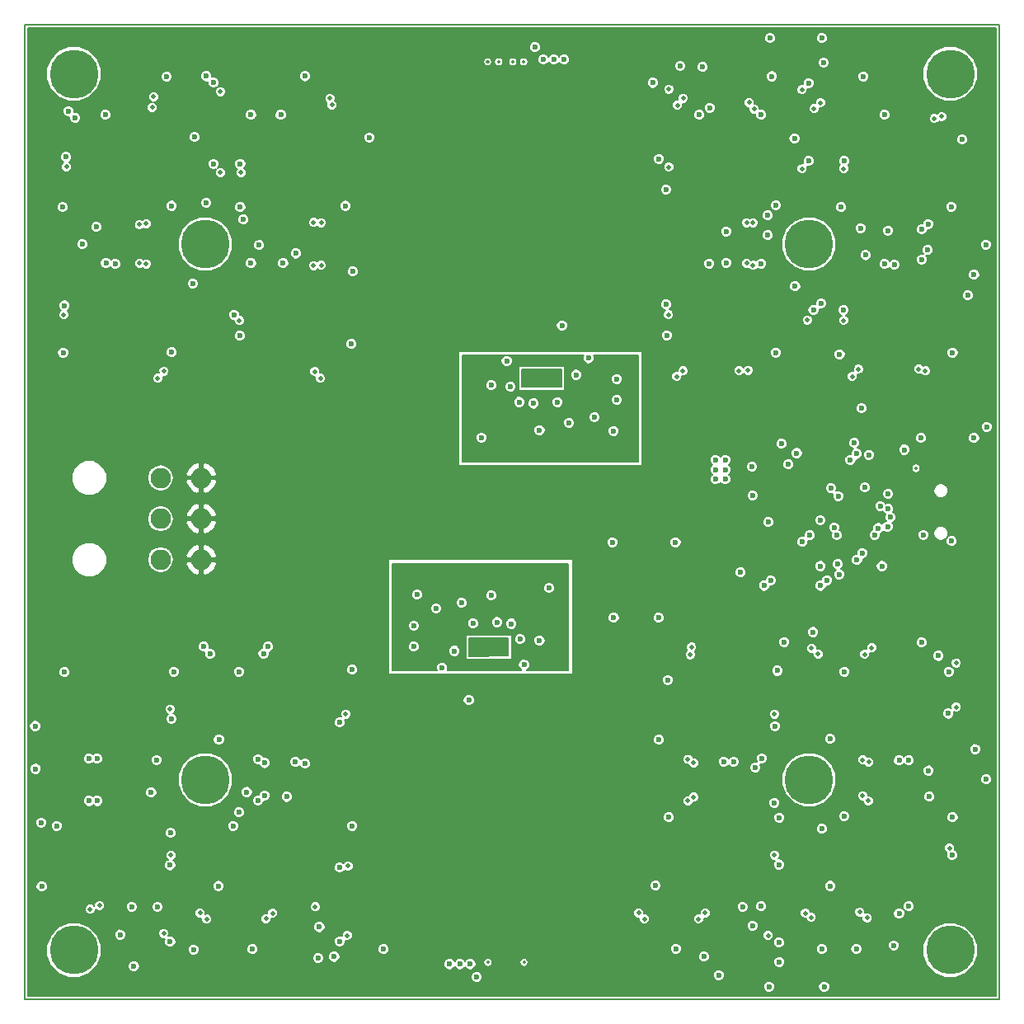
<source format=gbl>
G04 (created by PCBNEW (2013-05-16 BZR 4016)-stable) date 18. 1. 2014 1:36:01*
%MOIN*%
G04 Gerber Fmt 3.4, Leading zero omitted, Abs format*
%FSLAX34Y34*%
G01*
G70*
G90*
G04 APERTURE LIST*
%ADD10C,0.00590551*%
%ADD11C,0.19685*%
%ADD12O,0.0826X0.0826*%
%ADD13C,0.023622*%
%ADD14C,0.019685*%
%ADD15C,0.011811*%
%ADD16C,0.019685*%
%ADD17C,0.00787402*%
G04 APERTURE END LIST*
G54D10*
X38779Y-61023D02*
X78149Y-61023D01*
X78149Y-61023D02*
X78149Y-21653D01*
X78149Y-21653D02*
X38779Y-21653D01*
X38779Y-21653D02*
X38779Y-61023D01*
G54D11*
X46062Y-30511D03*
X40748Y-23622D03*
X40748Y-59055D03*
X46062Y-52165D03*
X70472Y-52165D03*
X76181Y-59055D03*
X76181Y-23622D03*
X70472Y-30511D03*
G54D12*
X44252Y-43267D03*
X44252Y-41614D03*
X44252Y-39961D03*
X45904Y-39961D03*
X45904Y-41614D03*
X45904Y-43267D03*
G54D13*
X58948Y-47516D03*
X56138Y-46956D03*
X61060Y-35790D03*
X58250Y-35230D03*
X62578Y-45610D03*
X64389Y-45610D03*
X62519Y-42559D03*
X65078Y-42559D03*
X59390Y-22550D03*
X65266Y-23307D03*
X72559Y-29862D03*
X72667Y-23730D03*
X50098Y-23720D03*
X47608Y-29517D03*
X41653Y-29812D03*
X44507Y-23740D03*
X68976Y-23724D03*
X46102Y-23720D03*
X46102Y-28838D03*
X68809Y-29350D03*
X57035Y-60140D03*
X53270Y-59015D03*
X65088Y-58996D03*
X45590Y-59025D03*
X47972Y-59015D03*
X70984Y-59011D03*
X70984Y-54143D03*
X72381Y-59005D03*
X47421Y-53484D03*
X69074Y-53100D03*
X75344Y-52844D03*
X43877Y-52677D03*
X51278Y-59320D03*
X73523Y-31318D03*
X49212Y-31279D03*
X49114Y-25275D03*
X68543Y-31299D03*
X66437Y-31299D03*
X42047Y-31259D03*
X42027Y-25275D03*
X47913Y-25275D03*
X47913Y-31279D03*
X68169Y-39507D03*
X68543Y-25275D03*
X73523Y-25275D03*
X66043Y-25275D03*
X68188Y-40669D03*
X44094Y-51358D03*
X67421Y-51437D03*
X74507Y-51377D03*
X50098Y-51515D03*
G54D14*
X50511Y-57303D03*
G54D13*
X43090Y-57303D03*
X68562Y-51299D03*
X68543Y-57283D03*
X74507Y-57283D03*
X67785Y-57303D03*
X44129Y-57307D03*
X71484Y-41964D03*
X68818Y-41751D03*
G54D14*
X73011Y-46830D03*
X70570Y-46850D03*
X70326Y-57559D03*
X66271Y-57549D03*
X72724Y-47090D03*
X70846Y-47086D03*
X70561Y-57724D03*
X66003Y-57793D03*
X72889Y-51448D03*
X72866Y-53019D03*
X72645Y-52807D03*
X72641Y-51358D03*
X65807Y-52870D03*
X65807Y-51484D03*
X65580Y-51338D03*
X65578Y-53015D03*
X48789Y-57559D03*
X63582Y-57549D03*
X65728Y-46801D03*
X48523Y-57785D03*
X63818Y-57795D03*
X65669Y-47106D03*
G54D13*
X48602Y-46781D03*
X46003Y-46781D03*
G54D14*
X45856Y-57549D03*
X41791Y-57253D03*
X41407Y-57401D03*
X46122Y-57805D03*
G54D13*
X46259Y-47076D03*
X48415Y-47066D03*
X48464Y-51486D03*
X48464Y-52795D03*
X48198Y-53001D03*
X48198Y-51328D03*
X41692Y-51318D03*
X41692Y-53021D03*
X41358Y-53021D03*
X41358Y-51318D03*
G54D14*
X50492Y-35657D03*
X44393Y-35645D03*
X43980Y-24555D03*
X50716Y-35937D03*
X44145Y-35937D03*
X43917Y-24984D03*
X65381Y-24610D03*
X65374Y-35633D03*
X67645Y-35625D03*
X51098Y-24618D03*
X65149Y-24889D03*
X65127Y-35860D03*
X68011Y-35606D03*
X51181Y-24881D03*
X43405Y-31287D03*
X43397Y-29716D03*
X43677Y-31311D03*
X43673Y-29688D03*
X50440Y-31374D03*
X50444Y-29633D03*
X50751Y-29641D03*
X50751Y-31366D03*
X68051Y-24779D03*
X70935Y-24789D03*
X72468Y-35570D03*
X74909Y-35561D03*
X75177Y-35637D03*
X72214Y-35856D03*
X70679Y-25033D03*
X68248Y-25043D03*
G54D13*
X73125Y-42273D03*
X76240Y-42516D03*
G54D14*
X75836Y-25354D03*
X75531Y-25437D03*
G54D13*
X75098Y-42263D03*
X73274Y-41990D03*
G54D14*
X67952Y-29641D03*
X67952Y-31283D03*
X68212Y-29645D03*
X68208Y-31370D03*
G54D13*
X75031Y-31133D03*
X75031Y-29909D03*
X75275Y-30748D03*
X75283Y-29696D03*
X72621Y-42993D03*
X71643Y-43445D03*
G54D14*
X72824Y-57755D03*
X72529Y-57507D03*
G54D13*
X72411Y-43277D03*
X69350Y-38582D03*
X72391Y-38986D03*
X72145Y-39232D03*
X69980Y-38956D03*
X63492Y-37310D03*
X62720Y-36410D03*
X59670Y-38750D03*
X58350Y-38470D03*
X57620Y-37900D03*
X60010Y-36900D03*
X57188Y-45846D03*
X59578Y-44846D03*
X58848Y-44276D03*
X57528Y-43996D03*
X54478Y-46336D03*
X70208Y-42546D03*
X71595Y-42282D03*
X72893Y-39025D03*
X73647Y-41930D03*
X73415Y-43523D03*
X71692Y-43868D03*
X73359Y-41094D03*
X70935Y-43523D03*
X69251Y-58750D03*
X51496Y-58700D03*
X44645Y-58710D03*
X44694Y-49704D03*
X44645Y-55620D03*
X51496Y-55718D03*
X51496Y-49852D03*
X69251Y-55590D03*
X69094Y-50000D03*
X76259Y-55216D03*
X76102Y-49488D03*
X40374Y-32992D03*
X40433Y-26988D03*
X47224Y-33366D03*
X47480Y-27263D03*
X46397Y-27263D03*
X64153Y-23986D03*
X64685Y-32952D03*
X64409Y-27066D03*
X71870Y-33169D03*
X70649Y-33169D03*
X71889Y-27145D03*
X70452Y-27145D03*
X70944Y-44320D03*
X68917Y-44104D03*
X75708Y-47155D03*
X70452Y-23996D03*
X46397Y-23976D03*
X40531Y-25127D03*
G54D14*
X44675Y-55216D03*
X44645Y-49311D03*
X44389Y-58375D03*
X51830Y-55649D03*
X51742Y-49507D03*
X68818Y-58464D03*
X51801Y-58464D03*
X69074Y-55206D03*
X69074Y-49507D03*
X76151Y-54931D03*
X76427Y-49222D03*
G54D13*
X69468Y-46594D03*
G54D14*
X76427Y-47440D03*
X40344Y-33366D03*
X40452Y-27381D03*
X47440Y-33602D03*
X47509Y-27618D03*
X46673Y-24340D03*
X46673Y-27618D03*
X64793Y-33366D03*
X64803Y-27391D03*
X64803Y-24242D03*
X71879Y-27460D03*
X70196Y-27460D03*
X71870Y-33592D03*
X70403Y-33572D03*
G54D13*
X68651Y-44320D03*
G54D14*
X70196Y-24271D03*
G54D13*
X40807Y-25403D03*
X77145Y-38346D03*
X74326Y-38822D03*
X73668Y-41216D03*
X39202Y-51722D03*
X77185Y-50925D03*
X68897Y-22185D03*
X68858Y-60531D03*
X77145Y-31751D03*
X43179Y-59704D03*
X39429Y-53897D03*
X66820Y-60059D03*
X77637Y-52145D03*
X70984Y-22185D03*
X71082Y-60531D03*
X77618Y-30531D03*
X77657Y-37893D03*
X75019Y-46614D03*
X70639Y-46190D03*
X70503Y-42276D03*
X72731Y-40349D03*
X70964Y-32903D03*
X72598Y-37145D03*
X62709Y-35967D03*
X60310Y-36900D03*
X56888Y-45846D03*
X54489Y-46779D03*
X52900Y-31800D03*
X54200Y-31800D03*
X55400Y-31800D03*
X56700Y-31800D03*
X57200Y-31800D03*
X57200Y-31100D03*
X57800Y-31100D03*
X58400Y-31100D03*
X59000Y-31100D03*
X59700Y-31100D03*
X60300Y-31100D03*
X60900Y-31100D03*
X60900Y-31800D03*
X62000Y-31800D03*
X63300Y-31800D03*
X63300Y-32900D03*
X63300Y-34000D03*
X63300Y-34578D03*
G54D14*
X55561Y-43129D03*
X55561Y-42736D03*
X55561Y-42342D03*
X55561Y-41948D03*
X55954Y-41948D03*
X55954Y-42342D03*
X55954Y-42736D03*
X55954Y-43129D03*
G54D13*
X59551Y-49625D03*
X61850Y-26470D03*
X62780Y-26460D03*
X55410Y-26470D03*
X56280Y-26470D03*
X59540Y-51590D03*
X58930Y-51600D03*
X58320Y-51600D03*
X57720Y-51600D03*
X57110Y-51600D03*
X56520Y-51600D03*
X55920Y-51600D03*
X55920Y-50890D03*
X63896Y-45199D03*
X63896Y-46403D03*
X63896Y-47600D03*
X63896Y-50001D03*
X63896Y-43988D03*
X60107Y-51588D03*
X60107Y-50828D03*
X61457Y-50828D03*
X62676Y-50828D03*
X63896Y-50828D03*
X54590Y-48170D03*
X54590Y-49520D03*
X54590Y-50890D03*
X61763Y-56192D03*
X60881Y-56187D03*
X55293Y-56190D03*
X54417Y-56190D03*
G54D14*
X57973Y-46921D03*
X57973Y-46671D03*
X57048Y-46921D03*
X57048Y-46671D03*
X57673Y-46921D03*
X57348Y-46921D03*
X57673Y-46671D03*
X57348Y-46671D03*
X57573Y-48021D03*
X57573Y-48271D03*
X57198Y-48021D03*
X57198Y-48271D03*
X60000Y-34475D03*
X60000Y-34725D03*
X59625Y-34475D03*
X59625Y-34725D03*
X59850Y-36075D03*
X59525Y-36075D03*
X59850Y-35825D03*
X59525Y-35825D03*
X60150Y-36075D03*
X60150Y-35825D03*
X59225Y-36075D03*
X59225Y-35825D03*
G54D13*
X52900Y-36700D03*
X52900Y-35500D03*
X52900Y-34300D03*
X52900Y-33100D03*
X60560Y-59550D03*
X59685Y-59550D03*
X59685Y-60070D03*
X60130Y-60070D03*
X60130Y-59550D03*
X65310Y-60565D03*
X66220Y-60078D03*
X61280Y-60570D03*
X60560Y-60070D03*
X41456Y-60570D03*
X45393Y-60570D03*
X49330Y-60570D03*
X53267Y-60570D03*
X42194Y-58070D03*
X55735Y-60145D03*
X55840Y-23140D03*
X56720Y-22640D03*
X56720Y-23150D03*
X56280Y-22640D03*
X56280Y-23150D03*
X46960Y-22150D03*
X54730Y-22150D03*
X55850Y-22650D03*
X50910Y-22150D03*
X42620Y-22150D03*
X60770Y-22550D03*
X73385Y-44576D03*
X73769Y-44566D03*
X73779Y-44891D03*
X72696Y-44468D03*
X73385Y-44891D03*
G54D14*
X53582Y-43129D03*
X53582Y-42736D03*
X53582Y-42342D03*
X53582Y-41948D03*
X53976Y-41948D03*
X53976Y-42342D03*
X53976Y-42736D03*
X51299Y-43129D03*
X51692Y-43139D03*
X51692Y-42746D03*
X51692Y-42352D03*
X51692Y-41958D03*
X51299Y-41958D03*
X51299Y-42352D03*
X51299Y-42746D03*
X49744Y-43120D03*
X49350Y-43129D03*
X49350Y-42736D03*
X49350Y-42342D03*
X49350Y-41948D03*
X49744Y-41948D03*
X49744Y-42342D03*
X49744Y-42736D03*
G54D13*
X73041Y-60265D03*
X67244Y-59517D03*
X66456Y-22588D03*
X49478Y-59370D03*
X71211Y-44790D03*
X69448Y-44429D03*
X67805Y-45068D03*
X64586Y-45088D03*
X43523Y-59389D03*
X40285Y-50925D03*
X47125Y-32244D03*
X74393Y-36578D03*
X67519Y-24537D03*
X50137Y-24488D03*
X42906Y-24562D03*
G54D14*
X74015Y-55551D03*
X74015Y-55984D03*
X74448Y-55984D03*
X74881Y-55984D03*
X74881Y-55551D03*
X74448Y-55551D03*
X74015Y-55118D03*
X74015Y-55137D03*
X74448Y-54704D03*
X74448Y-54271D03*
X74881Y-54271D03*
X74881Y-54704D03*
X74881Y-55137D03*
X74448Y-55137D03*
X74005Y-54694D03*
X74005Y-54261D03*
X73572Y-54261D03*
X73139Y-54261D03*
X73139Y-54694D03*
X73572Y-54694D03*
X74005Y-55127D03*
X74005Y-55127D03*
X73572Y-55561D03*
X73572Y-55994D03*
X73139Y-55994D03*
X73139Y-55561D03*
X73139Y-55127D03*
X73572Y-55127D03*
X66929Y-55551D03*
X66929Y-55984D03*
X67362Y-55984D03*
X67795Y-55984D03*
X67795Y-55551D03*
X67362Y-55551D03*
X66929Y-55118D03*
X66929Y-55137D03*
X67362Y-54704D03*
X67362Y-54271D03*
X67795Y-54271D03*
X67795Y-54704D03*
X67795Y-55137D03*
X67362Y-55137D03*
X66919Y-54694D03*
X66919Y-54261D03*
X66486Y-54261D03*
X66053Y-54261D03*
X66053Y-54694D03*
X66486Y-54694D03*
X66919Y-55127D03*
X66919Y-55127D03*
X66486Y-55561D03*
X66486Y-55994D03*
X66053Y-55994D03*
X66053Y-55561D03*
X66053Y-55127D03*
X66486Y-55127D03*
X74015Y-49645D03*
X74015Y-50078D03*
X74448Y-50078D03*
X74881Y-50078D03*
X74881Y-49645D03*
X74448Y-49645D03*
X74015Y-49212D03*
X74015Y-49232D03*
X74448Y-48799D03*
X74448Y-48366D03*
X74881Y-48366D03*
X74881Y-48799D03*
X74881Y-49232D03*
X74448Y-49232D03*
X74005Y-48789D03*
X74005Y-48356D03*
X73572Y-48356D03*
X73139Y-48356D03*
X73139Y-48789D03*
X73572Y-48789D03*
X74005Y-49222D03*
X74005Y-49222D03*
X73572Y-49655D03*
X73572Y-50088D03*
X73139Y-50088D03*
X73139Y-49655D03*
X73139Y-49222D03*
X73572Y-49222D03*
X66486Y-49222D03*
X66053Y-49222D03*
X66053Y-49655D03*
X66053Y-50088D03*
X66486Y-50088D03*
X66486Y-49655D03*
X66919Y-49222D03*
X66919Y-49222D03*
X66486Y-48789D03*
X66053Y-48789D03*
X66053Y-48356D03*
X66486Y-48356D03*
X66919Y-48356D03*
X66919Y-48789D03*
X67362Y-49232D03*
X67795Y-49232D03*
X67795Y-48799D03*
X67795Y-48366D03*
X67362Y-48366D03*
X67362Y-48799D03*
X66929Y-49232D03*
X66929Y-49212D03*
X67362Y-49645D03*
X67795Y-49645D03*
X67795Y-50078D03*
X67362Y-50078D03*
X66929Y-50078D03*
X66929Y-49645D03*
X49163Y-55127D03*
X48730Y-55127D03*
X48730Y-55561D03*
X48730Y-55994D03*
X49163Y-55994D03*
X49163Y-55561D03*
X49596Y-55127D03*
X49596Y-55127D03*
X49163Y-54694D03*
X48730Y-54694D03*
X48730Y-54261D03*
X49163Y-54261D03*
X49596Y-54261D03*
X49596Y-54694D03*
X50039Y-55137D03*
X50472Y-55137D03*
X50472Y-54704D03*
X50472Y-54271D03*
X50039Y-54271D03*
X50039Y-54704D03*
X49606Y-55137D03*
X49606Y-55118D03*
X50039Y-55551D03*
X50472Y-55551D03*
X50472Y-55984D03*
X50039Y-55984D03*
X49606Y-55984D03*
X49606Y-55551D03*
X49163Y-49222D03*
X48730Y-49222D03*
X48730Y-49655D03*
X48730Y-50088D03*
X49163Y-50088D03*
X49163Y-49655D03*
X49596Y-49222D03*
X49596Y-49222D03*
X49163Y-48789D03*
X48730Y-48789D03*
X48730Y-48356D03*
X49163Y-48356D03*
X49596Y-48356D03*
X49596Y-48789D03*
X50039Y-49232D03*
X50472Y-49232D03*
X50472Y-48799D03*
X50472Y-48366D03*
X50039Y-48366D03*
X50039Y-48799D03*
X49606Y-49232D03*
X49606Y-49212D03*
X50039Y-49645D03*
X50472Y-49645D03*
X50472Y-50078D03*
X50039Y-50078D03*
X49606Y-50078D03*
X49606Y-49645D03*
X42076Y-55127D03*
X41643Y-55127D03*
X41643Y-55561D03*
X41643Y-55994D03*
X42076Y-55994D03*
X42076Y-55561D03*
X42509Y-55127D03*
X42509Y-55127D03*
X42076Y-54694D03*
X41643Y-54694D03*
X41643Y-54261D03*
X42076Y-54261D03*
X42509Y-54261D03*
X42509Y-54694D03*
X42952Y-55137D03*
X43385Y-55137D03*
X43385Y-54704D03*
X43385Y-54271D03*
X42952Y-54271D03*
X42952Y-54704D03*
X42519Y-55137D03*
X42519Y-55118D03*
X42952Y-55551D03*
X43385Y-55551D03*
X43385Y-55984D03*
X42952Y-55984D03*
X42519Y-55984D03*
X42519Y-55551D03*
X42519Y-49645D03*
X42519Y-50078D03*
X42952Y-50078D03*
X43385Y-50078D03*
X43385Y-49645D03*
X42952Y-49645D03*
X42519Y-49212D03*
X42519Y-49232D03*
X42952Y-48799D03*
X42952Y-48366D03*
X43385Y-48366D03*
X43385Y-48799D03*
X43385Y-49232D03*
X42952Y-49232D03*
X42509Y-48789D03*
X42509Y-48356D03*
X42076Y-48356D03*
X41643Y-48356D03*
X41643Y-48789D03*
X42076Y-48789D03*
X42509Y-49222D03*
X42509Y-49222D03*
X42076Y-49655D03*
X42076Y-50088D03*
X41643Y-50088D03*
X41643Y-49655D03*
X41643Y-49222D03*
X42076Y-49222D03*
X74458Y-33454D03*
X74891Y-33454D03*
X74891Y-33021D03*
X74891Y-32588D03*
X74458Y-32588D03*
X74458Y-33021D03*
X74025Y-33454D03*
X74025Y-33454D03*
X74458Y-33887D03*
X74891Y-33887D03*
X74891Y-34320D03*
X74458Y-34320D03*
X74025Y-34320D03*
X74025Y-33887D03*
X73582Y-33444D03*
X73149Y-33444D03*
X73149Y-33877D03*
X73149Y-34311D03*
X73582Y-34311D03*
X73582Y-33877D03*
X74015Y-33444D03*
X74015Y-33464D03*
X73582Y-33031D03*
X73149Y-33031D03*
X73149Y-32598D03*
X73582Y-32598D03*
X74015Y-32598D03*
X74015Y-33031D03*
X67372Y-33454D03*
X67805Y-33454D03*
X67805Y-33021D03*
X67805Y-32588D03*
X67372Y-32588D03*
X67372Y-33021D03*
X66938Y-33454D03*
X66938Y-33454D03*
X67372Y-33887D03*
X67805Y-33887D03*
X67805Y-34320D03*
X67372Y-34320D03*
X66938Y-34320D03*
X66938Y-33887D03*
X66496Y-33444D03*
X66062Y-33444D03*
X66062Y-33877D03*
X66062Y-34311D03*
X66496Y-34311D03*
X66496Y-33877D03*
X66929Y-33444D03*
X66929Y-33464D03*
X66496Y-33031D03*
X66062Y-33031D03*
X66062Y-32598D03*
X66496Y-32598D03*
X66929Y-32598D03*
X66929Y-33031D03*
X74458Y-27549D03*
X74891Y-27549D03*
X74891Y-27116D03*
X74891Y-26683D03*
X74458Y-26683D03*
X74458Y-27116D03*
X74025Y-27549D03*
X74025Y-27549D03*
X74458Y-27982D03*
X74891Y-27982D03*
X74891Y-28415D03*
X74458Y-28415D03*
X74025Y-28415D03*
X74025Y-27982D03*
X73582Y-27539D03*
X73149Y-27539D03*
X73149Y-27972D03*
X73149Y-28405D03*
X73582Y-28405D03*
X73582Y-27972D03*
X74015Y-27539D03*
X74015Y-27559D03*
X73582Y-27125D03*
X73149Y-27125D03*
X73149Y-26692D03*
X73582Y-26692D03*
X74015Y-26692D03*
X74015Y-27125D03*
X66929Y-27125D03*
X66929Y-26692D03*
X66496Y-26692D03*
X66062Y-26692D03*
X66062Y-27125D03*
X66496Y-27125D03*
X66929Y-27559D03*
X66929Y-27539D03*
X66496Y-27972D03*
X66496Y-28405D03*
X66062Y-28405D03*
X66062Y-27972D03*
X66062Y-27539D03*
X66496Y-27539D03*
X66938Y-27982D03*
X66938Y-28415D03*
X67372Y-28415D03*
X67805Y-28415D03*
X67805Y-27982D03*
X67372Y-27982D03*
X66938Y-27549D03*
X66938Y-27549D03*
X67372Y-27116D03*
X67372Y-26683D03*
X67805Y-26683D03*
X67805Y-27116D03*
X67805Y-27549D03*
X67372Y-27549D03*
X49606Y-33031D03*
X49606Y-32598D03*
X49173Y-32598D03*
X48740Y-32598D03*
X48740Y-33031D03*
X49173Y-33031D03*
X49606Y-33464D03*
X49606Y-33444D03*
X49173Y-33877D03*
X49173Y-34311D03*
X48740Y-34311D03*
X48740Y-33877D03*
X48740Y-33444D03*
X49173Y-33444D03*
X49616Y-33887D03*
X49616Y-34320D03*
X50049Y-34320D03*
X50482Y-34320D03*
X50482Y-33887D03*
X50049Y-33887D03*
X49616Y-33454D03*
X49616Y-33454D03*
X50049Y-33021D03*
X50049Y-32588D03*
X50482Y-32588D03*
X50482Y-33021D03*
X50482Y-33454D03*
X50049Y-33454D03*
X42519Y-33031D03*
X42519Y-32598D03*
X42086Y-32598D03*
X41653Y-32598D03*
X41653Y-33031D03*
X42086Y-33031D03*
X42519Y-33464D03*
X42519Y-33444D03*
X42086Y-33877D03*
X42086Y-34311D03*
X41653Y-34311D03*
X41653Y-33877D03*
X41653Y-33444D03*
X42086Y-33444D03*
X42529Y-33887D03*
X42529Y-34320D03*
X42962Y-34320D03*
X43395Y-34320D03*
X43395Y-33887D03*
X42962Y-33887D03*
X42529Y-33454D03*
X42529Y-33454D03*
X42962Y-33021D03*
X42962Y-32588D03*
X43395Y-32588D03*
X43395Y-33021D03*
X43395Y-33454D03*
X42962Y-33454D03*
X49606Y-27125D03*
X49606Y-26692D03*
X49173Y-26692D03*
X48740Y-26692D03*
X48740Y-27125D03*
X49173Y-27125D03*
X49606Y-27559D03*
X49606Y-27539D03*
X49173Y-27972D03*
X49173Y-28405D03*
X48740Y-28405D03*
X48740Y-27972D03*
X48740Y-27539D03*
X49173Y-27539D03*
X49616Y-27982D03*
X49616Y-28415D03*
X50049Y-28415D03*
X50482Y-28415D03*
X50482Y-27982D03*
X50049Y-27982D03*
X49616Y-27549D03*
X49616Y-27549D03*
X50049Y-27116D03*
X50049Y-26683D03*
X50482Y-26683D03*
X50482Y-27116D03*
X50482Y-27549D03*
X50049Y-27549D03*
X42962Y-27549D03*
X43395Y-27549D03*
X43395Y-27116D03*
X43395Y-26683D03*
X42962Y-26683D03*
X42962Y-27116D03*
X42529Y-27549D03*
X42529Y-27549D03*
X42962Y-27982D03*
X43395Y-27982D03*
X43395Y-28415D03*
X42962Y-28415D03*
X42529Y-28415D03*
X42529Y-27982D03*
X42086Y-27539D03*
X41653Y-27539D03*
X41653Y-27972D03*
X41653Y-28405D03*
X42086Y-28405D03*
X42086Y-27972D03*
X42519Y-27539D03*
X42519Y-27559D03*
X42086Y-27125D03*
X41653Y-27125D03*
X41653Y-26692D03*
X42086Y-26692D03*
X42519Y-26692D03*
X42519Y-27125D03*
G54D13*
X62913Y-22145D03*
X66850Y-22145D03*
X77204Y-24862D03*
X76417Y-56318D03*
X77342Y-57480D03*
X74783Y-60098D03*
X73614Y-58122D03*
X68031Y-42322D03*
X67362Y-42992D03*
X66535Y-43759D03*
X65433Y-43799D03*
X64566Y-43996D03*
X68110Y-37775D03*
X66535Y-37775D03*
X64566Y-37775D03*
X59945Y-49625D03*
X60339Y-49625D03*
X60732Y-49625D03*
X61126Y-49625D03*
X61520Y-49625D03*
X61914Y-49625D03*
G54D14*
X74551Y-24598D03*
G54D13*
X73070Y-22972D03*
X57559Y-33110D03*
X57165Y-33110D03*
X56771Y-33110D03*
X56377Y-33110D03*
X55984Y-33110D03*
X55590Y-33110D03*
X55196Y-33110D03*
G54D14*
X48188Y-45098D03*
X48582Y-45098D03*
X48976Y-45098D03*
X49370Y-45098D03*
X49763Y-45098D03*
X52125Y-45098D03*
X51732Y-45098D03*
X51338Y-45098D03*
X50944Y-45098D03*
X50551Y-45098D03*
X50157Y-45098D03*
X53976Y-43129D03*
G54D13*
X66948Y-52282D03*
X71830Y-56318D03*
X76377Y-32007D03*
G54D14*
X50141Y-36555D03*
X66653Y-58055D03*
G54D13*
X39823Y-34291D03*
X76181Y-26338D03*
X39940Y-56318D03*
X43287Y-46181D03*
X45610Y-50295D03*
X45294Y-48366D03*
X46969Y-28405D03*
X39804Y-28385D03*
X76692Y-28366D03*
X67775Y-46141D03*
X64763Y-47618D03*
X69783Y-48385D03*
X66397Y-46141D03*
X64763Y-56338D03*
X64292Y-54271D03*
X69842Y-54271D03*
X76790Y-34291D03*
X76790Y-54271D03*
X73956Y-52302D03*
X74547Y-46141D03*
X73405Y-46102D03*
X71811Y-50413D03*
X71201Y-34311D03*
X76712Y-48366D03*
X76643Y-50177D03*
X71260Y-28385D03*
X71092Y-32312D03*
X71456Y-25984D03*
X73917Y-30433D03*
X66830Y-30355D03*
X67263Y-36480D03*
X69448Y-32204D03*
X66141Y-36456D03*
X73188Y-36437D03*
X52204Y-26299D03*
X43208Y-36535D03*
X48799Y-36515D03*
X45059Y-32204D03*
X41771Y-36515D03*
X64232Y-34822D03*
X69409Y-26299D03*
X64173Y-28917D03*
X52706Y-56013D03*
X45078Y-56082D03*
X52480Y-48405D03*
X49350Y-46161D03*
X49625Y-52361D03*
X51889Y-53524D03*
X44655Y-53316D03*
X42539Y-52184D03*
X51535Y-32263D03*
X46948Y-34803D03*
X49448Y-30432D03*
X42519Y-30392D03*
X68937Y-23169D03*
X63425Y-41968D03*
X63425Y-41574D03*
X63425Y-41181D03*
X66496Y-38543D03*
X66102Y-38543D03*
X65708Y-38543D03*
X65314Y-38543D03*
G54D14*
X65098Y-41751D03*
X64744Y-41751D03*
X65098Y-41417D03*
X64744Y-41417D03*
G54D13*
X68543Y-40078D03*
X47342Y-56534D03*
X41948Y-46161D03*
X47342Y-50629D03*
X52568Y-50403D03*
X69793Y-50442D03*
X69812Y-56505D03*
X69566Y-28346D03*
X64468Y-25905D03*
X69625Y-34271D03*
X64153Y-32047D03*
X51850Y-34034D03*
X52224Y-28385D03*
X45196Y-34271D03*
X45137Y-26299D03*
X45216Y-28366D03*
X47106Y-26574D03*
X39458Y-32234D03*
X40039Y-26318D03*
X46909Y-48405D03*
X71397Y-54330D03*
X47322Y-54546D03*
X40196Y-54546D03*
X39881Y-48405D03*
X71417Y-48385D03*
X66220Y-59311D03*
X68188Y-58061D03*
X75305Y-51791D03*
X74114Y-51377D03*
X66456Y-25000D03*
X66171Y-23346D03*
X57620Y-36210D03*
X60482Y-33800D03*
X42421Y-31318D03*
X41092Y-30511D03*
X49723Y-30885D03*
X48238Y-30551D03*
X55398Y-45241D03*
X57618Y-44716D03*
X56425Y-45009D03*
X59966Y-44414D03*
X57854Y-45792D03*
X54628Y-44685D03*
X59580Y-38030D03*
X61800Y-37505D03*
X62570Y-38061D03*
X59344Y-36954D03*
X57232Y-38332D03*
X60773Y-37737D03*
X54495Y-45939D03*
X58438Y-45856D03*
X56716Y-48946D03*
X59578Y-46536D03*
X55638Y-47626D03*
X58788Y-46476D03*
X71654Y-40694D03*
X73769Y-41553D03*
X71352Y-40374D03*
X73670Y-40608D03*
X47746Y-52658D03*
X49350Y-52854D03*
X49704Y-51437D03*
X50679Y-58120D03*
X50620Y-59370D03*
X42618Y-58425D03*
X58410Y-36270D03*
X61560Y-35120D03*
X58760Y-36890D03*
X62703Y-36807D03*
X72765Y-30954D03*
X73917Y-31338D03*
X73661Y-29960D03*
X74114Y-57559D03*
X73897Y-58858D03*
X67125Y-31259D03*
X67125Y-30000D03*
X68809Y-30147D03*
X68306Y-51673D03*
X67027Y-51427D03*
X70929Y-41670D03*
X60150Y-23050D03*
X60570Y-23050D03*
X59730Y-23050D03*
X56360Y-59620D03*
X55940Y-59620D03*
X56780Y-59620D03*
X69635Y-39419D03*
X69133Y-34901D03*
X71200Y-44094D03*
X67706Y-43780D03*
X76279Y-34901D03*
X39183Y-49990D03*
X76663Y-26279D03*
X47480Y-29015D03*
X40314Y-34901D03*
X64409Y-50551D03*
X64763Y-48129D03*
X69192Y-47755D03*
X64271Y-56437D03*
X64803Y-53681D03*
X69271Y-53700D03*
X71338Y-56456D03*
X76279Y-53681D03*
X71889Y-53641D03*
X71318Y-50511D03*
X71712Y-34960D03*
X76122Y-47795D03*
X71909Y-47795D03*
X71771Y-29015D03*
X76889Y-32578D03*
X76220Y-28996D03*
X69911Y-32214D03*
X64724Y-34192D03*
X69881Y-26240D03*
X69133Y-28937D03*
X64685Y-28307D03*
X52007Y-47716D03*
X46614Y-50531D03*
X47421Y-47795D03*
X46594Y-56456D03*
X52007Y-54035D03*
X47185Y-54035D03*
X44665Y-54311D03*
X39448Y-56476D03*
X40059Y-54035D03*
X40374Y-47814D03*
X44783Y-47795D03*
X52027Y-31614D03*
X51968Y-34547D03*
X47460Y-34212D03*
X45551Y-32106D03*
X52696Y-26200D03*
X45629Y-26181D03*
X40295Y-29015D03*
X72303Y-38543D03*
X67086Y-40019D03*
X66692Y-40019D03*
X66692Y-39625D03*
X67086Y-39625D03*
X67086Y-39232D03*
X66692Y-39232D03*
X75000Y-38346D03*
X51732Y-28956D03*
X44704Y-34881D03*
X44704Y-28956D03*
X69271Y-59527D03*
X71062Y-23169D03*
G54D15*
X74793Y-39577D02*
X74803Y-39587D01*
X74793Y-39557D02*
X74793Y-39577D01*
X57924Y-23140D02*
X57920Y-23140D01*
X58496Y-23140D02*
X58500Y-23140D01*
X57481Y-23140D02*
X57480Y-23140D01*
X58939Y-23140D02*
X58940Y-23140D01*
X57491Y-59550D02*
X57490Y-59550D01*
X58949Y-59550D02*
X58950Y-59550D01*
G54D16*
X52900Y-31800D02*
X54200Y-31800D01*
X55400Y-31800D02*
X56700Y-31800D01*
X57200Y-31800D02*
X57200Y-31100D01*
X57800Y-31100D02*
X58400Y-31100D01*
X59000Y-31100D02*
X59700Y-31100D01*
X60300Y-31100D02*
X60900Y-31100D01*
X60900Y-31800D02*
X62000Y-31800D01*
X63300Y-31800D02*
X63300Y-32900D01*
G54D15*
X55954Y-41948D02*
X55954Y-42342D01*
X55954Y-42736D02*
X55954Y-43129D01*
X55561Y-43129D02*
X55561Y-42736D01*
X55561Y-42342D02*
X55561Y-41948D01*
X59540Y-51590D02*
X59530Y-51600D01*
X59530Y-51600D02*
X58930Y-51600D01*
X58320Y-51600D02*
X57720Y-51600D01*
X57110Y-51600D02*
X56520Y-51600D01*
X55920Y-51600D02*
X55920Y-50890D01*
X63896Y-43988D02*
X63896Y-45199D01*
X63896Y-46403D02*
X63896Y-47600D01*
X61457Y-50828D02*
X60107Y-50828D01*
X63896Y-50828D02*
X62676Y-50828D01*
X54590Y-50890D02*
X54590Y-49520D01*
G54D16*
X52900Y-34300D02*
X52900Y-35500D01*
X55196Y-33110D02*
X52910Y-33110D01*
X52910Y-33110D02*
X52900Y-33100D01*
G54D15*
X65315Y-60570D02*
X65310Y-60565D01*
X66220Y-60078D02*
X66220Y-60079D01*
X66220Y-60079D02*
X65730Y-60570D01*
X65730Y-60570D02*
X65315Y-60570D01*
X61060Y-60570D02*
X60560Y-60070D01*
X61280Y-60570D02*
X61060Y-60570D01*
X53267Y-60570D02*
X55309Y-60570D01*
X42194Y-59832D02*
X41456Y-60570D01*
X45393Y-60570D02*
X49330Y-60570D01*
X42194Y-58070D02*
X42194Y-59832D01*
X55309Y-60570D02*
X55735Y-60145D01*
X42620Y-22150D02*
X46960Y-22150D01*
X50910Y-22150D02*
X54730Y-22150D01*
X73385Y-44891D02*
X73779Y-44891D01*
X73385Y-44576D02*
X73474Y-44566D01*
X73474Y-44566D02*
X73769Y-44566D01*
X53582Y-42736D02*
X53582Y-43129D01*
X53582Y-41948D02*
X53582Y-42342D01*
X53976Y-42342D02*
X53976Y-41948D01*
X53976Y-43129D02*
X53976Y-42736D01*
X51299Y-43129D02*
X51299Y-42746D01*
X51692Y-42746D02*
X51692Y-43139D01*
X51692Y-41958D02*
X51692Y-42352D01*
X51299Y-42352D02*
X51299Y-41958D01*
X49744Y-43120D02*
X49744Y-42736D01*
X49350Y-42736D02*
X49350Y-43129D01*
X49350Y-41948D02*
X49350Y-42342D01*
X49744Y-42342D02*
X49744Y-41948D01*
X71211Y-44809D02*
X71211Y-44790D01*
X69448Y-44429D02*
X69448Y-44419D01*
X40305Y-50954D02*
X40305Y-50944D01*
X40305Y-50944D02*
X40285Y-50925D01*
X74015Y-55551D02*
X74015Y-55118D01*
X74015Y-55984D02*
X74448Y-55984D01*
X74881Y-55984D02*
X74881Y-55551D01*
X74881Y-54271D02*
X74448Y-54271D01*
X74881Y-55137D02*
X74881Y-54704D01*
X74448Y-55137D02*
X74015Y-55137D01*
X74005Y-54694D02*
X74005Y-55127D01*
X74005Y-54261D02*
X73572Y-54261D01*
X73139Y-54261D02*
X73139Y-54694D01*
X73139Y-55994D02*
X73572Y-55994D01*
X73139Y-55127D02*
X73139Y-55561D01*
X73572Y-55127D02*
X74005Y-55127D01*
X66929Y-55551D02*
X66929Y-55118D01*
X66929Y-55984D02*
X67362Y-55984D01*
X67795Y-55984D02*
X67795Y-55551D01*
X67795Y-54271D02*
X67362Y-54271D01*
X67795Y-55137D02*
X67795Y-54704D01*
X67362Y-55137D02*
X66929Y-55137D01*
X66919Y-54694D02*
X66919Y-55127D01*
X66919Y-54261D02*
X66486Y-54261D01*
X66053Y-54261D02*
X66053Y-54694D01*
X66053Y-55994D02*
X66486Y-55994D01*
X66053Y-55127D02*
X66053Y-55561D01*
X66486Y-55127D02*
X66919Y-55127D01*
X74015Y-49645D02*
X74015Y-49212D01*
X74015Y-50078D02*
X74448Y-50078D01*
X74881Y-50078D02*
X74881Y-49645D01*
X74881Y-48366D02*
X74448Y-48366D01*
X74881Y-49232D02*
X74881Y-48799D01*
X74448Y-49232D02*
X74015Y-49232D01*
X74005Y-48789D02*
X74005Y-49222D01*
X74005Y-48356D02*
X73572Y-48356D01*
X73139Y-48356D02*
X73139Y-48789D01*
X73139Y-50088D02*
X73572Y-50088D01*
X73139Y-49222D02*
X73139Y-49655D01*
X73572Y-49222D02*
X74005Y-49222D01*
X66486Y-49222D02*
X66919Y-49222D01*
X66053Y-49222D02*
X66053Y-49655D01*
X66053Y-50088D02*
X66486Y-50088D01*
X66053Y-48356D02*
X66053Y-48789D01*
X66919Y-48356D02*
X66486Y-48356D01*
X66919Y-48789D02*
X66919Y-49222D01*
X67362Y-49232D02*
X66929Y-49232D01*
X67795Y-49232D02*
X67795Y-48799D01*
X67795Y-48366D02*
X67362Y-48366D01*
X67795Y-50078D02*
X67795Y-49645D01*
X66929Y-50078D02*
X67362Y-50078D01*
X66929Y-49645D02*
X66929Y-49212D01*
X49163Y-55127D02*
X49596Y-55127D01*
X48730Y-55127D02*
X48730Y-55561D01*
X48730Y-55994D02*
X49163Y-55994D01*
X48730Y-54261D02*
X48730Y-54694D01*
X49596Y-54261D02*
X49163Y-54261D01*
X49596Y-54694D02*
X49596Y-55127D01*
X50039Y-55137D02*
X49606Y-55137D01*
X50472Y-55137D02*
X50472Y-54704D01*
X50472Y-54271D02*
X50039Y-54271D01*
X50472Y-55984D02*
X50472Y-55551D01*
X49606Y-55984D02*
X50039Y-55984D01*
X49606Y-55551D02*
X49606Y-55118D01*
X49163Y-49222D02*
X49596Y-49222D01*
X48730Y-49222D02*
X48730Y-49655D01*
X48730Y-50088D02*
X49163Y-50088D01*
X48730Y-48356D02*
X48730Y-48789D01*
X49596Y-48356D02*
X49163Y-48356D01*
X49596Y-48789D02*
X49596Y-49222D01*
X50039Y-49232D02*
X49606Y-49232D01*
X50472Y-49232D02*
X50472Y-48799D01*
X50472Y-48366D02*
X50039Y-48366D01*
X50472Y-50078D02*
X50472Y-49645D01*
X49606Y-50078D02*
X50039Y-50078D01*
X49606Y-49645D02*
X49606Y-49212D01*
X42076Y-55127D02*
X42509Y-55127D01*
X41643Y-55127D02*
X41643Y-55561D01*
X41643Y-55994D02*
X42076Y-55994D01*
X41643Y-54261D02*
X41643Y-54694D01*
X42509Y-54261D02*
X42076Y-54261D01*
X42509Y-54694D02*
X42509Y-55127D01*
X42952Y-55137D02*
X42519Y-55137D01*
X43385Y-55137D02*
X43385Y-54704D01*
X43385Y-54271D02*
X42952Y-54271D01*
X43385Y-55984D02*
X43385Y-55551D01*
X42519Y-55984D02*
X42952Y-55984D01*
X42519Y-55551D02*
X42519Y-55118D01*
X42519Y-49645D02*
X42519Y-49212D01*
X42519Y-50078D02*
X42952Y-50078D01*
X43385Y-50078D02*
X43385Y-49645D01*
X43385Y-48366D02*
X42952Y-48366D01*
X43385Y-49232D02*
X43385Y-48799D01*
X42952Y-49232D02*
X42519Y-49232D01*
X42509Y-48789D02*
X42509Y-49222D01*
X42509Y-48356D02*
X42076Y-48356D01*
X41643Y-48356D02*
X41643Y-48789D01*
X41643Y-50088D02*
X42076Y-50088D01*
X41643Y-49222D02*
X41643Y-49655D01*
X42076Y-49222D02*
X42509Y-49222D01*
X74458Y-33454D02*
X74025Y-33454D01*
X74891Y-33454D02*
X74891Y-33021D01*
X74891Y-32588D02*
X74458Y-32588D01*
X74891Y-34320D02*
X74891Y-33887D01*
X74025Y-34320D02*
X74458Y-34320D01*
X74025Y-33887D02*
X74025Y-33454D01*
X73582Y-33444D02*
X74015Y-33444D01*
X73149Y-33444D02*
X73149Y-33877D01*
X73149Y-34311D02*
X73582Y-34311D01*
X73149Y-32598D02*
X73149Y-33031D01*
X74015Y-32598D02*
X73582Y-32598D01*
X74015Y-33031D02*
X74015Y-33464D01*
X67372Y-33454D02*
X66938Y-33454D01*
X67805Y-33454D02*
X67805Y-33021D01*
X67805Y-32588D02*
X67372Y-32588D01*
X67805Y-34320D02*
X67805Y-33887D01*
X66938Y-34320D02*
X67372Y-34320D01*
X66938Y-33887D02*
X66938Y-33454D01*
X66496Y-33444D02*
X66929Y-33444D01*
X66062Y-33444D02*
X66062Y-33877D01*
X66062Y-34311D02*
X66496Y-34311D01*
X66062Y-32598D02*
X66062Y-33031D01*
X66929Y-32598D02*
X66496Y-32598D01*
X66929Y-33031D02*
X66929Y-33464D01*
X74458Y-27549D02*
X74025Y-27549D01*
X74891Y-27549D02*
X74891Y-27116D01*
X74891Y-26683D02*
X74458Y-26683D01*
X74891Y-28415D02*
X74891Y-27982D01*
X74025Y-28415D02*
X74458Y-28415D01*
X74025Y-27982D02*
X74025Y-27549D01*
X73582Y-27539D02*
X74015Y-27539D01*
X73149Y-27539D02*
X73149Y-27972D01*
X73149Y-28405D02*
X73582Y-28405D01*
X73149Y-26692D02*
X73149Y-27125D01*
X74015Y-26692D02*
X73582Y-26692D01*
X74015Y-27125D02*
X74015Y-27559D01*
X66929Y-27125D02*
X66929Y-27559D01*
X66929Y-26692D02*
X66496Y-26692D01*
X66062Y-26692D02*
X66062Y-27125D01*
X66062Y-28405D02*
X66496Y-28405D01*
X66062Y-27539D02*
X66062Y-27972D01*
X66496Y-27539D02*
X66929Y-27539D01*
X66938Y-27982D02*
X66938Y-27549D01*
X66938Y-28415D02*
X67372Y-28415D01*
X67805Y-28415D02*
X67805Y-27982D01*
X67805Y-26683D02*
X67372Y-26683D01*
X67805Y-27549D02*
X67805Y-27116D01*
X67372Y-27549D02*
X66938Y-27549D01*
X49606Y-33031D02*
X49606Y-33464D01*
X49606Y-32598D02*
X49173Y-32598D01*
X48740Y-32598D02*
X48740Y-33031D01*
X48740Y-34311D02*
X49173Y-34311D01*
X48740Y-33444D02*
X48740Y-33877D01*
X49173Y-33444D02*
X49606Y-33444D01*
X49616Y-33887D02*
X49616Y-33454D01*
X49616Y-34320D02*
X50049Y-34320D01*
X50482Y-34320D02*
X50482Y-33887D01*
X50482Y-32588D02*
X50049Y-32588D01*
X50482Y-33454D02*
X50482Y-33021D01*
X50049Y-33454D02*
X49616Y-33454D01*
X42519Y-33031D02*
X42519Y-33464D01*
X42519Y-32598D02*
X42086Y-32598D01*
X41653Y-32598D02*
X41653Y-33031D01*
X41653Y-34311D02*
X42086Y-34311D01*
X41653Y-33444D02*
X41653Y-33877D01*
X42086Y-33444D02*
X42519Y-33444D01*
X42529Y-33887D02*
X42529Y-33454D01*
X42529Y-34320D02*
X42962Y-34320D01*
X43395Y-34320D02*
X43395Y-33887D01*
X43395Y-32588D02*
X42962Y-32588D01*
X43395Y-33454D02*
X43395Y-33021D01*
X42962Y-33454D02*
X42529Y-33454D01*
X49606Y-27125D02*
X49606Y-27559D01*
X49606Y-26692D02*
X49173Y-26692D01*
X48740Y-26692D02*
X48740Y-27125D01*
X48740Y-28405D02*
X49173Y-28405D01*
X48740Y-27539D02*
X48740Y-27972D01*
X49173Y-27539D02*
X49606Y-27539D01*
X49616Y-27982D02*
X49616Y-27549D01*
X49616Y-28415D02*
X50049Y-28415D01*
X50482Y-28415D02*
X50482Y-27982D01*
X50482Y-26683D02*
X50049Y-26683D01*
X50482Y-27549D02*
X50482Y-27116D01*
X50049Y-27549D02*
X49616Y-27549D01*
X42962Y-27549D02*
X42529Y-27549D01*
X43395Y-27549D02*
X43395Y-27116D01*
X43395Y-26683D02*
X42962Y-26683D01*
X43395Y-28415D02*
X43395Y-27982D01*
X42529Y-28415D02*
X42962Y-28415D01*
X42529Y-27982D02*
X42529Y-27549D01*
X42086Y-27539D02*
X42519Y-27539D01*
X41653Y-27539D02*
X41653Y-27972D01*
X41653Y-28405D02*
X42086Y-28405D01*
X41653Y-26692D02*
X41653Y-27125D01*
X42519Y-26692D02*
X42086Y-26692D01*
X42519Y-27125D02*
X42519Y-27559D01*
X66850Y-22145D02*
X62913Y-22145D01*
X76181Y-26338D02*
X76181Y-25885D01*
X76181Y-25885D02*
X77204Y-24862D01*
X76417Y-56318D02*
X76417Y-56555D01*
X76417Y-56555D02*
X77342Y-57480D01*
X73614Y-58122D02*
X73614Y-58929D01*
X73614Y-58929D02*
X74783Y-60098D01*
X68031Y-42322D02*
X67362Y-42992D01*
X66535Y-43759D02*
X66496Y-43799D01*
X66496Y-43799D02*
X65433Y-43799D01*
X64566Y-43996D02*
X64586Y-44015D01*
X64586Y-44015D02*
X64586Y-45088D01*
X65314Y-38543D02*
X65314Y-38523D01*
X66535Y-37775D02*
X68110Y-37775D01*
X65314Y-38523D02*
X64566Y-37775D01*
X60236Y-49625D02*
X59842Y-49625D01*
X61023Y-49625D02*
X60629Y-49625D01*
X61811Y-49625D02*
X61417Y-49625D01*
X74551Y-24598D02*
X74551Y-24452D01*
X74551Y-24452D02*
X73070Y-22972D01*
X56771Y-33110D02*
X57165Y-33110D01*
X55984Y-33110D02*
X56377Y-33110D01*
X55196Y-33110D02*
X55590Y-33110D01*
X48976Y-45098D02*
X48582Y-45098D01*
X49763Y-45098D02*
X49370Y-45098D01*
X51732Y-45098D02*
X52125Y-45098D01*
X50944Y-45098D02*
X51338Y-45098D01*
X50157Y-45098D02*
X50551Y-45098D01*
X66948Y-52282D02*
X66948Y-52303D01*
X71830Y-56318D02*
X71850Y-56338D01*
X76181Y-26338D02*
X76161Y-26338D01*
X46969Y-28405D02*
X46988Y-28405D01*
X39745Y-28385D02*
X39744Y-28385D01*
X69783Y-48385D02*
X69784Y-48385D01*
X64292Y-54271D02*
X64291Y-54271D01*
X69842Y-54271D02*
X69863Y-54271D01*
X76672Y-34291D02*
X76673Y-34291D01*
X73956Y-52302D02*
X73956Y-52283D01*
X76712Y-48366D02*
X76713Y-48366D01*
X76643Y-50177D02*
X76633Y-50177D01*
X73917Y-30433D02*
X73917Y-30433D01*
X66830Y-30355D02*
X66830Y-30334D01*
X69448Y-32204D02*
X69468Y-32204D01*
X69409Y-26299D02*
X69409Y-26319D01*
X45078Y-56082D02*
X45078Y-56103D01*
X49625Y-52361D02*
X49625Y-52362D01*
X51889Y-53524D02*
X51889Y-53543D01*
X44655Y-53316D02*
X44655Y-53335D01*
X42539Y-52184D02*
X42539Y-52185D01*
X46948Y-34803D02*
X46948Y-34804D01*
X49448Y-30432D02*
X49448Y-30433D01*
X42519Y-30392D02*
X42519Y-30393D01*
X63425Y-41181D02*
X63425Y-41574D01*
X47342Y-56534D02*
X47342Y-56535D01*
X47342Y-50629D02*
X47342Y-50629D01*
X51850Y-34034D02*
X51850Y-34035D01*
X47106Y-26574D02*
X47106Y-26573D01*
X47322Y-54546D02*
X47322Y-54527D01*
X40196Y-54546D02*
X40196Y-54547D01*
X71476Y-48385D02*
X71476Y-48406D01*
G54D10*
G36*
X78031Y-60905D02*
X77893Y-60905D01*
X77893Y-37846D01*
X77857Y-37760D01*
X77854Y-37756D01*
X77854Y-30484D01*
X77818Y-30397D01*
X77752Y-30331D01*
X77665Y-30295D01*
X77571Y-30295D01*
X77484Y-30331D01*
X77417Y-30397D01*
X77381Y-30484D01*
X77381Y-30578D01*
X77417Y-30665D01*
X77484Y-30731D01*
X77570Y-30767D01*
X77664Y-30767D01*
X77751Y-30731D01*
X77818Y-30665D01*
X77854Y-30578D01*
X77854Y-30484D01*
X77854Y-37756D01*
X77791Y-37693D01*
X77704Y-37657D01*
X77610Y-37657D01*
X77523Y-37693D01*
X77457Y-37759D01*
X77421Y-37846D01*
X77421Y-37940D01*
X77457Y-38027D01*
X77523Y-38093D01*
X77610Y-38129D01*
X77704Y-38129D01*
X77791Y-38094D01*
X77857Y-38027D01*
X77893Y-37940D01*
X77893Y-37846D01*
X77893Y-60905D01*
X77874Y-60905D01*
X77874Y-52098D01*
X77838Y-52012D01*
X77771Y-51945D01*
X77684Y-51909D01*
X77591Y-51909D01*
X77504Y-51945D01*
X77437Y-52011D01*
X77421Y-52051D01*
X77421Y-50878D01*
X77385Y-50791D01*
X77381Y-50788D01*
X77381Y-38299D01*
X77381Y-31705D01*
X77346Y-31618D01*
X77283Y-31555D01*
X77283Y-23403D01*
X77116Y-22998D01*
X76806Y-22688D01*
X76401Y-22519D01*
X75962Y-22519D01*
X75557Y-22686D01*
X75247Y-22996D01*
X75078Y-23401D01*
X75078Y-23840D01*
X75246Y-24245D01*
X75555Y-24556D01*
X75960Y-24724D01*
X76399Y-24724D01*
X76804Y-24557D01*
X77115Y-24247D01*
X77283Y-23842D01*
X77283Y-23403D01*
X77283Y-31555D01*
X77279Y-31551D01*
X77192Y-31515D01*
X77098Y-31515D01*
X77012Y-31551D01*
X76945Y-31617D01*
X76909Y-31704D01*
X76909Y-31798D01*
X76945Y-31885D01*
X77011Y-31952D01*
X77098Y-31988D01*
X77192Y-31988D01*
X77279Y-31952D01*
X77345Y-31885D01*
X77381Y-31799D01*
X77381Y-31705D01*
X77381Y-38299D01*
X77346Y-38212D01*
X77279Y-38146D01*
X77192Y-38110D01*
X77126Y-38110D01*
X77126Y-32531D01*
X77090Y-32445D01*
X77023Y-32378D01*
X76936Y-32342D01*
X76899Y-32342D01*
X76899Y-26232D01*
X76863Y-26145D01*
X76797Y-26079D01*
X76710Y-26043D01*
X76616Y-26043D01*
X76529Y-26079D01*
X76463Y-26145D01*
X76427Y-26232D01*
X76427Y-26326D01*
X76463Y-26413D01*
X76529Y-26479D01*
X76616Y-26515D01*
X76710Y-26515D01*
X76797Y-26479D01*
X76863Y-26413D01*
X76899Y-26326D01*
X76899Y-26232D01*
X76899Y-32342D01*
X76842Y-32342D01*
X76756Y-32378D01*
X76689Y-32444D01*
X76653Y-32531D01*
X76653Y-32625D01*
X76689Y-32712D01*
X76755Y-32778D01*
X76842Y-32814D01*
X76936Y-32815D01*
X77023Y-32779D01*
X77089Y-32712D01*
X77125Y-32625D01*
X77126Y-32531D01*
X77126Y-38110D01*
X77098Y-38110D01*
X77012Y-38146D01*
X76945Y-38212D01*
X76909Y-38299D01*
X76909Y-38393D01*
X76945Y-38480D01*
X77011Y-38546D01*
X77098Y-38582D01*
X77192Y-38582D01*
X77279Y-38546D01*
X77345Y-38480D01*
X77381Y-38393D01*
X77381Y-38299D01*
X77381Y-50788D01*
X77319Y-50725D01*
X77232Y-50689D01*
X77138Y-50688D01*
X77051Y-50724D01*
X76984Y-50791D01*
X76948Y-50878D01*
X76948Y-50971D01*
X76984Y-51058D01*
X77051Y-51125D01*
X77137Y-51161D01*
X77231Y-51161D01*
X77318Y-51125D01*
X77385Y-51059D01*
X77421Y-50972D01*
X77421Y-50878D01*
X77421Y-52051D01*
X77401Y-52098D01*
X77401Y-52192D01*
X77437Y-52279D01*
X77503Y-52345D01*
X77590Y-52381D01*
X77684Y-52381D01*
X77771Y-52346D01*
X77837Y-52279D01*
X77873Y-52192D01*
X77874Y-52098D01*
X77874Y-60905D01*
X77283Y-60905D01*
X77283Y-58836D01*
X77116Y-58431D01*
X76806Y-58121D01*
X76643Y-58053D01*
X76643Y-49179D01*
X76643Y-47398D01*
X76610Y-47318D01*
X76549Y-47257D01*
X76515Y-47243D01*
X76515Y-34854D01*
X76479Y-34767D01*
X76456Y-34744D01*
X76456Y-28949D01*
X76420Y-28862D01*
X76354Y-28795D01*
X76267Y-28759D01*
X76173Y-28759D01*
X76086Y-28795D01*
X76053Y-28829D01*
X76053Y-25311D01*
X76020Y-25231D01*
X75959Y-25170D01*
X75879Y-25137D01*
X75793Y-25137D01*
X75714Y-25170D01*
X75653Y-25231D01*
X75645Y-25249D01*
X75574Y-25220D01*
X75488Y-25220D01*
X75408Y-25253D01*
X75348Y-25314D01*
X75314Y-25393D01*
X75314Y-25479D01*
X75347Y-25559D01*
X75408Y-25620D01*
X75488Y-25653D01*
X75574Y-25653D01*
X75653Y-25620D01*
X75714Y-25559D01*
X75722Y-25541D01*
X75793Y-25570D01*
X75879Y-25570D01*
X75959Y-25538D01*
X76020Y-25477D01*
X76053Y-25397D01*
X76053Y-25311D01*
X76053Y-28829D01*
X76020Y-28862D01*
X75984Y-28948D01*
X75984Y-29042D01*
X76020Y-29129D01*
X76086Y-29196D01*
X76173Y-29232D01*
X76267Y-29232D01*
X76354Y-29196D01*
X76420Y-29130D01*
X76456Y-29043D01*
X76456Y-28949D01*
X76456Y-34744D01*
X76413Y-34701D01*
X76326Y-34665D01*
X76232Y-34665D01*
X76145Y-34701D01*
X76079Y-34767D01*
X76043Y-34854D01*
X76043Y-34948D01*
X76079Y-35035D01*
X76145Y-35101D01*
X76232Y-35137D01*
X76326Y-35137D01*
X76413Y-35101D01*
X76479Y-35035D01*
X76515Y-34948D01*
X76515Y-34854D01*
X76515Y-47243D01*
X76476Y-47226D01*
X76476Y-42469D01*
X76440Y-42382D01*
X76373Y-42315D01*
X76287Y-42279D01*
X76193Y-42279D01*
X76106Y-42315D01*
X76063Y-42358D01*
X76102Y-42263D01*
X76102Y-42146D01*
X76102Y-40414D01*
X76058Y-40305D01*
X75975Y-40222D01*
X75866Y-40177D01*
X75749Y-40177D01*
X75640Y-40222D01*
X75557Y-40305D01*
X75519Y-40396D01*
X75519Y-29650D01*
X75483Y-29563D01*
X75417Y-29496D01*
X75330Y-29460D01*
X75236Y-29460D01*
X75149Y-29496D01*
X75083Y-29562D01*
X75047Y-29649D01*
X75047Y-29673D01*
X74984Y-29673D01*
X74897Y-29709D01*
X74831Y-29775D01*
X74795Y-29862D01*
X74795Y-29956D01*
X74831Y-30043D01*
X74897Y-30109D01*
X74984Y-30145D01*
X75078Y-30145D01*
X75165Y-30109D01*
X75231Y-30043D01*
X75267Y-29956D01*
X75267Y-29933D01*
X75330Y-29933D01*
X75417Y-29897D01*
X75483Y-29830D01*
X75519Y-29744D01*
X75519Y-29650D01*
X75519Y-40396D01*
X75512Y-40413D01*
X75512Y-40531D01*
X75557Y-40639D01*
X75640Y-40722D01*
X75748Y-40767D01*
X75866Y-40767D01*
X75974Y-40722D01*
X76057Y-40639D01*
X76102Y-40531D01*
X76102Y-40414D01*
X76102Y-42146D01*
X76058Y-42037D01*
X75975Y-41954D01*
X75866Y-41909D01*
X75749Y-41909D01*
X75640Y-41954D01*
X75557Y-42037D01*
X75512Y-42145D01*
X75512Y-42263D01*
X75557Y-42371D01*
X75640Y-42454D01*
X75748Y-42499D01*
X75866Y-42499D01*
X75974Y-42454D01*
X76034Y-42395D01*
X76003Y-42468D01*
X76003Y-42562D01*
X76039Y-42649D01*
X76106Y-42716D01*
X76192Y-42752D01*
X76286Y-42752D01*
X76373Y-42716D01*
X76440Y-42649D01*
X76476Y-42563D01*
X76476Y-42469D01*
X76476Y-47226D01*
X76470Y-47224D01*
X76384Y-47224D01*
X76304Y-47257D01*
X76243Y-47318D01*
X76210Y-47397D01*
X76210Y-47483D01*
X76243Y-47563D01*
X76304Y-47624D01*
X76383Y-47657D01*
X76470Y-47657D01*
X76549Y-47624D01*
X76610Y-47563D01*
X76643Y-47484D01*
X76643Y-47398D01*
X76643Y-49179D01*
X76610Y-49099D01*
X76549Y-49038D01*
X76470Y-49005D01*
X76384Y-49005D01*
X76358Y-49016D01*
X76358Y-47748D01*
X76322Y-47661D01*
X76256Y-47595D01*
X76169Y-47559D01*
X76075Y-47559D01*
X75988Y-47594D01*
X75944Y-47638D01*
X75944Y-47108D01*
X75909Y-47021D01*
X75842Y-46955D01*
X75755Y-46919D01*
X75661Y-46919D01*
X75575Y-46955D01*
X75511Y-47018D01*
X75511Y-30701D01*
X75475Y-30614D01*
X75409Y-30547D01*
X75322Y-30511D01*
X75228Y-30511D01*
X75141Y-30547D01*
X75075Y-30614D01*
X75039Y-30700D01*
X75039Y-30794D01*
X75075Y-30881D01*
X75100Y-30906D01*
X75078Y-30897D01*
X74984Y-30897D01*
X74897Y-30933D01*
X74831Y-30999D01*
X74795Y-31086D01*
X74795Y-31180D01*
X74831Y-31267D01*
X74897Y-31333D01*
X74984Y-31370D01*
X75078Y-31370D01*
X75165Y-31334D01*
X75231Y-31267D01*
X75267Y-31181D01*
X75267Y-31087D01*
X75231Y-31000D01*
X75207Y-30975D01*
X75228Y-30984D01*
X75322Y-30984D01*
X75409Y-30948D01*
X75475Y-30882D01*
X75511Y-30795D01*
X75511Y-30701D01*
X75511Y-47018D01*
X75508Y-47021D01*
X75472Y-47108D01*
X75472Y-47202D01*
X75508Y-47289D01*
X75574Y-47355D01*
X75661Y-47391D01*
X75755Y-47391D01*
X75842Y-47355D01*
X75908Y-47289D01*
X75944Y-47202D01*
X75944Y-47108D01*
X75944Y-47638D01*
X75921Y-47661D01*
X75885Y-47748D01*
X75885Y-47842D01*
X75921Y-47928D01*
X75988Y-47995D01*
X76074Y-48031D01*
X76168Y-48031D01*
X76255Y-47995D01*
X76322Y-47929D01*
X76358Y-47842D01*
X76358Y-47748D01*
X76358Y-49016D01*
X76304Y-49038D01*
X76243Y-49099D01*
X76210Y-49179D01*
X76210Y-49265D01*
X76216Y-49279D01*
X76149Y-49252D01*
X76055Y-49251D01*
X75968Y-49287D01*
X75902Y-49354D01*
X75866Y-49440D01*
X75866Y-49534D01*
X75901Y-49621D01*
X75968Y-49688D01*
X76055Y-49724D01*
X76149Y-49724D01*
X76235Y-49688D01*
X76302Y-49622D01*
X76338Y-49535D01*
X76338Y-49441D01*
X76328Y-49415D01*
X76383Y-49438D01*
X76470Y-49439D01*
X76549Y-49406D01*
X76610Y-49345D01*
X76643Y-49265D01*
X76643Y-49179D01*
X76643Y-58053D01*
X76515Y-58000D01*
X76515Y-53634D01*
X76479Y-53547D01*
X76413Y-53480D01*
X76326Y-53444D01*
X76232Y-53444D01*
X76145Y-53480D01*
X76079Y-53547D01*
X76043Y-53633D01*
X76043Y-53727D01*
X76079Y-53814D01*
X76145Y-53881D01*
X76232Y-53917D01*
X76326Y-53917D01*
X76413Y-53881D01*
X76479Y-53815D01*
X76515Y-53728D01*
X76515Y-53634D01*
X76515Y-58000D01*
X76496Y-57992D01*
X76496Y-55169D01*
X76460Y-55082D01*
X76393Y-55016D01*
X76356Y-55001D01*
X76368Y-54974D01*
X76368Y-54888D01*
X76335Y-54808D01*
X76274Y-54747D01*
X76194Y-54714D01*
X76108Y-54714D01*
X76029Y-54747D01*
X75968Y-54808D01*
X75935Y-54887D01*
X75935Y-54973D01*
X75967Y-55053D01*
X76028Y-55114D01*
X76043Y-55120D01*
X76023Y-55169D01*
X76023Y-55263D01*
X76059Y-55350D01*
X76125Y-55416D01*
X76212Y-55452D01*
X76306Y-55452D01*
X76393Y-55416D01*
X76459Y-55350D01*
X76496Y-55263D01*
X76496Y-55169D01*
X76496Y-57992D01*
X76401Y-57952D01*
X75962Y-57952D01*
X75580Y-58110D01*
X75580Y-52797D01*
X75544Y-52710D01*
X75541Y-52707D01*
X75541Y-51744D01*
X75505Y-51657D01*
X75439Y-51591D01*
X75393Y-51572D01*
X75393Y-35594D01*
X75360Y-35515D01*
X75299Y-35454D01*
X75220Y-35421D01*
X75134Y-35421D01*
X75092Y-35438D01*
X75032Y-35377D01*
X74952Y-35344D01*
X74866Y-35344D01*
X74786Y-35377D01*
X74725Y-35438D01*
X74692Y-35517D01*
X74692Y-35603D01*
X74725Y-35683D01*
X74786Y-35744D01*
X74866Y-35777D01*
X74952Y-35777D01*
X74993Y-35760D01*
X75054Y-35821D01*
X75133Y-35854D01*
X75220Y-35854D01*
X75299Y-35821D01*
X75360Y-35760D01*
X75393Y-35681D01*
X75393Y-35594D01*
X75393Y-51572D01*
X75352Y-51555D01*
X75334Y-51555D01*
X75334Y-42216D01*
X75298Y-42130D01*
X75236Y-42067D01*
X75236Y-38299D01*
X75200Y-38212D01*
X75133Y-38146D01*
X75047Y-38110D01*
X74953Y-38110D01*
X74866Y-38146D01*
X74799Y-38212D01*
X74763Y-38299D01*
X74763Y-38393D01*
X74799Y-38480D01*
X74866Y-38546D01*
X74952Y-38582D01*
X75046Y-38582D01*
X75133Y-38546D01*
X75200Y-38480D01*
X75236Y-38393D01*
X75236Y-38299D01*
X75236Y-42067D01*
X75232Y-42063D01*
X75145Y-42027D01*
X75051Y-42027D01*
X74980Y-42056D01*
X74980Y-39587D01*
X74967Y-39519D01*
X74961Y-39510D01*
X74956Y-39489D01*
X74918Y-39431D01*
X74861Y-39393D01*
X74793Y-39379D01*
X74725Y-39393D01*
X74668Y-39431D01*
X74629Y-39489D01*
X74616Y-39557D01*
X74616Y-39577D01*
X74629Y-39644D01*
X74668Y-39702D01*
X74678Y-39712D01*
X74735Y-39751D01*
X74803Y-39764D01*
X74871Y-39751D01*
X74929Y-39712D01*
X74967Y-39655D01*
X74980Y-39587D01*
X74980Y-42056D01*
X74964Y-42063D01*
X74898Y-42129D01*
X74862Y-42216D01*
X74862Y-42310D01*
X74898Y-42397D01*
X74964Y-42463D01*
X75051Y-42499D01*
X75145Y-42500D01*
X75232Y-42464D01*
X75298Y-42397D01*
X75334Y-42310D01*
X75334Y-42216D01*
X75334Y-51555D01*
X75258Y-51555D01*
X75255Y-51556D01*
X75255Y-46567D01*
X75220Y-46480D01*
X75153Y-46414D01*
X75066Y-46377D01*
X74972Y-46377D01*
X74886Y-46413D01*
X74819Y-46480D01*
X74783Y-46566D01*
X74783Y-46660D01*
X74819Y-46747D01*
X74885Y-46814D01*
X74972Y-46850D01*
X75066Y-46850D01*
X75153Y-46814D01*
X75219Y-46748D01*
X75255Y-46661D01*
X75255Y-46567D01*
X75255Y-51556D01*
X75171Y-51590D01*
X75104Y-51657D01*
X75068Y-51744D01*
X75068Y-51838D01*
X75104Y-51924D01*
X75171Y-51991D01*
X75257Y-52027D01*
X75351Y-52027D01*
X75438Y-51991D01*
X75505Y-51925D01*
X75541Y-51838D01*
X75541Y-51744D01*
X75541Y-52707D01*
X75478Y-52644D01*
X75391Y-52608D01*
X75297Y-52608D01*
X75210Y-52644D01*
X75144Y-52710D01*
X75108Y-52797D01*
X75108Y-52891D01*
X75144Y-52978D01*
X75210Y-53044D01*
X75297Y-53080D01*
X75391Y-53080D01*
X75478Y-53044D01*
X75544Y-52978D01*
X75580Y-52891D01*
X75580Y-52797D01*
X75580Y-58110D01*
X75557Y-58120D01*
X75247Y-58429D01*
X75078Y-58834D01*
X75078Y-59273D01*
X75246Y-59678D01*
X75555Y-59989D01*
X75960Y-60157D01*
X76399Y-60157D01*
X76804Y-59990D01*
X77115Y-59680D01*
X77283Y-59275D01*
X77283Y-58836D01*
X77283Y-60905D01*
X74744Y-60905D01*
X74744Y-57236D01*
X74744Y-51331D01*
X74708Y-51244D01*
X74641Y-51177D01*
X74562Y-51144D01*
X74562Y-38775D01*
X74526Y-38688D01*
X74459Y-38621D01*
X74373Y-38585D01*
X74279Y-38585D01*
X74192Y-38621D01*
X74154Y-38659D01*
X74154Y-31291D01*
X74118Y-31204D01*
X74051Y-31138D01*
X73964Y-31102D01*
X73897Y-31102D01*
X73897Y-29913D01*
X73861Y-29826D01*
X73795Y-29760D01*
X73759Y-29745D01*
X73759Y-25228D01*
X73723Y-25141D01*
X73657Y-25075D01*
X73570Y-25039D01*
X73476Y-25039D01*
X73389Y-25075D01*
X73323Y-25141D01*
X73287Y-25228D01*
X73287Y-25322D01*
X73323Y-25409D01*
X73389Y-25475D01*
X73476Y-25511D01*
X73570Y-25511D01*
X73657Y-25475D01*
X73723Y-25409D01*
X73759Y-25322D01*
X73759Y-25228D01*
X73759Y-29745D01*
X73708Y-29724D01*
X73614Y-29724D01*
X73527Y-29760D01*
X73461Y-29826D01*
X73425Y-29913D01*
X73425Y-30007D01*
X73461Y-30094D01*
X73527Y-30160D01*
X73614Y-30196D01*
X73708Y-30196D01*
X73795Y-30161D01*
X73861Y-30094D01*
X73897Y-30007D01*
X73897Y-29913D01*
X73897Y-31102D01*
X73870Y-31102D01*
X73784Y-31138D01*
X73727Y-31194D01*
X73723Y-31185D01*
X73657Y-31118D01*
X73570Y-31082D01*
X73476Y-31082D01*
X73389Y-31118D01*
X73323Y-31184D01*
X73287Y-31271D01*
X73287Y-31365D01*
X73323Y-31452D01*
X73389Y-31519D01*
X73476Y-31555D01*
X73570Y-31555D01*
X73657Y-31519D01*
X73713Y-31463D01*
X73717Y-31472D01*
X73783Y-31538D01*
X73870Y-31574D01*
X73964Y-31574D01*
X74051Y-31538D01*
X74117Y-31472D01*
X74153Y-31385D01*
X74154Y-31291D01*
X74154Y-38659D01*
X74125Y-38688D01*
X74089Y-38774D01*
X74089Y-38868D01*
X74125Y-38955D01*
X74192Y-39022D01*
X74278Y-39058D01*
X74372Y-39058D01*
X74459Y-39022D01*
X74526Y-38955D01*
X74562Y-38869D01*
X74562Y-38775D01*
X74562Y-51144D01*
X74555Y-51141D01*
X74461Y-51141D01*
X74374Y-51177D01*
X74310Y-51240D01*
X74248Y-51177D01*
X74161Y-51141D01*
X74067Y-51141D01*
X74005Y-51167D01*
X74005Y-41506D01*
X73969Y-41419D01*
X73906Y-41356D01*
X73906Y-40561D01*
X73870Y-40474D01*
X73803Y-40407D01*
X73717Y-40371D01*
X73623Y-40371D01*
X73536Y-40407D01*
X73469Y-40474D01*
X73433Y-40560D01*
X73433Y-40654D01*
X73469Y-40741D01*
X73536Y-40808D01*
X73622Y-40844D01*
X73716Y-40844D01*
X73803Y-40808D01*
X73870Y-40741D01*
X73906Y-40655D01*
X73906Y-40561D01*
X73906Y-41356D01*
X73902Y-41352D01*
X73872Y-41340D01*
X73904Y-41263D01*
X73904Y-41169D01*
X73868Y-41082D01*
X73801Y-41015D01*
X73715Y-40979D01*
X73621Y-40979D01*
X73575Y-40998D01*
X73559Y-40960D01*
X73492Y-40893D01*
X73406Y-40857D01*
X73312Y-40857D01*
X73225Y-40893D01*
X73158Y-40960D01*
X73129Y-41029D01*
X73129Y-38978D01*
X73094Y-38891D01*
X73027Y-38825D01*
X73002Y-38814D01*
X73002Y-30907D01*
X72966Y-30821D01*
X72903Y-30758D01*
X72903Y-23683D01*
X72867Y-23596D01*
X72801Y-23530D01*
X72714Y-23494D01*
X72620Y-23494D01*
X72533Y-23529D01*
X72467Y-23596D01*
X72431Y-23683D01*
X72431Y-23777D01*
X72466Y-23863D01*
X72533Y-23930D01*
X72620Y-23966D01*
X72714Y-23966D01*
X72800Y-23930D01*
X72867Y-23864D01*
X72903Y-23777D01*
X72903Y-23683D01*
X72903Y-30758D01*
X72899Y-30754D01*
X72812Y-30718D01*
X72795Y-30718D01*
X72795Y-29815D01*
X72759Y-29728D01*
X72693Y-29662D01*
X72606Y-29626D01*
X72512Y-29625D01*
X72425Y-29661D01*
X72358Y-29728D01*
X72322Y-29815D01*
X72322Y-29908D01*
X72358Y-29995D01*
X72425Y-30062D01*
X72511Y-30098D01*
X72605Y-30098D01*
X72692Y-30062D01*
X72759Y-29996D01*
X72795Y-29909D01*
X72795Y-29815D01*
X72795Y-30718D01*
X72718Y-30718D01*
X72632Y-30754D01*
X72565Y-30820D01*
X72529Y-30907D01*
X72529Y-31001D01*
X72565Y-31088D01*
X72631Y-31154D01*
X72718Y-31190D01*
X72812Y-31190D01*
X72899Y-31155D01*
X72965Y-31088D01*
X73001Y-31001D01*
X73002Y-30907D01*
X73002Y-38814D01*
X72940Y-38789D01*
X72846Y-38789D01*
X72834Y-38794D01*
X72834Y-37098D01*
X72798Y-37012D01*
X72732Y-36945D01*
X72685Y-36925D01*
X72685Y-35527D01*
X72652Y-35448D01*
X72591Y-35387D01*
X72511Y-35354D01*
X72425Y-35354D01*
X72346Y-35387D01*
X72285Y-35448D01*
X72252Y-35527D01*
X72251Y-35613D01*
X72263Y-35642D01*
X72257Y-35639D01*
X72171Y-35639D01*
X72126Y-35658D01*
X72126Y-27098D01*
X72090Y-27012D01*
X72023Y-26945D01*
X71936Y-26909D01*
X71842Y-26909D01*
X71756Y-26945D01*
X71689Y-27011D01*
X71653Y-27098D01*
X71653Y-27192D01*
X71689Y-27279D01*
X71722Y-27312D01*
X71696Y-27337D01*
X71663Y-27417D01*
X71663Y-27503D01*
X71696Y-27583D01*
X71757Y-27644D01*
X71836Y-27677D01*
X71922Y-27677D01*
X72002Y-27644D01*
X72063Y-27583D01*
X72096Y-27503D01*
X72096Y-27417D01*
X72063Y-27338D01*
X72047Y-27321D01*
X72089Y-27279D01*
X72125Y-27192D01*
X72126Y-27098D01*
X72126Y-35658D01*
X72106Y-35666D01*
X72106Y-33122D01*
X72070Y-33035D01*
X72007Y-32973D01*
X72007Y-28968D01*
X71972Y-28882D01*
X71905Y-28815D01*
X71818Y-28779D01*
X71724Y-28779D01*
X71638Y-28815D01*
X71571Y-28881D01*
X71535Y-28968D01*
X71535Y-29062D01*
X71571Y-29149D01*
X71637Y-29215D01*
X71724Y-29251D01*
X71818Y-29252D01*
X71905Y-29216D01*
X71971Y-29149D01*
X72007Y-29062D01*
X72007Y-28968D01*
X72007Y-32973D01*
X72004Y-32969D01*
X71917Y-32933D01*
X71823Y-32933D01*
X71736Y-32968D01*
X71669Y-33035D01*
X71633Y-33122D01*
X71633Y-33216D01*
X71669Y-33302D01*
X71736Y-33369D01*
X71789Y-33391D01*
X71747Y-33408D01*
X71686Y-33469D01*
X71653Y-33549D01*
X71653Y-33635D01*
X71686Y-33715D01*
X71747Y-33775D01*
X71826Y-33809D01*
X71912Y-33809D01*
X71992Y-33776D01*
X72053Y-33715D01*
X72086Y-33635D01*
X72086Y-33549D01*
X72053Y-33470D01*
X71992Y-33409D01*
X71950Y-33391D01*
X72003Y-33369D01*
X72070Y-33303D01*
X72106Y-33216D01*
X72106Y-33122D01*
X72106Y-35666D01*
X72092Y-35672D01*
X72031Y-35733D01*
X71998Y-35813D01*
X71997Y-35899D01*
X72030Y-35978D01*
X72091Y-36039D01*
X72171Y-36072D01*
X72257Y-36072D01*
X72337Y-36039D01*
X72398Y-35979D01*
X72431Y-35899D01*
X72431Y-35813D01*
X72419Y-35784D01*
X72425Y-35787D01*
X72511Y-35787D01*
X72591Y-35754D01*
X72651Y-35693D01*
X72685Y-35614D01*
X72685Y-35527D01*
X72685Y-36925D01*
X72645Y-36909D01*
X72551Y-36909D01*
X72464Y-36945D01*
X72398Y-37011D01*
X72362Y-37098D01*
X72362Y-37192D01*
X72398Y-37279D01*
X72464Y-37345D01*
X72551Y-37381D01*
X72645Y-37381D01*
X72732Y-37346D01*
X72798Y-37279D01*
X72834Y-37192D01*
X72834Y-37098D01*
X72834Y-38794D01*
X72760Y-38825D01*
X72693Y-38891D01*
X72657Y-38978D01*
X72657Y-39072D01*
X72693Y-39159D01*
X72759Y-39225D01*
X72846Y-39261D01*
X72940Y-39261D01*
X73027Y-39225D01*
X73093Y-39159D01*
X73129Y-39072D01*
X73129Y-38978D01*
X73129Y-41029D01*
X73122Y-41046D01*
X73122Y-41140D01*
X73158Y-41227D01*
X73225Y-41294D01*
X73311Y-41330D01*
X73405Y-41330D01*
X73451Y-41311D01*
X73467Y-41349D01*
X73534Y-41416D01*
X73564Y-41428D01*
X73532Y-41505D01*
X73532Y-41599D01*
X73568Y-41686D01*
X73582Y-41700D01*
X73513Y-41729D01*
X73446Y-41796D01*
X73437Y-41819D01*
X73407Y-41789D01*
X73321Y-41753D01*
X73227Y-41753D01*
X73140Y-41789D01*
X73073Y-41856D01*
X73037Y-41942D01*
X73037Y-42036D01*
X73043Y-42051D01*
X72991Y-42072D01*
X72967Y-42096D01*
X72967Y-40302D01*
X72931Y-40215D01*
X72864Y-40148D01*
X72778Y-40112D01*
X72684Y-40112D01*
X72627Y-40135D01*
X72627Y-38939D01*
X72592Y-38852D01*
X72525Y-38786D01*
X72438Y-38750D01*
X72421Y-38750D01*
X72436Y-38743D01*
X72503Y-38677D01*
X72539Y-38590D01*
X72539Y-38496D01*
X72503Y-38409D01*
X72437Y-38343D01*
X72350Y-38307D01*
X72256Y-38307D01*
X72169Y-38342D01*
X72103Y-38409D01*
X72066Y-38496D01*
X72066Y-38590D01*
X72102Y-38676D01*
X72169Y-38743D01*
X72255Y-38779D01*
X72273Y-38779D01*
X72258Y-38785D01*
X72191Y-38852D01*
X72155Y-38939D01*
X72155Y-38996D01*
X72098Y-38996D01*
X72012Y-39031D01*
X71948Y-39094D01*
X71948Y-34913D01*
X71912Y-34826D01*
X71846Y-34760D01*
X71759Y-34724D01*
X71665Y-34724D01*
X71578Y-34760D01*
X71574Y-34764D01*
X71574Y-30293D01*
X71407Y-29888D01*
X71299Y-29779D01*
X71299Y-23122D01*
X71263Y-23035D01*
X71220Y-22992D01*
X71220Y-22138D01*
X71184Y-22051D01*
X71118Y-21984D01*
X71031Y-21948D01*
X70937Y-21948D01*
X70850Y-21984D01*
X70784Y-22051D01*
X70748Y-22137D01*
X70747Y-22231D01*
X70783Y-22318D01*
X70850Y-22385D01*
X70937Y-22421D01*
X71031Y-22421D01*
X71117Y-22385D01*
X71184Y-22319D01*
X71220Y-22232D01*
X71220Y-22138D01*
X71220Y-22992D01*
X71196Y-22969D01*
X71110Y-22933D01*
X71016Y-22933D01*
X70929Y-22968D01*
X70862Y-23035D01*
X70826Y-23122D01*
X70826Y-23216D01*
X70862Y-23302D01*
X70929Y-23369D01*
X71015Y-23405D01*
X71109Y-23405D01*
X71196Y-23369D01*
X71263Y-23303D01*
X71299Y-23216D01*
X71299Y-23122D01*
X71299Y-29779D01*
X71151Y-29631D01*
X71151Y-24746D01*
X71118Y-24666D01*
X71057Y-24605D01*
X70978Y-24572D01*
X70892Y-24572D01*
X70812Y-24605D01*
X70751Y-24666D01*
X70718Y-24746D01*
X70718Y-24816D01*
X70689Y-24816D01*
X70689Y-23949D01*
X70653Y-23862D01*
X70586Y-23795D01*
X70499Y-23759D01*
X70405Y-23759D01*
X70319Y-23795D01*
X70252Y-23862D01*
X70216Y-23948D01*
X70216Y-24042D01*
X70221Y-24055D01*
X70153Y-24055D01*
X70074Y-24087D01*
X70013Y-24148D01*
X69980Y-24228D01*
X69980Y-24314D01*
X70013Y-24394D01*
X70074Y-24455D01*
X70153Y-24488D01*
X70239Y-24488D01*
X70319Y-24455D01*
X70380Y-24394D01*
X70413Y-24314D01*
X70413Y-24232D01*
X70499Y-24232D01*
X70586Y-24196D01*
X70652Y-24130D01*
X70688Y-24043D01*
X70689Y-23949D01*
X70689Y-24816D01*
X70636Y-24816D01*
X70556Y-24849D01*
X70495Y-24910D01*
X70462Y-24990D01*
X70462Y-25076D01*
X70495Y-25155D01*
X70556Y-25216D01*
X70635Y-25249D01*
X70722Y-25250D01*
X70801Y-25217D01*
X70862Y-25156D01*
X70895Y-25076D01*
X70895Y-25005D01*
X70977Y-25005D01*
X71057Y-24973D01*
X71118Y-24912D01*
X71151Y-24832D01*
X71151Y-24746D01*
X71151Y-29631D01*
X71097Y-29577D01*
X70692Y-29409D01*
X70689Y-29409D01*
X70689Y-27098D01*
X70653Y-27012D01*
X70586Y-26945D01*
X70499Y-26909D01*
X70405Y-26909D01*
X70319Y-26945D01*
X70252Y-27011D01*
X70216Y-27098D01*
X70216Y-27192D01*
X70237Y-27244D01*
X70153Y-27244D01*
X70118Y-27258D01*
X70118Y-26193D01*
X70082Y-26106D01*
X70015Y-26040D01*
X69929Y-26003D01*
X69835Y-26003D01*
X69748Y-26039D01*
X69681Y-26106D01*
X69645Y-26192D01*
X69645Y-26286D01*
X69681Y-26373D01*
X69747Y-26440D01*
X69834Y-26476D01*
X69928Y-26476D01*
X70015Y-26440D01*
X70082Y-26374D01*
X70118Y-26287D01*
X70118Y-26193D01*
X70118Y-27258D01*
X70074Y-27276D01*
X70013Y-27337D01*
X69980Y-27417D01*
X69980Y-27503D01*
X70013Y-27583D01*
X70074Y-27644D01*
X70153Y-27677D01*
X70239Y-27677D01*
X70319Y-27644D01*
X70380Y-27583D01*
X70413Y-27503D01*
X70413Y-27417D01*
X70397Y-27378D01*
X70405Y-27381D01*
X70499Y-27381D01*
X70586Y-27346D01*
X70652Y-27279D01*
X70688Y-27192D01*
X70689Y-27098D01*
X70689Y-29409D01*
X70254Y-29409D01*
X69848Y-29576D01*
X69538Y-29886D01*
X69370Y-30291D01*
X69370Y-30464D01*
X69370Y-28890D01*
X69334Y-28803D01*
X69267Y-28736D01*
X69212Y-28713D01*
X69212Y-23678D01*
X69176Y-23591D01*
X69133Y-23548D01*
X69133Y-22138D01*
X69098Y-22051D01*
X69031Y-21984D01*
X68944Y-21948D01*
X68850Y-21948D01*
X68764Y-21984D01*
X68697Y-22051D01*
X68661Y-22137D01*
X68661Y-22231D01*
X68697Y-22318D01*
X68763Y-22385D01*
X68850Y-22421D01*
X68944Y-22421D01*
X69031Y-22385D01*
X69097Y-22319D01*
X69133Y-22232D01*
X69133Y-22138D01*
X69133Y-23548D01*
X69110Y-23524D01*
X69023Y-23488D01*
X68929Y-23488D01*
X68842Y-23524D01*
X68776Y-23590D01*
X68740Y-23677D01*
X68740Y-23771D01*
X68776Y-23858D01*
X68842Y-23924D01*
X68929Y-23961D01*
X69023Y-23961D01*
X69110Y-23925D01*
X69176Y-23858D01*
X69212Y-23772D01*
X69212Y-23678D01*
X69212Y-28713D01*
X69181Y-28700D01*
X69087Y-28700D01*
X69000Y-28736D01*
X68933Y-28803D01*
X68897Y-28889D01*
X68897Y-28983D01*
X68933Y-29070D01*
X68999Y-29137D01*
X69086Y-29173D01*
X69180Y-29173D01*
X69267Y-29137D01*
X69333Y-29070D01*
X69370Y-28984D01*
X69370Y-28890D01*
X69370Y-30464D01*
X69369Y-30730D01*
X69537Y-31135D01*
X69847Y-31445D01*
X70252Y-31613D01*
X70690Y-31614D01*
X71096Y-31446D01*
X71406Y-31137D01*
X71574Y-30732D01*
X71574Y-30293D01*
X71574Y-34764D01*
X71512Y-34826D01*
X71476Y-34913D01*
X71476Y-35007D01*
X71512Y-35094D01*
X71578Y-35160D01*
X71665Y-35196D01*
X71759Y-35196D01*
X71846Y-35161D01*
X71912Y-35094D01*
X71948Y-35007D01*
X71948Y-34913D01*
X71948Y-39094D01*
X71945Y-39098D01*
X71909Y-39185D01*
X71909Y-39279D01*
X71945Y-39365D01*
X72011Y-39432D01*
X72098Y-39468D01*
X72192Y-39468D01*
X72279Y-39432D01*
X72345Y-39366D01*
X72381Y-39279D01*
X72381Y-39222D01*
X72438Y-39222D01*
X72525Y-39186D01*
X72591Y-39120D01*
X72627Y-39033D01*
X72627Y-38939D01*
X72627Y-40135D01*
X72597Y-40148D01*
X72530Y-40215D01*
X72494Y-40301D01*
X72494Y-40395D01*
X72530Y-40482D01*
X72597Y-40549D01*
X72683Y-40585D01*
X72777Y-40585D01*
X72864Y-40549D01*
X72931Y-40482D01*
X72967Y-40396D01*
X72967Y-40302D01*
X72967Y-42096D01*
X72924Y-42139D01*
X72888Y-42225D01*
X72888Y-42319D01*
X72924Y-42406D01*
X72991Y-42473D01*
X73077Y-42509D01*
X73171Y-42509D01*
X73258Y-42473D01*
X73325Y-42406D01*
X73361Y-42320D01*
X73361Y-42226D01*
X73355Y-42211D01*
X73407Y-42190D01*
X73474Y-42123D01*
X73483Y-42100D01*
X73513Y-42130D01*
X73599Y-42166D01*
X73693Y-42166D01*
X73780Y-42130D01*
X73847Y-42063D01*
X73883Y-41977D01*
X73883Y-41883D01*
X73847Y-41796D01*
X73833Y-41782D01*
X73902Y-41753D01*
X73969Y-41686D01*
X74005Y-41600D01*
X74005Y-41506D01*
X74005Y-51167D01*
X73980Y-51177D01*
X73914Y-51243D01*
X73877Y-51330D01*
X73877Y-51424D01*
X73913Y-51511D01*
X73980Y-51578D01*
X74066Y-51614D01*
X74160Y-51614D01*
X74247Y-51578D01*
X74311Y-51515D01*
X74373Y-51578D01*
X74460Y-51614D01*
X74554Y-51614D01*
X74641Y-51578D01*
X74708Y-51511D01*
X74744Y-51425D01*
X74744Y-51331D01*
X74744Y-57236D01*
X74708Y-57149D01*
X74641Y-57083D01*
X74555Y-57047D01*
X74461Y-57047D01*
X74374Y-57083D01*
X74307Y-57149D01*
X74271Y-57236D01*
X74271Y-57330D01*
X74307Y-57417D01*
X74373Y-57483D01*
X74460Y-57519D01*
X74554Y-57519D01*
X74641Y-57483D01*
X74708Y-57417D01*
X74744Y-57330D01*
X74744Y-57236D01*
X74744Y-60905D01*
X74350Y-60905D01*
X74350Y-57512D01*
X74314Y-57425D01*
X74248Y-57358D01*
X74161Y-57322D01*
X74067Y-57322D01*
X73980Y-57358D01*
X73914Y-57425D01*
X73877Y-57511D01*
X73877Y-57605D01*
X73913Y-57692D01*
X73980Y-57759D01*
X74066Y-57795D01*
X74160Y-57795D01*
X74247Y-57759D01*
X74314Y-57693D01*
X74350Y-57606D01*
X74350Y-57512D01*
X74350Y-60905D01*
X74133Y-60905D01*
X74133Y-58811D01*
X74098Y-58724D01*
X74031Y-58658D01*
X73944Y-58622D01*
X73850Y-58622D01*
X73764Y-58657D01*
X73697Y-58724D01*
X73661Y-58811D01*
X73661Y-58905D01*
X73697Y-58991D01*
X73763Y-59058D01*
X73850Y-59094D01*
X73944Y-59094D01*
X74031Y-59058D01*
X74097Y-58992D01*
X74133Y-58905D01*
X74133Y-58811D01*
X74133Y-60905D01*
X73651Y-60905D01*
X73651Y-43476D01*
X73615Y-43389D01*
X73549Y-43323D01*
X73462Y-43287D01*
X73368Y-43287D01*
X73281Y-43323D01*
X73215Y-43389D01*
X73179Y-43476D01*
X73179Y-43570D01*
X73214Y-43657D01*
X73281Y-43723D01*
X73368Y-43759D01*
X73462Y-43759D01*
X73548Y-43723D01*
X73615Y-43657D01*
X73651Y-43570D01*
X73651Y-43476D01*
X73651Y-60905D01*
X73228Y-60905D01*
X73228Y-46787D01*
X73195Y-46708D01*
X73134Y-46647D01*
X73055Y-46614D01*
X72968Y-46614D01*
X72889Y-46647D01*
X72857Y-46679D01*
X72857Y-42946D01*
X72821Y-42859D01*
X72754Y-42792D01*
X72668Y-42756D01*
X72574Y-42756D01*
X72487Y-42792D01*
X72420Y-42859D01*
X72384Y-42945D01*
X72384Y-43039D01*
X72385Y-43041D01*
X72364Y-43041D01*
X72277Y-43077D01*
X72211Y-43143D01*
X72175Y-43230D01*
X72175Y-43324D01*
X72211Y-43411D01*
X72277Y-43477D01*
X72364Y-43513D01*
X72458Y-43513D01*
X72545Y-43477D01*
X72611Y-43411D01*
X72647Y-43324D01*
X72647Y-43230D01*
X72647Y-43229D01*
X72667Y-43229D01*
X72754Y-43193D01*
X72821Y-43126D01*
X72857Y-43040D01*
X72857Y-42946D01*
X72857Y-46679D01*
X72828Y-46707D01*
X72795Y-46787D01*
X72795Y-46873D01*
X72801Y-46887D01*
X72767Y-46874D01*
X72681Y-46873D01*
X72601Y-46906D01*
X72540Y-46967D01*
X72507Y-47047D01*
X72507Y-47133D01*
X72540Y-47213D01*
X72601Y-47274D01*
X72681Y-47307D01*
X72767Y-47307D01*
X72846Y-47274D01*
X72907Y-47213D01*
X72940Y-47133D01*
X72940Y-47047D01*
X72935Y-47033D01*
X72968Y-47047D01*
X73054Y-47047D01*
X73134Y-47014D01*
X73195Y-46953D01*
X73228Y-46873D01*
X73228Y-46787D01*
X73228Y-60905D01*
X73106Y-60905D01*
X73106Y-51405D01*
X73073Y-51326D01*
X73012Y-51265D01*
X72933Y-51232D01*
X72846Y-51232D01*
X72827Y-51240D01*
X72825Y-51235D01*
X72764Y-51174D01*
X72684Y-51141D01*
X72598Y-51141D01*
X72519Y-51174D01*
X72458Y-51235D01*
X72425Y-51315D01*
X72425Y-51401D01*
X72458Y-51480D01*
X72518Y-51541D01*
X72598Y-51574D01*
X72684Y-51574D01*
X72704Y-51566D01*
X72706Y-51571D01*
X72766Y-51632D01*
X72846Y-51665D01*
X72932Y-51665D01*
X73012Y-51632D01*
X73073Y-51571D01*
X73106Y-51492D01*
X73106Y-51405D01*
X73106Y-60905D01*
X73082Y-60905D01*
X73082Y-52976D01*
X73049Y-52897D01*
X72988Y-52836D01*
X72909Y-52803D01*
X72862Y-52803D01*
X72862Y-52764D01*
X72829Y-52684D01*
X72768Y-52623D01*
X72688Y-52590D01*
X72602Y-52590D01*
X72523Y-52623D01*
X72462Y-52684D01*
X72429Y-52763D01*
X72429Y-52849D01*
X72461Y-52929D01*
X72522Y-52990D01*
X72602Y-53023D01*
X72649Y-53023D01*
X72649Y-53062D01*
X72682Y-53142D01*
X72743Y-53203D01*
X72822Y-53236D01*
X72909Y-53236D01*
X72988Y-53203D01*
X73049Y-53142D01*
X73082Y-53062D01*
X73082Y-52976D01*
X73082Y-60905D01*
X73041Y-60905D01*
X73041Y-57713D01*
X73008Y-57633D01*
X72947Y-57572D01*
X72868Y-57539D01*
X72781Y-57539D01*
X72744Y-57554D01*
X72746Y-57551D01*
X72746Y-57464D01*
X72713Y-57385D01*
X72652Y-57324D01*
X72572Y-57291D01*
X72486Y-57291D01*
X72407Y-57324D01*
X72346Y-57385D01*
X72313Y-57464D01*
X72312Y-57550D01*
X72345Y-57630D01*
X72406Y-57691D01*
X72486Y-57724D01*
X72572Y-57724D01*
X72609Y-57708D01*
X72608Y-57712D01*
X72608Y-57798D01*
X72641Y-57878D01*
X72701Y-57939D01*
X72781Y-57972D01*
X72867Y-57972D01*
X72947Y-57939D01*
X73008Y-57878D01*
X73041Y-57799D01*
X73041Y-57713D01*
X73041Y-60905D01*
X72618Y-60905D01*
X72618Y-58959D01*
X72582Y-58872D01*
X72515Y-58805D01*
X72429Y-58769D01*
X72335Y-58769D01*
X72248Y-58805D01*
X72181Y-58871D01*
X72145Y-58958D01*
X72145Y-47748D01*
X72109Y-47661D01*
X72043Y-47595D01*
X71956Y-47559D01*
X71929Y-47559D01*
X71929Y-43821D01*
X71893Y-43734D01*
X71890Y-43731D01*
X71890Y-40647D01*
X71854Y-40560D01*
X71787Y-40493D01*
X71701Y-40457D01*
X71607Y-40457D01*
X71565Y-40474D01*
X71588Y-40421D01*
X71588Y-40327D01*
X71552Y-40240D01*
X71485Y-40173D01*
X71399Y-40137D01*
X71305Y-40137D01*
X71218Y-40173D01*
X71200Y-40191D01*
X71200Y-32856D01*
X71164Y-32769D01*
X71098Y-32703D01*
X71011Y-32667D01*
X70917Y-32667D01*
X70830Y-32703D01*
X70764Y-32769D01*
X70728Y-32856D01*
X70728Y-32946D01*
X70696Y-32933D01*
X70602Y-32933D01*
X70515Y-32968D01*
X70449Y-33035D01*
X70413Y-33122D01*
X70413Y-33216D01*
X70449Y-33302D01*
X70515Y-33369D01*
X70602Y-33405D01*
X70696Y-33405D01*
X70783Y-33369D01*
X70849Y-33303D01*
X70885Y-33216D01*
X70885Y-33126D01*
X70917Y-33139D01*
X71011Y-33139D01*
X71098Y-33103D01*
X71164Y-33037D01*
X71200Y-32950D01*
X71200Y-32856D01*
X71200Y-40191D01*
X71151Y-40240D01*
X71115Y-40326D01*
X71115Y-40420D01*
X71151Y-40507D01*
X71218Y-40574D01*
X71304Y-40610D01*
X71398Y-40610D01*
X71440Y-40593D01*
X71417Y-40646D01*
X71417Y-40740D01*
X71453Y-40827D01*
X71520Y-40894D01*
X71606Y-40930D01*
X71700Y-40930D01*
X71787Y-40894D01*
X71854Y-40827D01*
X71890Y-40741D01*
X71890Y-40647D01*
X71890Y-43731D01*
X71826Y-43667D01*
X71774Y-43646D01*
X71776Y-43645D01*
X71843Y-43579D01*
X71879Y-43492D01*
X71879Y-43398D01*
X71843Y-43311D01*
X71831Y-43299D01*
X71831Y-42235D01*
X71795Y-42148D01*
X71728Y-42081D01*
X71696Y-42068D01*
X71720Y-42011D01*
X71720Y-41917D01*
X71684Y-41830D01*
X71617Y-41763D01*
X71531Y-41727D01*
X71437Y-41727D01*
X71350Y-41763D01*
X71283Y-41830D01*
X71247Y-41916D01*
X71247Y-42010D01*
X71283Y-42097D01*
X71350Y-42164D01*
X71382Y-42177D01*
X71358Y-42234D01*
X71358Y-42328D01*
X71394Y-42415D01*
X71461Y-42482D01*
X71547Y-42518D01*
X71641Y-42518D01*
X71728Y-42482D01*
X71795Y-42415D01*
X71831Y-42329D01*
X71831Y-42235D01*
X71831Y-43299D01*
X71777Y-43245D01*
X71690Y-43209D01*
X71596Y-43208D01*
X71509Y-43244D01*
X71443Y-43311D01*
X71407Y-43398D01*
X71407Y-43491D01*
X71442Y-43578D01*
X71509Y-43645D01*
X71561Y-43666D01*
X71559Y-43667D01*
X71492Y-43734D01*
X71456Y-43820D01*
X71456Y-43914D01*
X71492Y-44001D01*
X71558Y-44068D01*
X71645Y-44104D01*
X71739Y-44104D01*
X71826Y-44068D01*
X71893Y-44002D01*
X71929Y-43915D01*
X71929Y-43821D01*
X71929Y-47559D01*
X71862Y-47559D01*
X71775Y-47594D01*
X71709Y-47661D01*
X71673Y-47748D01*
X71673Y-47842D01*
X71709Y-47928D01*
X71775Y-47995D01*
X71862Y-48031D01*
X71956Y-48031D01*
X72043Y-47995D01*
X72109Y-47929D01*
X72145Y-47842D01*
X72145Y-47748D01*
X72145Y-58958D01*
X72145Y-59052D01*
X72181Y-59139D01*
X72247Y-59206D01*
X72334Y-59242D01*
X72428Y-59242D01*
X72515Y-59206D01*
X72582Y-59139D01*
X72618Y-59053D01*
X72618Y-58959D01*
X72618Y-60905D01*
X72126Y-60905D01*
X72126Y-53594D01*
X72090Y-53508D01*
X72023Y-53441D01*
X71936Y-53405D01*
X71842Y-53405D01*
X71756Y-53441D01*
X71689Y-53507D01*
X71653Y-53594D01*
X71653Y-53688D01*
X71689Y-53775D01*
X71755Y-53841D01*
X71842Y-53877D01*
X71936Y-53877D01*
X72023Y-53842D01*
X72089Y-53775D01*
X72125Y-53688D01*
X72126Y-53594D01*
X72126Y-60905D01*
X71574Y-60905D01*
X71574Y-51947D01*
X71555Y-51899D01*
X71555Y-50465D01*
X71519Y-50378D01*
X71452Y-50311D01*
X71437Y-50305D01*
X71437Y-44047D01*
X71401Y-43960D01*
X71334Y-43894D01*
X71247Y-43858D01*
X71171Y-43858D01*
X71171Y-43476D01*
X71165Y-43462D01*
X71165Y-41623D01*
X71129Y-41536D01*
X71062Y-41469D01*
X70976Y-41433D01*
X70882Y-41433D01*
X70795Y-41469D01*
X70728Y-41536D01*
X70692Y-41622D01*
X70692Y-41716D01*
X70728Y-41803D01*
X70795Y-41870D01*
X70881Y-41906D01*
X70975Y-41906D01*
X71062Y-41870D01*
X71129Y-41803D01*
X71165Y-41717D01*
X71165Y-41623D01*
X71165Y-43462D01*
X71135Y-43389D01*
X71069Y-43323D01*
X70982Y-43287D01*
X70888Y-43287D01*
X70801Y-43323D01*
X70739Y-43385D01*
X70739Y-42229D01*
X70703Y-42142D01*
X70636Y-42075D01*
X70620Y-42068D01*
X70620Y-33529D01*
X70587Y-33450D01*
X70526Y-33389D01*
X70446Y-33356D01*
X70360Y-33356D01*
X70281Y-33389D01*
X70220Y-33450D01*
X70187Y-33529D01*
X70186Y-33615D01*
X70219Y-33695D01*
X70280Y-33756D01*
X70360Y-33789D01*
X70446Y-33789D01*
X70526Y-33756D01*
X70587Y-33695D01*
X70620Y-33616D01*
X70620Y-33529D01*
X70620Y-42068D01*
X70550Y-42039D01*
X70456Y-42039D01*
X70369Y-42075D01*
X70302Y-42142D01*
X70266Y-42228D01*
X70266Y-42314D01*
X70255Y-42309D01*
X70216Y-42309D01*
X70216Y-38909D01*
X70180Y-38823D01*
X70147Y-38789D01*
X70147Y-32167D01*
X70111Y-32080D01*
X70045Y-32014D01*
X69958Y-31978D01*
X69864Y-31978D01*
X69777Y-32014D01*
X69711Y-32080D01*
X69675Y-32167D01*
X69675Y-32261D01*
X69711Y-32348D01*
X69777Y-32414D01*
X69864Y-32450D01*
X69958Y-32450D01*
X70045Y-32414D01*
X70111Y-32348D01*
X70147Y-32261D01*
X70147Y-32167D01*
X70147Y-38789D01*
X70114Y-38756D01*
X70027Y-38720D01*
X69933Y-38720D01*
X69846Y-38756D01*
X69780Y-38822D01*
X69744Y-38909D01*
X69744Y-39003D01*
X69779Y-39090D01*
X69846Y-39156D01*
X69933Y-39192D01*
X70027Y-39192D01*
X70113Y-39157D01*
X70180Y-39090D01*
X70216Y-39003D01*
X70216Y-38909D01*
X70216Y-42309D01*
X70161Y-42309D01*
X70074Y-42345D01*
X70007Y-42412D01*
X69971Y-42498D01*
X69971Y-42592D01*
X70007Y-42679D01*
X70074Y-42746D01*
X70160Y-42782D01*
X70254Y-42782D01*
X70341Y-42746D01*
X70408Y-42679D01*
X70444Y-42593D01*
X70444Y-42507D01*
X70455Y-42512D01*
X70549Y-42512D01*
X70636Y-42476D01*
X70703Y-42409D01*
X70739Y-42323D01*
X70739Y-42229D01*
X70739Y-43385D01*
X70734Y-43389D01*
X70698Y-43476D01*
X70698Y-43570D01*
X70734Y-43657D01*
X70801Y-43723D01*
X70887Y-43759D01*
X70981Y-43759D01*
X71068Y-43723D01*
X71135Y-43657D01*
X71171Y-43570D01*
X71171Y-43476D01*
X71171Y-43858D01*
X71154Y-43858D01*
X71067Y-43894D01*
X71000Y-43960D01*
X70964Y-44047D01*
X70964Y-44084D01*
X70898Y-44084D01*
X70811Y-44120D01*
X70744Y-44186D01*
X70708Y-44273D01*
X70708Y-44367D01*
X70744Y-44454D01*
X70810Y-44521D01*
X70897Y-44557D01*
X70991Y-44557D01*
X71078Y-44521D01*
X71145Y-44454D01*
X71181Y-44368D01*
X71181Y-44330D01*
X71247Y-44330D01*
X71334Y-44294D01*
X71400Y-44228D01*
X71436Y-44141D01*
X71437Y-44047D01*
X71437Y-50305D01*
X71366Y-50275D01*
X71272Y-50275D01*
X71185Y-50311D01*
X71118Y-50377D01*
X71082Y-50464D01*
X71082Y-50558D01*
X71118Y-50645D01*
X71184Y-50711D01*
X71271Y-50747D01*
X71365Y-50748D01*
X71452Y-50712D01*
X71519Y-50645D01*
X71555Y-50559D01*
X71555Y-50465D01*
X71555Y-51899D01*
X71407Y-51541D01*
X71097Y-51231D01*
X71063Y-51216D01*
X71063Y-47043D01*
X71030Y-46964D01*
X70969Y-46903D01*
X70889Y-46870D01*
X70876Y-46870D01*
X70876Y-46144D01*
X70840Y-46057D01*
X70773Y-45990D01*
X70686Y-45954D01*
X70592Y-45954D01*
X70506Y-45990D01*
X70439Y-46056D01*
X70403Y-46143D01*
X70403Y-46237D01*
X70439Y-46324D01*
X70505Y-46391D01*
X70592Y-46427D01*
X70686Y-46427D01*
X70773Y-46391D01*
X70839Y-46324D01*
X70875Y-46238D01*
X70876Y-46144D01*
X70876Y-46870D01*
X70803Y-46870D01*
X70787Y-46876D01*
X70787Y-46807D01*
X70754Y-46727D01*
X70693Y-46666D01*
X70614Y-46633D01*
X70527Y-46633D01*
X70448Y-46666D01*
X70387Y-46727D01*
X70354Y-46807D01*
X70354Y-46893D01*
X70387Y-46972D01*
X70448Y-47033D01*
X70527Y-47066D01*
X70613Y-47066D01*
X70629Y-47060D01*
X70629Y-47129D01*
X70662Y-47209D01*
X70723Y-47270D01*
X70803Y-47303D01*
X70889Y-47303D01*
X70968Y-47270D01*
X71029Y-47209D01*
X71062Y-47129D01*
X71063Y-47043D01*
X71063Y-51216D01*
X70692Y-51063D01*
X70254Y-51062D01*
X69872Y-51220D01*
X69872Y-39372D01*
X69836Y-39285D01*
X69769Y-39219D01*
X69683Y-39183D01*
X69589Y-39183D01*
X69586Y-39184D01*
X69586Y-38535D01*
X69550Y-38449D01*
X69484Y-38382D01*
X69397Y-38346D01*
X69370Y-38346D01*
X69370Y-34854D01*
X69334Y-34767D01*
X69267Y-34701D01*
X69181Y-34665D01*
X69087Y-34665D01*
X69045Y-34682D01*
X69045Y-30100D01*
X69045Y-29303D01*
X69009Y-29216D01*
X68943Y-29150D01*
X68856Y-29114D01*
X68779Y-29114D01*
X68779Y-25228D01*
X68743Y-25141D01*
X68677Y-25075D01*
X68590Y-25039D01*
X68496Y-25039D01*
X68464Y-25052D01*
X68464Y-25000D01*
X68431Y-24920D01*
X68370Y-24859D01*
X68291Y-24826D01*
X68266Y-24826D01*
X68267Y-24822D01*
X68267Y-24736D01*
X68234Y-24657D01*
X68173Y-24596D01*
X68094Y-24563D01*
X68008Y-24562D01*
X67928Y-24595D01*
X67867Y-24656D01*
X67834Y-24736D01*
X67834Y-24822D01*
X67867Y-24902D01*
X67928Y-24962D01*
X68007Y-24996D01*
X68033Y-24996D01*
X68031Y-25000D01*
X68031Y-25086D01*
X68064Y-25165D01*
X68125Y-25226D01*
X68204Y-25259D01*
X68290Y-25259D01*
X68307Y-25253D01*
X68307Y-25322D01*
X68342Y-25409D01*
X68409Y-25475D01*
X68496Y-25511D01*
X68590Y-25511D01*
X68676Y-25475D01*
X68743Y-25409D01*
X68779Y-25322D01*
X68779Y-25228D01*
X68779Y-29114D01*
X68762Y-29114D01*
X68675Y-29150D01*
X68608Y-29216D01*
X68572Y-29303D01*
X68572Y-29397D01*
X68608Y-29484D01*
X68675Y-29550D01*
X68761Y-29586D01*
X68855Y-29586D01*
X68942Y-29550D01*
X69009Y-29484D01*
X69045Y-29397D01*
X69045Y-29303D01*
X69045Y-30100D01*
X69009Y-30014D01*
X68943Y-29947D01*
X68856Y-29911D01*
X68762Y-29911D01*
X68675Y-29947D01*
X68608Y-30013D01*
X68572Y-30100D01*
X68572Y-30194D01*
X68608Y-30281D01*
X68675Y-30347D01*
X68761Y-30383D01*
X68855Y-30383D01*
X68942Y-30348D01*
X69009Y-30281D01*
X69045Y-30194D01*
X69045Y-30100D01*
X69045Y-34682D01*
X69000Y-34701D01*
X68933Y-34767D01*
X68897Y-34854D01*
X68897Y-34948D01*
X68933Y-35035D01*
X68999Y-35101D01*
X69086Y-35137D01*
X69180Y-35137D01*
X69267Y-35101D01*
X69333Y-35035D01*
X69370Y-34948D01*
X69370Y-34854D01*
X69370Y-38346D01*
X69303Y-38346D01*
X69216Y-38382D01*
X69150Y-38448D01*
X69114Y-38535D01*
X69114Y-38629D01*
X69150Y-38716D01*
X69216Y-38782D01*
X69303Y-38818D01*
X69397Y-38818D01*
X69484Y-38783D01*
X69550Y-38716D01*
X69586Y-38629D01*
X69586Y-38535D01*
X69586Y-39184D01*
X69502Y-39218D01*
X69435Y-39285D01*
X69399Y-39372D01*
X69399Y-39466D01*
X69435Y-39552D01*
X69501Y-39619D01*
X69588Y-39655D01*
X69682Y-39655D01*
X69769Y-39619D01*
X69835Y-39553D01*
X69872Y-39466D01*
X69872Y-39372D01*
X69872Y-51220D01*
X69848Y-51230D01*
X69704Y-51374D01*
X69704Y-46547D01*
X69668Y-46460D01*
X69602Y-46394D01*
X69515Y-46358D01*
X69421Y-46358D01*
X69334Y-46394D01*
X69268Y-46460D01*
X69232Y-46547D01*
X69232Y-46641D01*
X69268Y-46728D01*
X69334Y-46794D01*
X69421Y-46830D01*
X69515Y-46830D01*
X69602Y-46794D01*
X69668Y-46728D01*
X69704Y-46641D01*
X69704Y-46547D01*
X69704Y-51374D01*
X69538Y-51540D01*
X69429Y-51803D01*
X69429Y-47709D01*
X69393Y-47622D01*
X69326Y-47555D01*
X69240Y-47519D01*
X69153Y-47519D01*
X69153Y-44057D01*
X69117Y-43970D01*
X69055Y-43908D01*
X69055Y-41705D01*
X69019Y-41618D01*
X68952Y-41551D01*
X68866Y-41515D01*
X68779Y-41515D01*
X68779Y-31252D01*
X68743Y-31165D01*
X68677Y-31099D01*
X68590Y-31063D01*
X68496Y-31062D01*
X68429Y-31090D01*
X68429Y-29602D01*
X68396Y-29523D01*
X68335Y-29462D01*
X68255Y-29429D01*
X68169Y-29429D01*
X68090Y-29461D01*
X68084Y-29467D01*
X68075Y-29458D01*
X67996Y-29425D01*
X67909Y-29425D01*
X67830Y-29458D01*
X67769Y-29518D01*
X67736Y-29598D01*
X67736Y-29684D01*
X67769Y-29764D01*
X67829Y-29825D01*
X67909Y-29858D01*
X67995Y-29858D01*
X68075Y-29825D01*
X68080Y-29820D01*
X68089Y-29829D01*
X68169Y-29862D01*
X68255Y-29862D01*
X68335Y-29829D01*
X68396Y-29768D01*
X68429Y-29688D01*
X68429Y-29602D01*
X68429Y-31090D01*
X68409Y-31098D01*
X68343Y-31165D01*
X68333Y-31188D01*
X68331Y-31186D01*
X68251Y-31153D01*
X68165Y-31153D01*
X68138Y-31164D01*
X68136Y-31160D01*
X68075Y-31100D01*
X67996Y-31066D01*
X67909Y-31066D01*
X67830Y-31099D01*
X67769Y-31160D01*
X67736Y-31240D01*
X67736Y-31326D01*
X67769Y-31405D01*
X67829Y-31466D01*
X67909Y-31499D01*
X67995Y-31500D01*
X68023Y-31488D01*
X68024Y-31492D01*
X68085Y-31553D01*
X68165Y-31586D01*
X68251Y-31586D01*
X68331Y-31553D01*
X68392Y-31492D01*
X68395Y-31485D01*
X68409Y-31499D01*
X68496Y-31535D01*
X68590Y-31535D01*
X68676Y-31499D01*
X68743Y-31433D01*
X68779Y-31346D01*
X68779Y-31252D01*
X68779Y-41515D01*
X68772Y-41515D01*
X68685Y-41551D01*
X68618Y-41617D01*
X68582Y-41704D01*
X68582Y-41798D01*
X68618Y-41885D01*
X68684Y-41952D01*
X68771Y-41988D01*
X68865Y-41988D01*
X68952Y-41952D01*
X69019Y-41885D01*
X69055Y-41799D01*
X69055Y-41705D01*
X69055Y-43908D01*
X69051Y-43904D01*
X68964Y-43868D01*
X68870Y-43868D01*
X68783Y-43903D01*
X68717Y-43970D01*
X68681Y-44057D01*
X68681Y-44084D01*
X68604Y-44084D01*
X68517Y-44120D01*
X68451Y-44186D01*
X68425Y-44249D01*
X68425Y-40622D01*
X68405Y-40574D01*
X68405Y-39461D01*
X68369Y-39374D01*
X68303Y-39307D01*
X68228Y-39276D01*
X68228Y-35563D01*
X68195Y-35483D01*
X68134Y-35422D01*
X68055Y-35389D01*
X67968Y-35389D01*
X67889Y-35422D01*
X67828Y-35483D01*
X67822Y-35496D01*
X67768Y-35442D01*
X67688Y-35409D01*
X67602Y-35409D01*
X67523Y-35442D01*
X67462Y-35503D01*
X67429Y-35582D01*
X67429Y-35668D01*
X67461Y-35748D01*
X67522Y-35809D01*
X67602Y-35842D01*
X67688Y-35842D01*
X67768Y-35809D01*
X67829Y-35748D01*
X67834Y-35735D01*
X67888Y-35789D01*
X67968Y-35822D01*
X68054Y-35822D01*
X68134Y-35789D01*
X68195Y-35729D01*
X68228Y-35649D01*
X68228Y-35563D01*
X68228Y-39276D01*
X68216Y-39271D01*
X68122Y-39271D01*
X68035Y-39307D01*
X67969Y-39373D01*
X67933Y-39460D01*
X67933Y-39554D01*
X67968Y-39641D01*
X68035Y-39708D01*
X68122Y-39744D01*
X68216Y-39744D01*
X68302Y-39708D01*
X68369Y-39641D01*
X68405Y-39555D01*
X68405Y-39461D01*
X68405Y-40574D01*
X68389Y-40535D01*
X68322Y-40469D01*
X68236Y-40433D01*
X68142Y-40433D01*
X68055Y-40468D01*
X67988Y-40535D01*
X67952Y-40622D01*
X67952Y-40716D01*
X67988Y-40802D01*
X68054Y-40869D01*
X68141Y-40905D01*
X68235Y-40905D01*
X68322Y-40869D01*
X68389Y-40803D01*
X68425Y-40716D01*
X68425Y-40622D01*
X68425Y-44249D01*
X68415Y-44273D01*
X68415Y-44367D01*
X68451Y-44454D01*
X68517Y-44521D01*
X68604Y-44557D01*
X68698Y-44557D01*
X68785Y-44521D01*
X68851Y-44454D01*
X68887Y-44368D01*
X68887Y-44340D01*
X68964Y-44340D01*
X69050Y-44304D01*
X69117Y-44238D01*
X69153Y-44151D01*
X69153Y-44057D01*
X69153Y-47519D01*
X69146Y-47519D01*
X69059Y-47555D01*
X68992Y-47621D01*
X68956Y-47708D01*
X68956Y-47802D01*
X68992Y-47889D01*
X69058Y-47956D01*
X69145Y-47992D01*
X69239Y-47992D01*
X69326Y-47956D01*
X69393Y-47889D01*
X69429Y-47803D01*
X69429Y-47709D01*
X69429Y-51803D01*
X69370Y-51945D01*
X69369Y-52383D01*
X69537Y-52788D01*
X69847Y-53099D01*
X70252Y-53267D01*
X70690Y-53267D01*
X71096Y-53100D01*
X71406Y-52790D01*
X71574Y-52385D01*
X71574Y-51947D01*
X71574Y-60905D01*
X71574Y-60905D01*
X71574Y-56409D01*
X71538Y-56323D01*
X71472Y-56256D01*
X71385Y-56220D01*
X71291Y-56220D01*
X71220Y-56249D01*
X71220Y-54096D01*
X71184Y-54010D01*
X71118Y-53943D01*
X71031Y-53907D01*
X70937Y-53907D01*
X70850Y-53943D01*
X70784Y-54009D01*
X70748Y-54096D01*
X70747Y-54190D01*
X70783Y-54277D01*
X70850Y-54343D01*
X70937Y-54379D01*
X71031Y-54379D01*
X71117Y-54344D01*
X71184Y-54277D01*
X71220Y-54190D01*
X71220Y-54096D01*
X71220Y-56249D01*
X71204Y-56256D01*
X71138Y-56322D01*
X71102Y-56409D01*
X71102Y-56503D01*
X71138Y-56590D01*
X71204Y-56656D01*
X71291Y-56692D01*
X71385Y-56692D01*
X71472Y-56657D01*
X71538Y-56590D01*
X71574Y-56503D01*
X71574Y-56409D01*
X71574Y-60905D01*
X71318Y-60905D01*
X71318Y-60484D01*
X71283Y-60397D01*
X71220Y-60335D01*
X71220Y-58965D01*
X71184Y-58878D01*
X71118Y-58811D01*
X71031Y-58775D01*
X70937Y-58775D01*
X70850Y-58811D01*
X70784Y-58877D01*
X70777Y-58893D01*
X70777Y-57681D01*
X70744Y-57601D01*
X70683Y-57540D01*
X70604Y-57507D01*
X70539Y-57507D01*
X70510Y-57436D01*
X70449Y-57375D01*
X70370Y-57342D01*
X70283Y-57342D01*
X70204Y-57375D01*
X70143Y-57436D01*
X70110Y-57515D01*
X70110Y-57601D01*
X70143Y-57681D01*
X70203Y-57742D01*
X70283Y-57775D01*
X70347Y-57775D01*
X70377Y-57846D01*
X70438Y-57907D01*
X70517Y-57940D01*
X70603Y-57940D01*
X70683Y-57908D01*
X70744Y-57847D01*
X70777Y-57767D01*
X70777Y-57681D01*
X70777Y-58893D01*
X70748Y-58964D01*
X70747Y-59058D01*
X70783Y-59145D01*
X70850Y-59212D01*
X70937Y-59248D01*
X71031Y-59248D01*
X71117Y-59212D01*
X71184Y-59145D01*
X71220Y-59059D01*
X71220Y-58965D01*
X71220Y-60335D01*
X71216Y-60331D01*
X71129Y-60295D01*
X71035Y-60295D01*
X70949Y-60331D01*
X70882Y-60397D01*
X70846Y-60484D01*
X70846Y-60578D01*
X70882Y-60665D01*
X70948Y-60731D01*
X71035Y-60767D01*
X71129Y-60767D01*
X71216Y-60731D01*
X71282Y-60665D01*
X71318Y-60578D01*
X71318Y-60484D01*
X71318Y-60905D01*
X69507Y-60905D01*
X69507Y-59480D01*
X69507Y-53654D01*
X69472Y-53567D01*
X69405Y-53500D01*
X69330Y-53469D01*
X69330Y-49953D01*
X69294Y-49866D01*
X69291Y-49862D01*
X69291Y-49464D01*
X69258Y-49385D01*
X69197Y-49324D01*
X69118Y-49291D01*
X69031Y-49291D01*
X68952Y-49324D01*
X68891Y-49385D01*
X68858Y-49464D01*
X68858Y-49550D01*
X68891Y-49630D01*
X68951Y-49691D01*
X69031Y-49724D01*
X69117Y-49724D01*
X69197Y-49691D01*
X69258Y-49630D01*
X69291Y-49551D01*
X69291Y-49464D01*
X69291Y-49862D01*
X69228Y-49799D01*
X69141Y-49763D01*
X69047Y-49763D01*
X68960Y-49799D01*
X68894Y-49866D01*
X68858Y-49952D01*
X68858Y-50046D01*
X68894Y-50133D01*
X68960Y-50200D01*
X69047Y-50236D01*
X69141Y-50236D01*
X69228Y-50200D01*
X69294Y-50133D01*
X69330Y-50047D01*
X69330Y-49953D01*
X69330Y-53469D01*
X69318Y-53464D01*
X69311Y-53464D01*
X69311Y-53053D01*
X69275Y-52966D01*
X69208Y-52900D01*
X69121Y-52864D01*
X69028Y-52864D01*
X68941Y-52900D01*
X68874Y-52966D01*
X68838Y-53053D01*
X68838Y-53147D01*
X68874Y-53234D01*
X68940Y-53300D01*
X69027Y-53336D01*
X69121Y-53336D01*
X69208Y-53300D01*
X69274Y-53234D01*
X69310Y-53147D01*
X69311Y-53053D01*
X69311Y-53464D01*
X69224Y-53464D01*
X69138Y-53500D01*
X69071Y-53566D01*
X69035Y-53653D01*
X69035Y-53747D01*
X69071Y-53834D01*
X69137Y-53900D01*
X69224Y-53936D01*
X69318Y-53937D01*
X69405Y-53901D01*
X69471Y-53834D01*
X69507Y-53747D01*
X69507Y-53654D01*
X69507Y-59480D01*
X69488Y-59433D01*
X69488Y-58703D01*
X69488Y-55543D01*
X69452Y-55456D01*
X69385Y-55390D01*
X69299Y-55354D01*
X69233Y-55354D01*
X69258Y-55329D01*
X69291Y-55249D01*
X69291Y-55163D01*
X69258Y-55084D01*
X69197Y-55023D01*
X69118Y-54990D01*
X69031Y-54990D01*
X68952Y-55023D01*
X68891Y-55083D01*
X68858Y-55163D01*
X68858Y-55249D01*
X68891Y-55329D01*
X68951Y-55390D01*
X69031Y-55423D01*
X69085Y-55423D01*
X69051Y-55456D01*
X69015Y-55543D01*
X69015Y-55637D01*
X69051Y-55724D01*
X69117Y-55790D01*
X69204Y-55826D01*
X69298Y-55826D01*
X69385Y-55790D01*
X69452Y-55724D01*
X69488Y-55637D01*
X69488Y-55543D01*
X69488Y-58703D01*
X69452Y-58616D01*
X69385Y-58549D01*
X69299Y-58513D01*
X69205Y-58513D01*
X69118Y-58549D01*
X69051Y-58616D01*
X69035Y-58655D01*
X69035Y-58421D01*
X69002Y-58342D01*
X68941Y-58281D01*
X68862Y-58248D01*
X68799Y-58248D01*
X68799Y-51252D01*
X68763Y-51165D01*
X68696Y-51099D01*
X68610Y-51063D01*
X68516Y-51062D01*
X68429Y-51098D01*
X68362Y-51165D01*
X68326Y-51252D01*
X68326Y-51345D01*
X68362Y-51432D01*
X68376Y-51446D01*
X68353Y-51437D01*
X68259Y-51436D01*
X68172Y-51472D01*
X68106Y-51539D01*
X68070Y-51626D01*
X68069Y-51720D01*
X68105Y-51806D01*
X68172Y-51873D01*
X68258Y-51909D01*
X68352Y-51909D01*
X68439Y-51873D01*
X68506Y-51807D01*
X68542Y-51720D01*
X68542Y-51626D01*
X68506Y-51539D01*
X68492Y-51525D01*
X68515Y-51535D01*
X68609Y-51535D01*
X68696Y-51499D01*
X68763Y-51433D01*
X68799Y-51346D01*
X68799Y-51252D01*
X68799Y-58248D01*
X68779Y-58247D01*
X68779Y-57236D01*
X68743Y-57149D01*
X68677Y-57083D01*
X68590Y-57047D01*
X68496Y-57047D01*
X68409Y-57083D01*
X68343Y-57149D01*
X68307Y-57236D01*
X68307Y-57330D01*
X68342Y-57417D01*
X68409Y-57483D01*
X68496Y-57519D01*
X68590Y-57519D01*
X68676Y-57483D01*
X68743Y-57417D01*
X68779Y-57330D01*
X68779Y-57236D01*
X68779Y-58247D01*
X68776Y-58247D01*
X68696Y-58280D01*
X68635Y-58341D01*
X68602Y-58421D01*
X68602Y-58507D01*
X68635Y-58587D01*
X68696Y-58648D01*
X68775Y-58681D01*
X68861Y-58681D01*
X68941Y-58648D01*
X69002Y-58587D01*
X69035Y-58507D01*
X69035Y-58421D01*
X69035Y-58655D01*
X69015Y-58702D01*
X69015Y-58796D01*
X69051Y-58883D01*
X69117Y-58950D01*
X69204Y-58986D01*
X69298Y-58986D01*
X69385Y-58950D01*
X69452Y-58883D01*
X69488Y-58797D01*
X69488Y-58703D01*
X69488Y-59433D01*
X69472Y-59393D01*
X69405Y-59327D01*
X69318Y-59291D01*
X69224Y-59291D01*
X69138Y-59327D01*
X69071Y-59393D01*
X69035Y-59480D01*
X69035Y-59574D01*
X69071Y-59661D01*
X69137Y-59727D01*
X69224Y-59763D01*
X69318Y-59763D01*
X69405Y-59727D01*
X69471Y-59661D01*
X69507Y-59574D01*
X69507Y-59480D01*
X69507Y-60905D01*
X69094Y-60905D01*
X69094Y-60484D01*
X69058Y-60397D01*
X68992Y-60331D01*
X68905Y-60295D01*
X68811Y-60295D01*
X68724Y-60331D01*
X68658Y-60397D01*
X68622Y-60484D01*
X68622Y-60578D01*
X68657Y-60665D01*
X68724Y-60731D01*
X68811Y-60767D01*
X68905Y-60767D01*
X68991Y-60731D01*
X69058Y-60665D01*
X69094Y-60578D01*
X69094Y-60484D01*
X69094Y-60905D01*
X68425Y-60905D01*
X68425Y-58014D01*
X68389Y-57927D01*
X68322Y-57860D01*
X68236Y-57824D01*
X68142Y-57824D01*
X68055Y-57860D01*
X68021Y-57894D01*
X68021Y-57256D01*
X67985Y-57169D01*
X67942Y-57126D01*
X67942Y-43733D01*
X67907Y-43646D01*
X67840Y-43580D01*
X67753Y-43543D01*
X67659Y-43543D01*
X67573Y-43579D01*
X67506Y-43646D01*
X67470Y-43732D01*
X67470Y-43826D01*
X67506Y-43913D01*
X67572Y-43980D01*
X67659Y-44016D01*
X67753Y-44016D01*
X67840Y-43980D01*
X67906Y-43914D01*
X67942Y-43827D01*
X67942Y-43733D01*
X67942Y-57126D01*
X67919Y-57103D01*
X67832Y-57066D01*
X67738Y-57066D01*
X67657Y-57100D01*
X67657Y-51390D01*
X67621Y-51303D01*
X67555Y-51236D01*
X67468Y-51200D01*
X67374Y-51200D01*
X67362Y-51205D01*
X67362Y-31213D01*
X67362Y-29953D01*
X67326Y-29866D01*
X67259Y-29799D01*
X67173Y-29763D01*
X67079Y-29763D01*
X66992Y-29799D01*
X66925Y-29866D01*
X66889Y-29952D01*
X66889Y-30046D01*
X66925Y-30133D01*
X66992Y-30200D01*
X67078Y-30236D01*
X67172Y-30236D01*
X67259Y-30200D01*
X67326Y-30133D01*
X67362Y-30047D01*
X67362Y-29953D01*
X67362Y-31213D01*
X67326Y-31126D01*
X67259Y-31059D01*
X67173Y-31023D01*
X67079Y-31023D01*
X66992Y-31059D01*
X66925Y-31125D01*
X66889Y-31212D01*
X66889Y-31306D01*
X66925Y-31393D01*
X66992Y-31459D01*
X67078Y-31496D01*
X67172Y-31496D01*
X67259Y-31460D01*
X67326Y-31393D01*
X67362Y-31307D01*
X67362Y-31213D01*
X67362Y-51205D01*
X67322Y-51222D01*
X67322Y-39972D01*
X67286Y-39886D01*
X67223Y-39822D01*
X67286Y-39759D01*
X67322Y-39673D01*
X67322Y-39579D01*
X67286Y-39492D01*
X67223Y-39429D01*
X67286Y-39366D01*
X67322Y-39279D01*
X67322Y-39185D01*
X67286Y-39098D01*
X67220Y-39032D01*
X67133Y-38996D01*
X67039Y-38996D01*
X66952Y-39031D01*
X66889Y-39095D01*
X66826Y-39032D01*
X66740Y-38996D01*
X66692Y-38996D01*
X66692Y-24953D01*
X66657Y-24866D01*
X66590Y-24799D01*
X66503Y-24763D01*
X66409Y-24763D01*
X66407Y-24764D01*
X66407Y-23299D01*
X66371Y-23212D01*
X66305Y-23146D01*
X66218Y-23110D01*
X66124Y-23110D01*
X66037Y-23146D01*
X65971Y-23212D01*
X65935Y-23299D01*
X65934Y-23393D01*
X65970Y-23480D01*
X66037Y-23546D01*
X66124Y-23582D01*
X66218Y-23582D01*
X66304Y-23546D01*
X66371Y-23480D01*
X66407Y-23393D01*
X66407Y-23299D01*
X66407Y-24764D01*
X66323Y-24799D01*
X66256Y-24866D01*
X66220Y-24952D01*
X66220Y-25046D01*
X66256Y-25133D01*
X66322Y-25200D01*
X66409Y-25236D01*
X66503Y-25236D01*
X66590Y-25200D01*
X66656Y-25133D01*
X66692Y-25047D01*
X66692Y-24953D01*
X66692Y-38996D01*
X66673Y-38996D01*
X66673Y-31252D01*
X66637Y-31165D01*
X66570Y-31099D01*
X66484Y-31063D01*
X66390Y-31062D01*
X66303Y-31098D01*
X66279Y-31122D01*
X66279Y-25228D01*
X66243Y-25141D01*
X66177Y-25075D01*
X66090Y-25039D01*
X65996Y-25039D01*
X65909Y-25075D01*
X65843Y-25141D01*
X65807Y-25228D01*
X65807Y-25322D01*
X65842Y-25409D01*
X65909Y-25475D01*
X65996Y-25511D01*
X66090Y-25511D01*
X66176Y-25475D01*
X66243Y-25409D01*
X66279Y-25322D01*
X66279Y-25228D01*
X66279Y-31122D01*
X66236Y-31165D01*
X66200Y-31252D01*
X66200Y-31345D01*
X66236Y-31432D01*
X66303Y-31499D01*
X66389Y-31535D01*
X66483Y-31535D01*
X66570Y-31499D01*
X66637Y-31433D01*
X66673Y-31346D01*
X66673Y-31252D01*
X66673Y-38996D01*
X66646Y-38996D01*
X66559Y-39031D01*
X66492Y-39098D01*
X66456Y-39185D01*
X66456Y-39279D01*
X66492Y-39365D01*
X66555Y-39429D01*
X66492Y-39492D01*
X66456Y-39578D01*
X66456Y-39672D01*
X66492Y-39759D01*
X66555Y-39822D01*
X66492Y-39885D01*
X66456Y-39972D01*
X66456Y-40066D01*
X66492Y-40153D01*
X66558Y-40219D01*
X66645Y-40255D01*
X66739Y-40255D01*
X66826Y-40220D01*
X66889Y-40156D01*
X66952Y-40219D01*
X67039Y-40255D01*
X67133Y-40255D01*
X67220Y-40220D01*
X67286Y-40153D01*
X67322Y-40066D01*
X67322Y-39972D01*
X67322Y-51222D01*
X67287Y-51236D01*
X67228Y-51295D01*
X67227Y-51293D01*
X67161Y-51227D01*
X67074Y-51190D01*
X66980Y-51190D01*
X66893Y-51226D01*
X66827Y-51293D01*
X66791Y-51379D01*
X66791Y-51473D01*
X66827Y-51560D01*
X66893Y-51627D01*
X66980Y-51663D01*
X67074Y-51663D01*
X67161Y-51627D01*
X67220Y-51568D01*
X67220Y-51570D01*
X67287Y-51637D01*
X67374Y-51673D01*
X67468Y-51673D01*
X67554Y-51637D01*
X67621Y-51570D01*
X67657Y-51484D01*
X67657Y-51390D01*
X67657Y-57100D01*
X67651Y-57102D01*
X67585Y-57169D01*
X67549Y-57255D01*
X67549Y-57349D01*
X67585Y-57436D01*
X67651Y-57503D01*
X67738Y-57539D01*
X67832Y-57539D01*
X67919Y-57503D01*
X67985Y-57437D01*
X68021Y-57350D01*
X68021Y-57256D01*
X68021Y-57894D01*
X67988Y-57927D01*
X67952Y-58013D01*
X67952Y-58107D01*
X67988Y-58194D01*
X68054Y-58261D01*
X68141Y-58297D01*
X68235Y-58297D01*
X68322Y-58261D01*
X68389Y-58195D01*
X68425Y-58108D01*
X68425Y-58014D01*
X68425Y-60905D01*
X67057Y-60905D01*
X67057Y-60012D01*
X67021Y-59925D01*
X66954Y-59858D01*
X66868Y-59822D01*
X66774Y-59822D01*
X66687Y-59858D01*
X66620Y-59925D01*
X66584Y-60011D01*
X66584Y-60105D01*
X66620Y-60192D01*
X66686Y-60259D01*
X66773Y-60295D01*
X66867Y-60295D01*
X66954Y-60259D01*
X67021Y-60193D01*
X67057Y-60106D01*
X67057Y-60012D01*
X67057Y-60905D01*
X66488Y-60905D01*
X66488Y-57506D01*
X66455Y-57426D01*
X66394Y-57365D01*
X66314Y-57332D01*
X66228Y-57332D01*
X66149Y-57365D01*
X66088Y-57426D01*
X66055Y-57505D01*
X66055Y-57580D01*
X66047Y-57576D01*
X66023Y-57576D01*
X66023Y-52827D01*
X66023Y-51441D01*
X65990Y-51361D01*
X65944Y-51315D01*
X65944Y-46758D01*
X65912Y-46678D01*
X65851Y-46617D01*
X65771Y-46584D01*
X65685Y-46584D01*
X65605Y-46617D01*
X65598Y-46624D01*
X65598Y-24567D01*
X65565Y-24487D01*
X65504Y-24426D01*
X65502Y-24425D01*
X65502Y-23260D01*
X65466Y-23173D01*
X65400Y-23106D01*
X65313Y-23070D01*
X65219Y-23070D01*
X65132Y-23106D01*
X65066Y-23173D01*
X65030Y-23259D01*
X65030Y-23353D01*
X65066Y-23440D01*
X65132Y-23507D01*
X65219Y-23543D01*
X65313Y-23543D01*
X65400Y-23507D01*
X65466Y-23441D01*
X65502Y-23354D01*
X65502Y-23260D01*
X65502Y-24425D01*
X65425Y-24393D01*
X65339Y-24393D01*
X65259Y-24426D01*
X65198Y-24487D01*
X65165Y-24566D01*
X65165Y-24653D01*
X65173Y-24673D01*
X65106Y-24673D01*
X65027Y-24706D01*
X65019Y-24713D01*
X65019Y-24199D01*
X64986Y-24119D01*
X64925Y-24058D01*
X64846Y-24025D01*
X64760Y-24025D01*
X64680Y-24058D01*
X64619Y-24119D01*
X64586Y-24198D01*
X64586Y-24285D01*
X64619Y-24364D01*
X64680Y-24425D01*
X64759Y-24458D01*
X64846Y-24458D01*
X64925Y-24425D01*
X64986Y-24364D01*
X65019Y-24285D01*
X65019Y-24199D01*
X65019Y-24713D01*
X64966Y-24766D01*
X64933Y-24846D01*
X64933Y-24932D01*
X64965Y-25012D01*
X65026Y-25073D01*
X65106Y-25106D01*
X65192Y-25106D01*
X65272Y-25073D01*
X65333Y-25012D01*
X65366Y-24933D01*
X65366Y-24846D01*
X65357Y-24826D01*
X65424Y-24826D01*
X65504Y-24793D01*
X65565Y-24733D01*
X65598Y-24653D01*
X65598Y-24567D01*
X65598Y-46624D01*
X65590Y-46632D01*
X65590Y-35590D01*
X65557Y-35511D01*
X65496Y-35450D01*
X65417Y-35417D01*
X65331Y-35417D01*
X65251Y-35450D01*
X65190Y-35511D01*
X65157Y-35590D01*
X65157Y-35643D01*
X65085Y-35643D01*
X65019Y-35670D01*
X65019Y-27348D01*
X64986Y-27269D01*
X64925Y-27208D01*
X64846Y-27175D01*
X64760Y-27175D01*
X64680Y-27208D01*
X64645Y-27242D01*
X64645Y-27020D01*
X64609Y-26933D01*
X64543Y-26866D01*
X64456Y-26830D01*
X64389Y-26830D01*
X64389Y-23939D01*
X64353Y-23852D01*
X64287Y-23786D01*
X64200Y-23750D01*
X64106Y-23749D01*
X64019Y-23785D01*
X63953Y-23852D01*
X63917Y-23939D01*
X63917Y-24033D01*
X63953Y-24119D01*
X64019Y-24186D01*
X64106Y-24222D01*
X64200Y-24222D01*
X64287Y-24186D01*
X64353Y-24120D01*
X64389Y-24033D01*
X64389Y-23939D01*
X64389Y-26830D01*
X64362Y-26830D01*
X64275Y-26866D01*
X64209Y-26932D01*
X64173Y-27019D01*
X64173Y-27113D01*
X64209Y-27200D01*
X64275Y-27267D01*
X64362Y-27303D01*
X64456Y-27303D01*
X64543Y-27267D01*
X64609Y-27200D01*
X64645Y-27114D01*
X64645Y-27020D01*
X64645Y-27242D01*
X64619Y-27268D01*
X64586Y-27348D01*
X64586Y-27434D01*
X64619Y-27514D01*
X64680Y-27575D01*
X64759Y-27608D01*
X64846Y-27608D01*
X64925Y-27575D01*
X64986Y-27514D01*
X65019Y-27434D01*
X65019Y-27348D01*
X65019Y-35670D01*
X65009Y-35674D01*
X65009Y-33323D01*
X64976Y-33243D01*
X64916Y-33182D01*
X64836Y-33149D01*
X64822Y-33149D01*
X64885Y-33086D01*
X64921Y-32999D01*
X64921Y-32905D01*
X64921Y-28260D01*
X64885Y-28173D01*
X64819Y-28106D01*
X64732Y-28070D01*
X64638Y-28070D01*
X64551Y-28106D01*
X64484Y-28173D01*
X64448Y-28259D01*
X64448Y-28353D01*
X64484Y-28440D01*
X64551Y-28507D01*
X64637Y-28543D01*
X64731Y-28543D01*
X64818Y-28507D01*
X64885Y-28441D01*
X64921Y-28354D01*
X64921Y-28260D01*
X64921Y-32905D01*
X64885Y-32819D01*
X64819Y-32752D01*
X64732Y-32716D01*
X64638Y-32716D01*
X64551Y-32752D01*
X64484Y-32818D01*
X64448Y-32905D01*
X64448Y-32999D01*
X64484Y-33086D01*
X64551Y-33152D01*
X64637Y-33188D01*
X64664Y-33188D01*
X64609Y-33243D01*
X64576Y-33322D01*
X64576Y-33409D01*
X64609Y-33488D01*
X64670Y-33549D01*
X64750Y-33582D01*
X64836Y-33582D01*
X64915Y-33549D01*
X64976Y-33488D01*
X65009Y-33409D01*
X65009Y-33323D01*
X65009Y-35674D01*
X65005Y-35676D01*
X64960Y-35721D01*
X64960Y-34146D01*
X64924Y-34059D01*
X64858Y-33992D01*
X64771Y-33956D01*
X64677Y-33956D01*
X64590Y-33992D01*
X64524Y-34058D01*
X64488Y-34145D01*
X64488Y-34239D01*
X64524Y-34326D01*
X64590Y-34393D01*
X64677Y-34429D01*
X64771Y-34429D01*
X64858Y-34393D01*
X64924Y-34326D01*
X64960Y-34240D01*
X64960Y-34146D01*
X64960Y-35721D01*
X64944Y-35737D01*
X64911Y-35816D01*
X64911Y-35903D01*
X64944Y-35982D01*
X65005Y-36043D01*
X65084Y-36076D01*
X65170Y-36076D01*
X65250Y-36043D01*
X65311Y-35983D01*
X65344Y-35903D01*
X65344Y-35850D01*
X65416Y-35850D01*
X65496Y-35817D01*
X65557Y-35756D01*
X65590Y-35677D01*
X65590Y-35590D01*
X65590Y-46632D01*
X65544Y-46678D01*
X65511Y-46757D01*
X65511Y-46844D01*
X65544Y-46923D01*
X65545Y-46924D01*
X65485Y-46983D01*
X65452Y-47063D01*
X65452Y-47149D01*
X65485Y-47228D01*
X65546Y-47289D01*
X65626Y-47322D01*
X65712Y-47322D01*
X65791Y-47289D01*
X65852Y-47229D01*
X65885Y-47149D01*
X65885Y-47063D01*
X65852Y-46983D01*
X65852Y-46983D01*
X65911Y-46923D01*
X65944Y-46844D01*
X65944Y-46758D01*
X65944Y-51315D01*
X65929Y-51300D01*
X65850Y-51267D01*
X65785Y-51267D01*
X65764Y-51216D01*
X65703Y-51155D01*
X65623Y-51122D01*
X65537Y-51122D01*
X65458Y-51154D01*
X65397Y-51215D01*
X65364Y-51295D01*
X65364Y-51381D01*
X65397Y-51461D01*
X65457Y-51522D01*
X65537Y-51555D01*
X65602Y-51555D01*
X65623Y-51606D01*
X65684Y-51667D01*
X65763Y-51700D01*
X65849Y-51700D01*
X65929Y-51667D01*
X65990Y-51607D01*
X66023Y-51527D01*
X66023Y-51441D01*
X66023Y-52827D01*
X65990Y-52747D01*
X65929Y-52686D01*
X65850Y-52653D01*
X65764Y-52653D01*
X65684Y-52686D01*
X65623Y-52747D01*
X65602Y-52799D01*
X65535Y-52799D01*
X65456Y-52832D01*
X65395Y-52892D01*
X65362Y-52972D01*
X65362Y-53058D01*
X65395Y-53138D01*
X65455Y-53199D01*
X65535Y-53232D01*
X65621Y-53232D01*
X65701Y-53199D01*
X65762Y-53138D01*
X65783Y-53086D01*
X65849Y-53086D01*
X65929Y-53053D01*
X65990Y-52992D01*
X66023Y-52913D01*
X66023Y-52827D01*
X66023Y-57576D01*
X65961Y-57576D01*
X65881Y-57609D01*
X65820Y-57670D01*
X65787Y-57750D01*
X65787Y-57836D01*
X65820Y-57915D01*
X65881Y-57976D01*
X65960Y-58009D01*
X66046Y-58009D01*
X66126Y-57976D01*
X66187Y-57916D01*
X66220Y-57836D01*
X66220Y-57762D01*
X66228Y-57765D01*
X66314Y-57765D01*
X66394Y-57732D01*
X66455Y-57672D01*
X66488Y-57592D01*
X66488Y-57506D01*
X66488Y-60905D01*
X66456Y-60905D01*
X66456Y-59265D01*
X66420Y-59178D01*
X66354Y-59111D01*
X66267Y-59075D01*
X66173Y-59075D01*
X66086Y-59111D01*
X66020Y-59177D01*
X65984Y-59264D01*
X65984Y-59358D01*
X66020Y-59445D01*
X66086Y-59512D01*
X66173Y-59548D01*
X66267Y-59548D01*
X66354Y-59512D01*
X66420Y-59445D01*
X66456Y-59359D01*
X66456Y-59265D01*
X66456Y-60905D01*
X65324Y-60905D01*
X65324Y-58949D01*
X65315Y-58925D01*
X65315Y-42512D01*
X65279Y-42425D01*
X65212Y-42358D01*
X65125Y-42322D01*
X65031Y-42322D01*
X64945Y-42358D01*
X64878Y-42425D01*
X64842Y-42511D01*
X64842Y-42605D01*
X64878Y-42692D01*
X64944Y-42759D01*
X65031Y-42795D01*
X65125Y-42795D01*
X65212Y-42759D01*
X65278Y-42693D01*
X65314Y-42606D01*
X65315Y-42512D01*
X65315Y-58925D01*
X65288Y-58862D01*
X65222Y-58795D01*
X65135Y-58759D01*
X65041Y-58759D01*
X65039Y-58760D01*
X65039Y-53634D01*
X65003Y-53547D01*
X65000Y-53543D01*
X65000Y-48083D01*
X64964Y-47996D01*
X64897Y-47929D01*
X64810Y-47893D01*
X64716Y-47893D01*
X64630Y-47929D01*
X64626Y-47933D01*
X64626Y-45563D01*
X64590Y-45476D01*
X64523Y-45410D01*
X64436Y-45374D01*
X64342Y-45373D01*
X64256Y-45409D01*
X64189Y-45476D01*
X64153Y-45563D01*
X64153Y-45657D01*
X64189Y-45743D01*
X64255Y-45810D01*
X64342Y-45846D01*
X64436Y-45846D01*
X64523Y-45810D01*
X64589Y-45744D01*
X64625Y-45657D01*
X64626Y-45563D01*
X64626Y-47933D01*
X64563Y-47995D01*
X64527Y-48082D01*
X64527Y-48176D01*
X64563Y-48263D01*
X64629Y-48330D01*
X64716Y-48366D01*
X64810Y-48366D01*
X64897Y-48330D01*
X64963Y-48263D01*
X64999Y-48177D01*
X65000Y-48083D01*
X65000Y-53543D01*
X64937Y-53480D01*
X64850Y-53444D01*
X64756Y-53444D01*
X64669Y-53480D01*
X64645Y-53504D01*
X64645Y-50504D01*
X64609Y-50417D01*
X64543Y-50351D01*
X64456Y-50315D01*
X64362Y-50314D01*
X64275Y-50350D01*
X64209Y-50417D01*
X64173Y-50503D01*
X64173Y-50597D01*
X64209Y-50684D01*
X64275Y-50751D01*
X64362Y-50787D01*
X64456Y-50787D01*
X64543Y-50751D01*
X64609Y-50685D01*
X64645Y-50598D01*
X64645Y-50504D01*
X64645Y-53504D01*
X64603Y-53547D01*
X64566Y-53633D01*
X64566Y-53727D01*
X64602Y-53814D01*
X64669Y-53881D01*
X64755Y-53917D01*
X64849Y-53917D01*
X64936Y-53881D01*
X65003Y-53815D01*
X65039Y-53728D01*
X65039Y-53634D01*
X65039Y-58760D01*
X64954Y-58795D01*
X64888Y-58862D01*
X64852Y-58948D01*
X64852Y-59042D01*
X64888Y-59129D01*
X64954Y-59196D01*
X65041Y-59232D01*
X65135Y-59232D01*
X65222Y-59196D01*
X65288Y-59130D01*
X65324Y-59043D01*
X65324Y-58949D01*
X65324Y-60905D01*
X64507Y-60905D01*
X64507Y-56390D01*
X64472Y-56303D01*
X64405Y-56236D01*
X64318Y-56200D01*
X64224Y-56200D01*
X64138Y-56236D01*
X64071Y-56303D01*
X64035Y-56389D01*
X64035Y-56483D01*
X64071Y-56570D01*
X64137Y-56637D01*
X64224Y-56673D01*
X64318Y-56673D01*
X64405Y-56637D01*
X64471Y-56570D01*
X64507Y-56484D01*
X64507Y-56390D01*
X64507Y-60905D01*
X64035Y-60905D01*
X64035Y-57752D01*
X64002Y-57672D01*
X63941Y-57611D01*
X63862Y-57578D01*
X63799Y-57578D01*
X63799Y-57506D01*
X63766Y-57426D01*
X63734Y-57394D01*
X63734Y-39484D01*
X63734Y-34823D01*
X60806Y-34823D01*
X60806Y-23003D01*
X60770Y-22916D01*
X60703Y-22849D01*
X60617Y-22813D01*
X60523Y-22813D01*
X60436Y-22849D01*
X60369Y-22916D01*
X60360Y-22939D01*
X60350Y-22916D01*
X60283Y-22849D01*
X60197Y-22813D01*
X60103Y-22813D01*
X60016Y-22849D01*
X59949Y-22916D01*
X59940Y-22939D01*
X59930Y-22916D01*
X59863Y-22849D01*
X59777Y-22813D01*
X59683Y-22813D01*
X59626Y-22837D01*
X59626Y-22503D01*
X59590Y-22416D01*
X59523Y-22349D01*
X59437Y-22313D01*
X59343Y-22313D01*
X59256Y-22349D01*
X59189Y-22416D01*
X59153Y-22502D01*
X59153Y-22596D01*
X59189Y-22683D01*
X59256Y-22750D01*
X59342Y-22786D01*
X59436Y-22786D01*
X59523Y-22750D01*
X59590Y-22683D01*
X59626Y-22597D01*
X59626Y-22503D01*
X59626Y-22837D01*
X59596Y-22849D01*
X59529Y-22916D01*
X59493Y-23002D01*
X59493Y-23096D01*
X59529Y-23183D01*
X59596Y-23250D01*
X59682Y-23286D01*
X59776Y-23286D01*
X59863Y-23250D01*
X59930Y-23183D01*
X59939Y-23160D01*
X59949Y-23183D01*
X60016Y-23250D01*
X60102Y-23286D01*
X60196Y-23286D01*
X60283Y-23250D01*
X60350Y-23183D01*
X60359Y-23160D01*
X60369Y-23183D01*
X60436Y-23250D01*
X60522Y-23286D01*
X60616Y-23286D01*
X60703Y-23250D01*
X60770Y-23183D01*
X60806Y-23097D01*
X60806Y-23003D01*
X60806Y-34823D01*
X60718Y-34823D01*
X60718Y-33753D01*
X60682Y-33666D01*
X60615Y-33599D01*
X60529Y-33563D01*
X60435Y-33563D01*
X60348Y-33599D01*
X60281Y-33666D01*
X60245Y-33752D01*
X60245Y-33846D01*
X60281Y-33933D01*
X60348Y-34000D01*
X60434Y-34036D01*
X60528Y-34036D01*
X60615Y-34000D01*
X60682Y-33933D01*
X60718Y-33847D01*
X60718Y-33753D01*
X60718Y-34823D01*
X59117Y-34823D01*
X59117Y-23140D01*
X59103Y-23072D01*
X59065Y-23014D01*
X59007Y-22976D01*
X58940Y-22962D01*
X58939Y-22962D01*
X58871Y-22976D01*
X58813Y-23014D01*
X58775Y-23072D01*
X58761Y-23140D01*
X58775Y-23207D01*
X58813Y-23265D01*
X58871Y-23303D01*
X58939Y-23317D01*
X58940Y-23317D01*
X59007Y-23303D01*
X59065Y-23265D01*
X59103Y-23207D01*
X59117Y-23140D01*
X59117Y-34823D01*
X58677Y-34823D01*
X58677Y-23140D01*
X58663Y-23072D01*
X58625Y-23014D01*
X58567Y-22976D01*
X58500Y-22962D01*
X58496Y-22962D01*
X58428Y-22976D01*
X58370Y-23014D01*
X58332Y-23072D01*
X58318Y-23140D01*
X58332Y-23207D01*
X58370Y-23265D01*
X58428Y-23303D01*
X58496Y-23317D01*
X58500Y-23317D01*
X58567Y-23303D01*
X58625Y-23265D01*
X58663Y-23207D01*
X58677Y-23140D01*
X58677Y-34823D01*
X58101Y-34823D01*
X58101Y-23140D01*
X58087Y-23072D01*
X58049Y-23014D01*
X57991Y-22976D01*
X57924Y-22962D01*
X57920Y-22962D01*
X57852Y-22976D01*
X57794Y-23014D01*
X57756Y-23072D01*
X57742Y-23140D01*
X57756Y-23207D01*
X57794Y-23265D01*
X57852Y-23303D01*
X57920Y-23317D01*
X57924Y-23317D01*
X57991Y-23303D01*
X58049Y-23265D01*
X58087Y-23207D01*
X58101Y-23140D01*
X58101Y-34823D01*
X57658Y-34823D01*
X57658Y-23140D01*
X57644Y-23072D01*
X57606Y-23014D01*
X57548Y-22976D01*
X57481Y-22962D01*
X57480Y-22962D01*
X57412Y-22976D01*
X57354Y-23014D01*
X57316Y-23072D01*
X57302Y-23140D01*
X57316Y-23207D01*
X57354Y-23265D01*
X57412Y-23303D01*
X57480Y-23317D01*
X57481Y-23317D01*
X57548Y-23303D01*
X57606Y-23265D01*
X57644Y-23207D01*
X57658Y-23140D01*
X57658Y-34823D01*
X56294Y-34823D01*
X56294Y-39484D01*
X63734Y-39484D01*
X63734Y-57394D01*
X63705Y-57365D01*
X63625Y-57332D01*
X63539Y-57332D01*
X63460Y-57365D01*
X63399Y-57426D01*
X63366Y-57505D01*
X63366Y-57592D01*
X63399Y-57671D01*
X63459Y-57732D01*
X63539Y-57765D01*
X63602Y-57765D01*
X63602Y-57838D01*
X63635Y-57917D01*
X63696Y-57978D01*
X63734Y-57994D01*
X63775Y-58011D01*
X63861Y-58011D01*
X63941Y-57978D01*
X64002Y-57918D01*
X64035Y-57838D01*
X64035Y-57752D01*
X64035Y-60905D01*
X63734Y-60905D01*
X62815Y-60905D01*
X62815Y-45563D01*
X62779Y-45476D01*
X62755Y-45453D01*
X62755Y-42512D01*
X62720Y-42425D01*
X62653Y-42358D01*
X62566Y-42322D01*
X62472Y-42322D01*
X62386Y-42358D01*
X62319Y-42425D01*
X62283Y-42511D01*
X62283Y-42605D01*
X62319Y-42692D01*
X62385Y-42759D01*
X62472Y-42795D01*
X62566Y-42795D01*
X62653Y-42759D01*
X62719Y-42693D01*
X62755Y-42606D01*
X62755Y-42512D01*
X62755Y-45453D01*
X62712Y-45410D01*
X62625Y-45374D01*
X62531Y-45373D01*
X62445Y-45409D01*
X62378Y-45476D01*
X62342Y-45563D01*
X62342Y-45657D01*
X62378Y-45743D01*
X62444Y-45810D01*
X62531Y-45846D01*
X62625Y-45846D01*
X62712Y-45810D01*
X62778Y-45744D01*
X62814Y-45657D01*
X62815Y-45563D01*
X62815Y-60905D01*
X60923Y-60905D01*
X60923Y-43254D01*
X53467Y-43254D01*
X53465Y-47895D01*
X60921Y-47895D01*
X60923Y-43254D01*
X60923Y-60905D01*
X59127Y-60905D01*
X59127Y-59550D01*
X59113Y-59482D01*
X59075Y-59424D01*
X59017Y-59386D01*
X58950Y-59372D01*
X58949Y-59372D01*
X58881Y-59386D01*
X58823Y-59424D01*
X58785Y-59482D01*
X58771Y-59550D01*
X58785Y-59617D01*
X58823Y-59675D01*
X58881Y-59713D01*
X58949Y-59727D01*
X58950Y-59727D01*
X59017Y-59713D01*
X59075Y-59675D01*
X59113Y-59617D01*
X59127Y-59550D01*
X59127Y-60905D01*
X57668Y-60905D01*
X57668Y-59550D01*
X57654Y-59482D01*
X57616Y-59424D01*
X57558Y-59386D01*
X57491Y-59372D01*
X57490Y-59372D01*
X57422Y-59386D01*
X57364Y-59424D01*
X57326Y-59482D01*
X57312Y-59550D01*
X57326Y-59617D01*
X57364Y-59675D01*
X57422Y-59713D01*
X57490Y-59727D01*
X57491Y-59727D01*
X57558Y-59713D01*
X57616Y-59675D01*
X57654Y-59617D01*
X57668Y-59550D01*
X57668Y-60905D01*
X57271Y-60905D01*
X57271Y-60093D01*
X57235Y-60006D01*
X57168Y-59939D01*
X57082Y-59903D01*
X57016Y-59903D01*
X57016Y-59573D01*
X56980Y-59486D01*
X56952Y-59458D01*
X56952Y-48899D01*
X56916Y-48812D01*
X56849Y-48745D01*
X56763Y-48709D01*
X56669Y-48709D01*
X56582Y-48745D01*
X56515Y-48812D01*
X56479Y-48898D01*
X56479Y-48992D01*
X56515Y-49079D01*
X56582Y-49146D01*
X56668Y-49182D01*
X56762Y-49182D01*
X56849Y-49146D01*
X56916Y-49079D01*
X56952Y-48993D01*
X56952Y-48899D01*
X56952Y-59458D01*
X56913Y-59419D01*
X56827Y-59383D01*
X56733Y-59383D01*
X56646Y-59419D01*
X56579Y-59486D01*
X56570Y-59509D01*
X56560Y-59486D01*
X56493Y-59419D01*
X56407Y-59383D01*
X56313Y-59383D01*
X56226Y-59419D01*
X56159Y-59486D01*
X56150Y-59509D01*
X56140Y-59486D01*
X56073Y-59419D01*
X55987Y-59383D01*
X55893Y-59383D01*
X55806Y-59419D01*
X55739Y-59486D01*
X55703Y-59572D01*
X55703Y-59666D01*
X55739Y-59753D01*
X55806Y-59820D01*
X55892Y-59856D01*
X55986Y-59856D01*
X56073Y-59820D01*
X56140Y-59753D01*
X56149Y-59730D01*
X56159Y-59753D01*
X56226Y-59820D01*
X56312Y-59856D01*
X56406Y-59856D01*
X56493Y-59820D01*
X56560Y-59753D01*
X56569Y-59730D01*
X56579Y-59753D01*
X56646Y-59820D01*
X56732Y-59856D01*
X56826Y-59856D01*
X56913Y-59820D01*
X56980Y-59753D01*
X57016Y-59667D01*
X57016Y-59573D01*
X57016Y-59903D01*
X56988Y-59903D01*
X56901Y-59939D01*
X56834Y-60006D01*
X56798Y-60092D01*
X56798Y-60186D01*
X56834Y-60273D01*
X56901Y-60340D01*
X56987Y-60376D01*
X57081Y-60376D01*
X57168Y-60340D01*
X57235Y-60273D01*
X57271Y-60187D01*
X57271Y-60093D01*
X57271Y-60905D01*
X53506Y-60905D01*
X53506Y-58968D01*
X53470Y-58882D01*
X53403Y-58815D01*
X53317Y-58779D01*
X53223Y-58779D01*
X53136Y-58815D01*
X53069Y-58881D01*
X53033Y-58968D01*
X53033Y-59062D01*
X53069Y-59149D01*
X53136Y-59215D01*
X53222Y-59251D01*
X53316Y-59252D01*
X53403Y-59216D01*
X53470Y-59149D01*
X53506Y-59062D01*
X53506Y-58968D01*
X53506Y-60905D01*
X52933Y-60905D01*
X52933Y-26154D01*
X52897Y-26067D01*
X52830Y-26000D01*
X52744Y-25964D01*
X52650Y-25964D01*
X52563Y-26000D01*
X52496Y-26066D01*
X52460Y-26153D01*
X52460Y-26247D01*
X52496Y-26334D01*
X52562Y-26400D01*
X52649Y-26436D01*
X52743Y-26437D01*
X52830Y-26401D01*
X52896Y-26334D01*
X52933Y-26247D01*
X52933Y-26154D01*
X52933Y-60905D01*
X52263Y-60905D01*
X52263Y-31567D01*
X52227Y-31480D01*
X52161Y-31414D01*
X52074Y-31377D01*
X51980Y-31377D01*
X51968Y-31382D01*
X51968Y-28909D01*
X51932Y-28823D01*
X51866Y-28756D01*
X51779Y-28720D01*
X51685Y-28720D01*
X51598Y-28756D01*
X51532Y-28822D01*
X51496Y-28909D01*
X51496Y-29003D01*
X51531Y-29090D01*
X51598Y-29156D01*
X51685Y-29192D01*
X51779Y-29192D01*
X51865Y-29157D01*
X51932Y-29090D01*
X51968Y-29003D01*
X51968Y-28909D01*
X51968Y-31382D01*
X51893Y-31413D01*
X51827Y-31480D01*
X51791Y-31566D01*
X51791Y-31660D01*
X51827Y-31747D01*
X51893Y-31814D01*
X51980Y-31850D01*
X52074Y-31850D01*
X52161Y-31814D01*
X52227Y-31748D01*
X52263Y-31661D01*
X52263Y-31567D01*
X52263Y-60905D01*
X52244Y-60905D01*
X52244Y-53988D01*
X52244Y-47669D01*
X52208Y-47582D01*
X52204Y-47579D01*
X52204Y-34500D01*
X52168Y-34413D01*
X52102Y-34347D01*
X52015Y-34311D01*
X51921Y-34310D01*
X51834Y-34346D01*
X51768Y-34413D01*
X51732Y-34500D01*
X51732Y-34594D01*
X51768Y-34680D01*
X51834Y-34747D01*
X51921Y-34783D01*
X52015Y-34783D01*
X52102Y-34747D01*
X52168Y-34681D01*
X52204Y-34594D01*
X52204Y-34500D01*
X52204Y-47579D01*
X52141Y-47516D01*
X52055Y-47480D01*
X51961Y-47480D01*
X51874Y-47516D01*
X51807Y-47582D01*
X51771Y-47669D01*
X51771Y-47763D01*
X51807Y-47850D01*
X51873Y-47916D01*
X51960Y-47952D01*
X52054Y-47952D01*
X52141Y-47916D01*
X52208Y-47850D01*
X52244Y-47763D01*
X52244Y-47669D01*
X52244Y-53988D01*
X52208Y-53901D01*
X52141Y-53835D01*
X52055Y-53799D01*
X51961Y-53799D01*
X51958Y-53800D01*
X51958Y-49464D01*
X51925Y-49385D01*
X51864Y-49324D01*
X51785Y-49291D01*
X51699Y-49291D01*
X51619Y-49324D01*
X51558Y-49385D01*
X51525Y-49464D01*
X51525Y-49550D01*
X51554Y-49620D01*
X51543Y-49616D01*
X51449Y-49616D01*
X51397Y-49637D01*
X51397Y-24839D01*
X51364Y-24759D01*
X51303Y-24698D01*
X51300Y-24696D01*
X51314Y-24661D01*
X51314Y-24575D01*
X51282Y-24495D01*
X51221Y-24434D01*
X51141Y-24401D01*
X51055Y-24401D01*
X50975Y-24434D01*
X50914Y-24495D01*
X50881Y-24574D01*
X50881Y-24660D01*
X50914Y-24740D01*
X50975Y-24801D01*
X50979Y-24803D01*
X50964Y-24838D01*
X50964Y-24924D01*
X50997Y-25004D01*
X51058Y-25065D01*
X51137Y-25098D01*
X51223Y-25098D01*
X51303Y-25065D01*
X51364Y-25004D01*
X51397Y-24925D01*
X51397Y-24839D01*
X51397Y-49637D01*
X51362Y-49651D01*
X51295Y-49718D01*
X51259Y-49805D01*
X51259Y-49899D01*
X51295Y-49985D01*
X51362Y-50052D01*
X51448Y-50088D01*
X51542Y-50088D01*
X51629Y-50052D01*
X51696Y-49986D01*
X51732Y-49899D01*
X51732Y-49805D01*
X51698Y-49724D01*
X51698Y-49724D01*
X51785Y-49724D01*
X51864Y-49691D01*
X51925Y-49630D01*
X51958Y-49551D01*
X51958Y-49464D01*
X51958Y-53800D01*
X51874Y-53835D01*
X51807Y-53901D01*
X51771Y-53988D01*
X51771Y-54082D01*
X51807Y-54169D01*
X51873Y-54235D01*
X51960Y-54271D01*
X52054Y-54271D01*
X52141Y-54235D01*
X52208Y-54169D01*
X52244Y-54082D01*
X52244Y-53988D01*
X52244Y-60905D01*
X52047Y-60905D01*
X52047Y-55606D01*
X52014Y-55527D01*
X51953Y-55466D01*
X51873Y-55433D01*
X51787Y-55433D01*
X51708Y-55465D01*
X51647Y-55526D01*
X51644Y-55533D01*
X51630Y-55518D01*
X51543Y-55482D01*
X51449Y-55482D01*
X51362Y-55518D01*
X51295Y-55584D01*
X51259Y-55671D01*
X51259Y-55765D01*
X51295Y-55852D01*
X51362Y-55918D01*
X51448Y-55954D01*
X51542Y-55954D01*
X51629Y-55918D01*
X51696Y-55852D01*
X51705Y-55830D01*
X51707Y-55833D01*
X51787Y-55866D01*
X51873Y-55866D01*
X51953Y-55833D01*
X52014Y-55772D01*
X52047Y-55692D01*
X52047Y-55606D01*
X52047Y-60905D01*
X52017Y-60905D01*
X52017Y-58421D01*
X51984Y-58342D01*
X51923Y-58281D01*
X51844Y-58248D01*
X51758Y-58247D01*
X51678Y-58280D01*
X51617Y-58341D01*
X51584Y-58421D01*
X51584Y-58481D01*
X51543Y-58464D01*
X51449Y-58464D01*
X51362Y-58500D01*
X51295Y-58566D01*
X51259Y-58653D01*
X51259Y-58747D01*
X51295Y-58834D01*
X51362Y-58900D01*
X51448Y-58936D01*
X51542Y-58937D01*
X51629Y-58901D01*
X51696Y-58834D01*
X51732Y-58747D01*
X51732Y-58670D01*
X51757Y-58681D01*
X51844Y-58681D01*
X51923Y-58648D01*
X51984Y-58587D01*
X52017Y-58507D01*
X52017Y-58421D01*
X52017Y-60905D01*
X51515Y-60905D01*
X51515Y-59274D01*
X51479Y-59187D01*
X51412Y-59120D01*
X51326Y-59084D01*
X51232Y-59084D01*
X51145Y-59120D01*
X51078Y-59186D01*
X51042Y-59273D01*
X51042Y-59367D01*
X51078Y-59454D01*
X51144Y-59521D01*
X51231Y-59557D01*
X51325Y-59557D01*
X51412Y-59521D01*
X51479Y-59454D01*
X51515Y-59368D01*
X51515Y-59274D01*
X51515Y-60905D01*
X50968Y-60905D01*
X50968Y-31323D01*
X50968Y-29598D01*
X50935Y-29519D01*
X50874Y-29458D01*
X50795Y-29425D01*
X50709Y-29425D01*
X50629Y-29458D01*
X50602Y-29485D01*
X50567Y-29450D01*
X50488Y-29417D01*
X50401Y-29417D01*
X50334Y-29445D01*
X50334Y-23673D01*
X50298Y-23586D01*
X50232Y-23520D01*
X50145Y-23484D01*
X50051Y-23484D01*
X49964Y-23520D01*
X49898Y-23586D01*
X49862Y-23673D01*
X49862Y-23767D01*
X49898Y-23854D01*
X49964Y-23920D01*
X50051Y-23956D01*
X50145Y-23956D01*
X50232Y-23920D01*
X50298Y-23854D01*
X50334Y-23767D01*
X50334Y-23673D01*
X50334Y-29445D01*
X50322Y-29450D01*
X50261Y-29511D01*
X50228Y-29590D01*
X50228Y-29676D01*
X50261Y-29756D01*
X50322Y-29817D01*
X50401Y-29850D01*
X50487Y-29850D01*
X50567Y-29817D01*
X50594Y-29790D01*
X50629Y-29825D01*
X50708Y-29858D01*
X50794Y-29858D01*
X50874Y-29825D01*
X50935Y-29764D01*
X50968Y-29684D01*
X50968Y-29598D01*
X50968Y-31323D01*
X50935Y-31243D01*
X50874Y-31182D01*
X50795Y-31149D01*
X50709Y-31149D01*
X50629Y-31182D01*
X50592Y-31219D01*
X50563Y-31190D01*
X50484Y-31157D01*
X50398Y-31157D01*
X50318Y-31190D01*
X50257Y-31251D01*
X50224Y-31330D01*
X50224Y-31416D01*
X50257Y-31496D01*
X50318Y-31557D01*
X50397Y-31590D01*
X50483Y-31590D01*
X50563Y-31557D01*
X50600Y-31520D01*
X50629Y-31549D01*
X50708Y-31582D01*
X50794Y-31582D01*
X50874Y-31549D01*
X50935Y-31488D01*
X50968Y-31409D01*
X50968Y-31323D01*
X50968Y-60905D01*
X50933Y-60905D01*
X50933Y-35894D01*
X50900Y-35814D01*
X50839Y-35753D01*
X50759Y-35720D01*
X50700Y-35720D01*
X50708Y-35700D01*
X50708Y-35614D01*
X50675Y-35534D01*
X50614Y-35474D01*
X50535Y-35440D01*
X50449Y-35440D01*
X50369Y-35473D01*
X50308Y-35534D01*
X50275Y-35614D01*
X50275Y-35700D01*
X50308Y-35779D01*
X50369Y-35840D01*
X50448Y-35873D01*
X50508Y-35874D01*
X50500Y-35893D01*
X50499Y-35979D01*
X50532Y-36059D01*
X50593Y-36120D01*
X50673Y-36153D01*
X50759Y-36153D01*
X50839Y-36120D01*
X50899Y-36059D01*
X50933Y-35980D01*
X50933Y-35894D01*
X50933Y-60905D01*
X50915Y-60905D01*
X50915Y-58073D01*
X50879Y-57986D01*
X50813Y-57919D01*
X50728Y-57884D01*
X50728Y-57260D01*
X50695Y-57180D01*
X50634Y-57119D01*
X50555Y-57086D01*
X50468Y-57086D01*
X50389Y-57119D01*
X50334Y-57174D01*
X50334Y-51468D01*
X50298Y-51382D01*
X50232Y-51315D01*
X50145Y-51279D01*
X50051Y-51279D01*
X49964Y-51315D01*
X49959Y-51320D01*
X49959Y-30839D01*
X49923Y-30752D01*
X49857Y-30685D01*
X49770Y-30649D01*
X49676Y-30649D01*
X49589Y-30685D01*
X49523Y-30751D01*
X49487Y-30838D01*
X49487Y-30932D01*
X49523Y-31019D01*
X49589Y-31085D01*
X49676Y-31122D01*
X49770Y-31122D01*
X49857Y-31086D01*
X49923Y-31019D01*
X49959Y-30933D01*
X49959Y-30839D01*
X49959Y-51320D01*
X49926Y-51354D01*
X49905Y-51303D01*
X49838Y-51236D01*
X49751Y-51200D01*
X49657Y-51200D01*
X49571Y-51236D01*
X49504Y-51303D01*
X49468Y-51389D01*
X49468Y-51483D01*
X49504Y-51570D01*
X49570Y-51637D01*
X49657Y-51673D01*
X49751Y-51673D01*
X49838Y-51637D01*
X49877Y-51598D01*
X49898Y-51649D01*
X49964Y-51715D01*
X50051Y-51751D01*
X50145Y-51752D01*
X50232Y-51716D01*
X50298Y-51649D01*
X50334Y-51562D01*
X50334Y-51468D01*
X50334Y-57174D01*
X50328Y-57180D01*
X50295Y-57259D01*
X50295Y-57346D01*
X50328Y-57425D01*
X50388Y-57486D01*
X50468Y-57519D01*
X50554Y-57519D01*
X50634Y-57486D01*
X50695Y-57425D01*
X50728Y-57346D01*
X50728Y-57260D01*
X50728Y-57884D01*
X50726Y-57883D01*
X50632Y-57883D01*
X50545Y-57919D01*
X50478Y-57986D01*
X50442Y-58072D01*
X50442Y-58166D01*
X50478Y-58253D01*
X50545Y-58320D01*
X50631Y-58356D01*
X50725Y-58356D01*
X50812Y-58320D01*
X50879Y-58254D01*
X50915Y-58167D01*
X50915Y-58073D01*
X50915Y-60905D01*
X50856Y-60905D01*
X50856Y-59323D01*
X50820Y-59236D01*
X50754Y-59169D01*
X50667Y-59133D01*
X50573Y-59133D01*
X50486Y-59169D01*
X50419Y-59236D01*
X50383Y-59322D01*
X50383Y-59416D01*
X50419Y-59503D01*
X50486Y-59570D01*
X50572Y-59606D01*
X50666Y-59606D01*
X50753Y-59570D01*
X50820Y-59504D01*
X50856Y-59417D01*
X50856Y-59323D01*
X50856Y-60905D01*
X49586Y-60905D01*
X49586Y-52807D01*
X49550Y-52720D01*
X49484Y-52654D01*
X49448Y-52639D01*
X49448Y-31232D01*
X49412Y-31145D01*
X49350Y-31083D01*
X49350Y-25228D01*
X49314Y-25141D01*
X49248Y-25075D01*
X49161Y-25039D01*
X49067Y-25039D01*
X48980Y-25075D01*
X48914Y-25141D01*
X48877Y-25228D01*
X48877Y-25322D01*
X48913Y-25409D01*
X48980Y-25475D01*
X49066Y-25511D01*
X49160Y-25511D01*
X49247Y-25475D01*
X49314Y-25409D01*
X49350Y-25322D01*
X49350Y-25228D01*
X49350Y-31083D01*
X49346Y-31079D01*
X49259Y-31043D01*
X49165Y-31043D01*
X49078Y-31079D01*
X49012Y-31145D01*
X48976Y-31232D01*
X48976Y-31326D01*
X49012Y-31413D01*
X49078Y-31479D01*
X49165Y-31515D01*
X49259Y-31515D01*
X49346Y-31479D01*
X49412Y-31413D01*
X49448Y-31326D01*
X49448Y-31232D01*
X49448Y-52639D01*
X49397Y-52618D01*
X49303Y-52618D01*
X49216Y-52653D01*
X49150Y-52720D01*
X49114Y-52807D01*
X49114Y-52901D01*
X49150Y-52987D01*
X49216Y-53054D01*
X49303Y-53090D01*
X49397Y-53090D01*
X49484Y-53054D01*
X49550Y-52988D01*
X49586Y-52901D01*
X49586Y-52807D01*
X49586Y-60905D01*
X49005Y-60905D01*
X49005Y-57516D01*
X48973Y-57436D01*
X48912Y-57375D01*
X48838Y-57345D01*
X48838Y-46734D01*
X48802Y-46647D01*
X48736Y-46581D01*
X48649Y-46545D01*
X48555Y-46545D01*
X48474Y-46578D01*
X48474Y-30504D01*
X48438Y-30417D01*
X48372Y-30351D01*
X48285Y-30315D01*
X48191Y-30314D01*
X48149Y-30332D01*
X48149Y-25228D01*
X48113Y-25141D01*
X48047Y-25075D01*
X47960Y-25039D01*
X47866Y-25039D01*
X47779Y-25075D01*
X47713Y-25141D01*
X47677Y-25228D01*
X47677Y-25322D01*
X47713Y-25409D01*
X47779Y-25475D01*
X47866Y-25511D01*
X47960Y-25511D01*
X48047Y-25475D01*
X48113Y-25409D01*
X48149Y-25322D01*
X48149Y-25228D01*
X48149Y-30332D01*
X48104Y-30350D01*
X48038Y-30417D01*
X48002Y-30503D01*
X48001Y-30597D01*
X48037Y-30684D01*
X48104Y-30751D01*
X48190Y-30787D01*
X48284Y-30787D01*
X48371Y-30751D01*
X48438Y-30685D01*
X48474Y-30598D01*
X48474Y-30504D01*
X48474Y-46578D01*
X48468Y-46581D01*
X48402Y-46647D01*
X48366Y-46734D01*
X48366Y-46828D01*
X48367Y-46831D01*
X48281Y-46866D01*
X48215Y-46932D01*
X48179Y-47019D01*
X48179Y-47113D01*
X48214Y-47200D01*
X48281Y-47267D01*
X48368Y-47303D01*
X48462Y-47303D01*
X48548Y-47267D01*
X48615Y-47200D01*
X48651Y-47114D01*
X48651Y-47020D01*
X48650Y-47017D01*
X48735Y-46981D01*
X48802Y-46915D01*
X48838Y-46828D01*
X48838Y-46734D01*
X48838Y-57345D01*
X48832Y-57342D01*
X48746Y-57342D01*
X48700Y-57361D01*
X48700Y-52748D01*
X48700Y-51439D01*
X48664Y-51352D01*
X48598Y-51286D01*
X48511Y-51250D01*
X48421Y-51249D01*
X48399Y-51195D01*
X48332Y-51128D01*
X48246Y-51092D01*
X48152Y-51092D01*
X48149Y-51093D01*
X48149Y-31232D01*
X48113Y-31145D01*
X48047Y-31079D01*
X47960Y-31043D01*
X47866Y-31043D01*
X47844Y-31052D01*
X47844Y-29470D01*
X47808Y-29384D01*
X47742Y-29317D01*
X47726Y-29310D01*
X47726Y-27575D01*
X47693Y-27495D01*
X47638Y-27440D01*
X47680Y-27397D01*
X47716Y-27310D01*
X47716Y-27216D01*
X47680Y-27130D01*
X47614Y-27063D01*
X47527Y-27027D01*
X47433Y-27027D01*
X47346Y-27063D01*
X47280Y-27129D01*
X47244Y-27216D01*
X47244Y-27310D01*
X47279Y-27397D01*
X47346Y-27463D01*
X47354Y-27467D01*
X47326Y-27495D01*
X47293Y-27574D01*
X47293Y-27660D01*
X47326Y-27740D01*
X47387Y-27801D01*
X47466Y-27834D01*
X47552Y-27834D01*
X47632Y-27801D01*
X47693Y-27740D01*
X47726Y-27661D01*
X47726Y-27575D01*
X47726Y-29310D01*
X47716Y-29306D01*
X47716Y-28968D01*
X47680Y-28882D01*
X47614Y-28815D01*
X47527Y-28779D01*
X47433Y-28779D01*
X47346Y-28815D01*
X47280Y-28881D01*
X47244Y-28968D01*
X47244Y-29062D01*
X47279Y-29149D01*
X47346Y-29215D01*
X47433Y-29251D01*
X47527Y-29252D01*
X47613Y-29216D01*
X47680Y-29149D01*
X47716Y-29062D01*
X47716Y-28968D01*
X47716Y-29306D01*
X47655Y-29281D01*
X47561Y-29281D01*
X47474Y-29317D01*
X47408Y-29383D01*
X47372Y-29470D01*
X47372Y-29564D01*
X47407Y-29651D01*
X47474Y-29717D01*
X47561Y-29753D01*
X47655Y-29753D01*
X47741Y-29718D01*
X47808Y-29651D01*
X47844Y-29564D01*
X47844Y-29470D01*
X47844Y-31052D01*
X47779Y-31079D01*
X47713Y-31145D01*
X47677Y-31232D01*
X47677Y-31326D01*
X47713Y-31413D01*
X47779Y-31479D01*
X47866Y-31515D01*
X47960Y-31515D01*
X48047Y-31479D01*
X48113Y-31413D01*
X48149Y-31326D01*
X48149Y-31232D01*
X48149Y-51093D01*
X48065Y-51128D01*
X47998Y-51194D01*
X47962Y-51281D01*
X47962Y-51375D01*
X47998Y-51462D01*
X48064Y-51528D01*
X48151Y-51564D01*
X48241Y-51564D01*
X48264Y-51619D01*
X48330Y-51686D01*
X48417Y-51722D01*
X48511Y-51722D01*
X48598Y-51686D01*
X48664Y-51620D01*
X48700Y-51533D01*
X48700Y-51439D01*
X48700Y-52748D01*
X48664Y-52661D01*
X48598Y-52595D01*
X48511Y-52559D01*
X48417Y-52559D01*
X48330Y-52594D01*
X48264Y-52661D01*
X48228Y-52748D01*
X48228Y-52765D01*
X48152Y-52765D01*
X48065Y-52801D01*
X47998Y-52867D01*
X47982Y-52907D01*
X47982Y-52611D01*
X47946Y-52524D01*
X47880Y-52457D01*
X47793Y-52421D01*
X47699Y-52421D01*
X47696Y-52422D01*
X47696Y-34165D01*
X47661Y-34078D01*
X47657Y-34075D01*
X47657Y-33559D01*
X47624Y-33479D01*
X47563Y-33418D01*
X47484Y-33385D01*
X47460Y-33385D01*
X47460Y-33319D01*
X47424Y-33232D01*
X47358Y-33166D01*
X47271Y-33129D01*
X47177Y-33129D01*
X47165Y-33134D01*
X47165Y-30293D01*
X46998Y-29888D01*
X46889Y-29779D01*
X46889Y-27575D01*
X46889Y-24297D01*
X46856Y-24218D01*
X46796Y-24157D01*
X46716Y-24124D01*
X46630Y-24123D01*
X46551Y-24156D01*
X46597Y-24110D01*
X46633Y-24023D01*
X46633Y-23929D01*
X46598Y-23842D01*
X46531Y-23776D01*
X46444Y-23740D01*
X46350Y-23740D01*
X46338Y-23745D01*
X46338Y-23673D01*
X46302Y-23586D01*
X46236Y-23520D01*
X46149Y-23484D01*
X46055Y-23484D01*
X45968Y-23520D01*
X45902Y-23586D01*
X45866Y-23673D01*
X45866Y-23767D01*
X45901Y-23854D01*
X45968Y-23920D01*
X46055Y-23956D01*
X46149Y-23956D01*
X46161Y-23951D01*
X46161Y-24023D01*
X46197Y-24110D01*
X46263Y-24176D01*
X46350Y-24212D01*
X46444Y-24212D01*
X46530Y-24177D01*
X46489Y-24217D01*
X46456Y-24297D01*
X46456Y-24383D01*
X46489Y-24463D01*
X46550Y-24524D01*
X46629Y-24557D01*
X46716Y-24557D01*
X46795Y-24524D01*
X46856Y-24463D01*
X46889Y-24383D01*
X46889Y-24297D01*
X46889Y-27575D01*
X46856Y-27495D01*
X46796Y-27434D01*
X46716Y-27401D01*
X46630Y-27401D01*
X46568Y-27427D01*
X46597Y-27397D01*
X46633Y-27310D01*
X46633Y-27216D01*
X46598Y-27130D01*
X46531Y-27063D01*
X46444Y-27027D01*
X46350Y-27027D01*
X46264Y-27063D01*
X46197Y-27129D01*
X46161Y-27216D01*
X46161Y-27310D01*
X46197Y-27397D01*
X46263Y-27463D01*
X46350Y-27499D01*
X46444Y-27500D01*
X46513Y-27471D01*
X46489Y-27495D01*
X46456Y-27574D01*
X46456Y-27660D01*
X46489Y-27740D01*
X46550Y-27801D01*
X46629Y-27834D01*
X46716Y-27834D01*
X46795Y-27801D01*
X46856Y-27740D01*
X46889Y-27661D01*
X46889Y-27575D01*
X46889Y-29779D01*
X46688Y-29577D01*
X46338Y-29432D01*
X46338Y-28791D01*
X46302Y-28704D01*
X46236Y-28638D01*
X46149Y-28602D01*
X46055Y-28602D01*
X45968Y-28638D01*
X45902Y-28704D01*
X45866Y-28791D01*
X45866Y-26134D01*
X45830Y-26047D01*
X45763Y-25980D01*
X45677Y-25944D01*
X45583Y-25944D01*
X45496Y-25980D01*
X45429Y-26047D01*
X45393Y-26133D01*
X45393Y-26227D01*
X45429Y-26314D01*
X45495Y-26381D01*
X45582Y-26417D01*
X45676Y-26417D01*
X45763Y-26381D01*
X45830Y-26315D01*
X45866Y-26228D01*
X45866Y-26134D01*
X45866Y-28791D01*
X45866Y-28885D01*
X45901Y-28972D01*
X45968Y-29038D01*
X46055Y-29074D01*
X46149Y-29074D01*
X46235Y-29038D01*
X46302Y-28972D01*
X46338Y-28885D01*
X46338Y-28791D01*
X46338Y-29432D01*
X46283Y-29409D01*
X45844Y-29409D01*
X45439Y-29576D01*
X45129Y-29886D01*
X44960Y-30291D01*
X44960Y-30730D01*
X45127Y-31135D01*
X45437Y-31445D01*
X45842Y-31613D01*
X46281Y-31614D01*
X46686Y-31446D01*
X46996Y-31137D01*
X47165Y-30732D01*
X47165Y-30293D01*
X47165Y-33134D01*
X47090Y-33165D01*
X47024Y-33232D01*
X46988Y-33318D01*
X46988Y-33412D01*
X47024Y-33499D01*
X47090Y-33566D01*
X47177Y-33602D01*
X47224Y-33602D01*
X47224Y-33645D01*
X47257Y-33724D01*
X47318Y-33785D01*
X47397Y-33818D01*
X47483Y-33818D01*
X47563Y-33786D01*
X47624Y-33725D01*
X47657Y-33645D01*
X47657Y-33559D01*
X47657Y-34075D01*
X47594Y-34012D01*
X47507Y-33976D01*
X47413Y-33976D01*
X47326Y-34012D01*
X47260Y-34078D01*
X47224Y-34165D01*
X47224Y-34259D01*
X47260Y-34346D01*
X47326Y-34412D01*
X47413Y-34448D01*
X47507Y-34448D01*
X47594Y-34412D01*
X47660Y-34346D01*
X47696Y-34259D01*
X47696Y-34165D01*
X47696Y-52422D01*
X47657Y-52439D01*
X47657Y-47748D01*
X47621Y-47661D01*
X47555Y-47595D01*
X47468Y-47559D01*
X47374Y-47559D01*
X47287Y-47594D01*
X47221Y-47661D01*
X47185Y-47748D01*
X47184Y-47842D01*
X47220Y-47928D01*
X47287Y-47995D01*
X47374Y-48031D01*
X47468Y-48031D01*
X47554Y-47995D01*
X47621Y-47929D01*
X47657Y-47842D01*
X47657Y-47748D01*
X47657Y-52439D01*
X47612Y-52457D01*
X47545Y-52524D01*
X47509Y-52610D01*
X47509Y-52704D01*
X47545Y-52791D01*
X47612Y-52858D01*
X47698Y-52894D01*
X47792Y-52894D01*
X47879Y-52858D01*
X47946Y-52792D01*
X47982Y-52705D01*
X47982Y-52611D01*
X47982Y-52907D01*
X47962Y-52954D01*
X47962Y-53048D01*
X47998Y-53135D01*
X48064Y-53202D01*
X48151Y-53238D01*
X48245Y-53238D01*
X48332Y-53202D01*
X48398Y-53135D01*
X48434Y-53049D01*
X48435Y-53031D01*
X48511Y-53031D01*
X48598Y-52995D01*
X48664Y-52929D01*
X48700Y-52842D01*
X48700Y-52748D01*
X48700Y-57361D01*
X48666Y-57375D01*
X48605Y-57436D01*
X48572Y-57515D01*
X48572Y-57571D01*
X48566Y-57568D01*
X48480Y-57568D01*
X48401Y-57601D01*
X48340Y-57662D01*
X48307Y-57742D01*
X48307Y-57828D01*
X48339Y-57907D01*
X48400Y-57968D01*
X48480Y-58001D01*
X48566Y-58002D01*
X48646Y-57969D01*
X48707Y-57908D01*
X48740Y-57828D01*
X48740Y-57773D01*
X48746Y-57775D01*
X48832Y-57775D01*
X48911Y-57742D01*
X48972Y-57681D01*
X49005Y-57602D01*
X49005Y-57516D01*
X49005Y-60905D01*
X48208Y-60905D01*
X48208Y-58968D01*
X48172Y-58882D01*
X48106Y-58815D01*
X48019Y-58779D01*
X47925Y-58779D01*
X47838Y-58815D01*
X47772Y-58881D01*
X47736Y-58968D01*
X47736Y-59062D01*
X47772Y-59149D01*
X47838Y-59215D01*
X47925Y-59251D01*
X48019Y-59252D01*
X48106Y-59216D01*
X48172Y-59149D01*
X48208Y-59062D01*
X48208Y-58968D01*
X48208Y-60905D01*
X47657Y-60905D01*
X47657Y-53437D01*
X47621Y-53350D01*
X47555Y-53284D01*
X47468Y-53248D01*
X47374Y-53247D01*
X47287Y-53283D01*
X47221Y-53350D01*
X47185Y-53437D01*
X47184Y-53531D01*
X47220Y-53617D01*
X47287Y-53684D01*
X47374Y-53720D01*
X47468Y-53720D01*
X47554Y-53684D01*
X47621Y-53618D01*
X47657Y-53531D01*
X47657Y-53437D01*
X47657Y-60905D01*
X47421Y-60905D01*
X47421Y-53988D01*
X47385Y-53901D01*
X47319Y-53835D01*
X47232Y-53799D01*
X47165Y-53799D01*
X47165Y-51947D01*
X46998Y-51541D01*
X46850Y-51393D01*
X46850Y-50484D01*
X46814Y-50397D01*
X46748Y-50331D01*
X46661Y-50295D01*
X46567Y-50295D01*
X46536Y-50307D01*
X46536Y-43428D01*
X46536Y-43105D01*
X46536Y-41775D01*
X46536Y-41452D01*
X46536Y-40122D01*
X46536Y-39799D01*
X46426Y-39570D01*
X46237Y-39400D01*
X46066Y-39329D01*
X45965Y-39371D01*
X45965Y-39900D01*
X46494Y-39900D01*
X46536Y-39799D01*
X46536Y-40122D01*
X46494Y-40021D01*
X45965Y-40021D01*
X45965Y-40550D01*
X46066Y-40593D01*
X46237Y-40522D01*
X46426Y-40352D01*
X46536Y-40122D01*
X46536Y-41452D01*
X46426Y-41223D01*
X46237Y-41053D01*
X46066Y-40982D01*
X45965Y-41024D01*
X45965Y-41553D01*
X46494Y-41553D01*
X46536Y-41452D01*
X46536Y-41775D01*
X46494Y-41674D01*
X45965Y-41674D01*
X45965Y-42203D01*
X46066Y-42246D01*
X46237Y-42175D01*
X46426Y-42005D01*
X46536Y-41775D01*
X46536Y-43105D01*
X46426Y-42876D01*
X46237Y-42706D01*
X46066Y-42635D01*
X45965Y-42677D01*
X45965Y-43206D01*
X46494Y-43206D01*
X46536Y-43105D01*
X46536Y-43428D01*
X46494Y-43327D01*
X45965Y-43327D01*
X45965Y-43856D01*
X46066Y-43899D01*
X46237Y-43828D01*
X46426Y-43658D01*
X46536Y-43428D01*
X46536Y-50307D01*
X46496Y-50324D01*
X46496Y-47029D01*
X46460Y-46943D01*
X46393Y-46876D01*
X46307Y-46840D01*
X46235Y-46840D01*
X46240Y-46828D01*
X46240Y-46734D01*
X46204Y-46647D01*
X46137Y-46581D01*
X46051Y-46545D01*
X45957Y-46545D01*
X45870Y-46581D01*
X45844Y-46607D01*
X45844Y-43856D01*
X45844Y-43327D01*
X45844Y-43206D01*
X45844Y-42677D01*
X45844Y-42203D01*
X45844Y-41674D01*
X45844Y-41553D01*
X45844Y-41024D01*
X45844Y-40550D01*
X45844Y-40021D01*
X45844Y-39900D01*
X45844Y-39371D01*
X45787Y-39347D01*
X45787Y-32059D01*
X45751Y-31972D01*
X45685Y-31906D01*
X45598Y-31870D01*
X45504Y-31870D01*
X45417Y-31905D01*
X45351Y-31972D01*
X45315Y-32059D01*
X45314Y-32153D01*
X45350Y-32239D01*
X45417Y-32306D01*
X45503Y-32342D01*
X45597Y-32342D01*
X45684Y-32306D01*
X45751Y-32240D01*
X45787Y-32153D01*
X45787Y-32059D01*
X45787Y-39347D01*
X45743Y-39329D01*
X45571Y-39400D01*
X45382Y-39570D01*
X45272Y-39799D01*
X45315Y-39900D01*
X45844Y-39900D01*
X45844Y-40021D01*
X45315Y-40021D01*
X45272Y-40122D01*
X45382Y-40352D01*
X45571Y-40522D01*
X45743Y-40593D01*
X45844Y-40550D01*
X45844Y-41024D01*
X45743Y-40982D01*
X45571Y-41053D01*
X45382Y-41223D01*
X45272Y-41452D01*
X45315Y-41553D01*
X45844Y-41553D01*
X45844Y-41674D01*
X45315Y-41674D01*
X45272Y-41775D01*
X45382Y-42005D01*
X45571Y-42175D01*
X45743Y-42246D01*
X45844Y-42203D01*
X45844Y-42677D01*
X45743Y-42635D01*
X45571Y-42706D01*
X45382Y-42876D01*
X45272Y-43105D01*
X45315Y-43206D01*
X45844Y-43206D01*
X45844Y-43327D01*
X45315Y-43327D01*
X45272Y-43428D01*
X45382Y-43658D01*
X45571Y-43828D01*
X45743Y-43899D01*
X45844Y-43856D01*
X45844Y-46607D01*
X45803Y-46647D01*
X45767Y-46734D01*
X45767Y-46828D01*
X45803Y-46915D01*
X45869Y-46981D01*
X45956Y-47017D01*
X46028Y-47017D01*
X46023Y-47029D01*
X46023Y-47123D01*
X46059Y-47210D01*
X46125Y-47276D01*
X46212Y-47312D01*
X46306Y-47313D01*
X46393Y-47277D01*
X46459Y-47210D01*
X46496Y-47123D01*
X46496Y-47029D01*
X46496Y-50324D01*
X46480Y-50331D01*
X46414Y-50397D01*
X46377Y-50484D01*
X46377Y-50578D01*
X46413Y-50665D01*
X46480Y-50731D01*
X46566Y-50767D01*
X46660Y-50767D01*
X46747Y-50731D01*
X46814Y-50665D01*
X46850Y-50578D01*
X46850Y-50484D01*
X46850Y-51393D01*
X46688Y-51231D01*
X46283Y-51063D01*
X45844Y-51062D01*
X45439Y-51230D01*
X45129Y-51540D01*
X45019Y-51803D01*
X45019Y-47748D01*
X44983Y-47661D01*
X44940Y-47618D01*
X44940Y-34835D01*
X44940Y-28909D01*
X44905Y-28823D01*
X44838Y-28756D01*
X44751Y-28720D01*
X44744Y-28720D01*
X44744Y-23693D01*
X44708Y-23606D01*
X44641Y-23540D01*
X44555Y-23503D01*
X44461Y-23503D01*
X44374Y-23539D01*
X44307Y-23606D01*
X44271Y-23692D01*
X44271Y-23786D01*
X44307Y-23873D01*
X44373Y-23940D01*
X44460Y-23976D01*
X44554Y-23976D01*
X44641Y-23940D01*
X44708Y-23874D01*
X44744Y-23787D01*
X44744Y-23693D01*
X44744Y-28720D01*
X44657Y-28720D01*
X44571Y-28756D01*
X44504Y-28822D01*
X44468Y-28909D01*
X44468Y-29003D01*
X44504Y-29090D01*
X44570Y-29156D01*
X44657Y-29192D01*
X44751Y-29192D01*
X44838Y-29157D01*
X44904Y-29090D01*
X44940Y-29003D01*
X44940Y-28909D01*
X44940Y-34835D01*
X44905Y-34748D01*
X44838Y-34681D01*
X44751Y-34645D01*
X44657Y-34645D01*
X44571Y-34681D01*
X44504Y-34747D01*
X44468Y-34834D01*
X44468Y-34928D01*
X44504Y-35015D01*
X44570Y-35082D01*
X44657Y-35118D01*
X44751Y-35118D01*
X44838Y-35082D01*
X44904Y-35015D01*
X44940Y-34929D01*
X44940Y-34835D01*
X44940Y-47618D01*
X44917Y-47595D01*
X44830Y-47559D01*
X44783Y-47559D01*
X44783Y-43277D01*
X44783Y-43256D01*
X44783Y-41624D01*
X44783Y-41603D01*
X44783Y-39971D01*
X44783Y-39950D01*
X44743Y-39747D01*
X44628Y-39575D01*
X44610Y-39563D01*
X44610Y-35602D01*
X44577Y-35523D01*
X44516Y-35462D01*
X44436Y-35429D01*
X44350Y-35429D01*
X44271Y-35461D01*
X44210Y-35522D01*
X44196Y-35555D01*
X44196Y-24512D01*
X44163Y-24432D01*
X44103Y-24371D01*
X44023Y-24338D01*
X43937Y-24338D01*
X43857Y-24371D01*
X43796Y-24432D01*
X43763Y-24511D01*
X43763Y-24598D01*
X43796Y-24677D01*
X43857Y-24738D01*
X43927Y-24767D01*
X43874Y-24767D01*
X43794Y-24800D01*
X43733Y-24861D01*
X43700Y-24940D01*
X43700Y-25027D01*
X43733Y-25106D01*
X43794Y-25167D01*
X43874Y-25200D01*
X43960Y-25200D01*
X44039Y-25167D01*
X44100Y-25107D01*
X44133Y-25027D01*
X44133Y-24941D01*
X44100Y-24861D01*
X44040Y-24800D01*
X43969Y-24771D01*
X44023Y-24771D01*
X44102Y-24738D01*
X44163Y-24677D01*
X44196Y-24598D01*
X44196Y-24512D01*
X44196Y-35555D01*
X44177Y-35602D01*
X44177Y-35688D01*
X44190Y-35721D01*
X44188Y-35720D01*
X44102Y-35720D01*
X44023Y-35753D01*
X43962Y-35814D01*
X43929Y-35893D01*
X43929Y-35979D01*
X43961Y-36059D01*
X44022Y-36120D01*
X44102Y-36153D01*
X44188Y-36153D01*
X44268Y-36120D01*
X44329Y-36059D01*
X44362Y-35980D01*
X44362Y-35894D01*
X44348Y-35861D01*
X44350Y-35862D01*
X44436Y-35862D01*
X44516Y-35829D01*
X44577Y-35768D01*
X44610Y-35688D01*
X44610Y-35602D01*
X44610Y-39563D01*
X44455Y-39460D01*
X44252Y-39419D01*
X44049Y-39460D01*
X43893Y-39564D01*
X43893Y-31268D01*
X43889Y-31258D01*
X43889Y-29646D01*
X43856Y-29566D01*
X43796Y-29505D01*
X43716Y-29472D01*
X43630Y-29472D01*
X43550Y-29505D01*
X43521Y-29534D01*
X43520Y-29533D01*
X43440Y-29500D01*
X43354Y-29499D01*
X43275Y-29532D01*
X43214Y-29593D01*
X43181Y-29673D01*
X43181Y-29759D01*
X43213Y-29839D01*
X43274Y-29899D01*
X43354Y-29933D01*
X43440Y-29933D01*
X43520Y-29900D01*
X43549Y-29871D01*
X43550Y-29872D01*
X43629Y-29905D01*
X43716Y-29905D01*
X43795Y-29872D01*
X43856Y-29811D01*
X43889Y-29732D01*
X43889Y-29646D01*
X43889Y-31258D01*
X43860Y-31188D01*
X43799Y-31127D01*
X43720Y-31094D01*
X43634Y-31094D01*
X43554Y-31127D01*
X43553Y-31128D01*
X43528Y-31103D01*
X43448Y-31070D01*
X43362Y-31070D01*
X43283Y-31103D01*
X43222Y-31164D01*
X43189Y-31244D01*
X43188Y-31330D01*
X43221Y-31409D01*
X43282Y-31470D01*
X43362Y-31503D01*
X43448Y-31503D01*
X43528Y-31471D01*
X43529Y-31469D01*
X43554Y-31494D01*
X43633Y-31527D01*
X43720Y-31527D01*
X43799Y-31494D01*
X43860Y-31433D01*
X43893Y-31354D01*
X43893Y-31268D01*
X43893Y-39564D01*
X43877Y-39575D01*
X43762Y-39747D01*
X43721Y-39950D01*
X43721Y-39971D01*
X43762Y-40174D01*
X43877Y-40347D01*
X44049Y-40462D01*
X44252Y-40502D01*
X44455Y-40462D01*
X44628Y-40347D01*
X44743Y-40174D01*
X44783Y-39971D01*
X44783Y-41603D01*
X44743Y-41400D01*
X44628Y-41228D01*
X44455Y-41113D01*
X44252Y-41072D01*
X44049Y-41113D01*
X43877Y-41228D01*
X43762Y-41400D01*
X43721Y-41603D01*
X43721Y-41624D01*
X43762Y-41827D01*
X43877Y-42000D01*
X44049Y-42115D01*
X44252Y-42155D01*
X44455Y-42115D01*
X44628Y-42000D01*
X44743Y-41827D01*
X44783Y-41624D01*
X44783Y-43256D01*
X44743Y-43053D01*
X44628Y-42881D01*
X44455Y-42766D01*
X44252Y-42725D01*
X44049Y-42766D01*
X43877Y-42881D01*
X43762Y-43053D01*
X43721Y-43256D01*
X43721Y-43277D01*
X43762Y-43480D01*
X43877Y-43653D01*
X44049Y-43768D01*
X44252Y-43808D01*
X44455Y-43768D01*
X44628Y-43653D01*
X44743Y-43480D01*
X44783Y-43277D01*
X44783Y-47559D01*
X44736Y-47559D01*
X44649Y-47594D01*
X44583Y-47661D01*
X44547Y-47748D01*
X44547Y-47842D01*
X44583Y-47928D01*
X44649Y-47995D01*
X44736Y-48031D01*
X44830Y-48031D01*
X44917Y-47995D01*
X44983Y-47929D01*
X45019Y-47842D01*
X45019Y-47748D01*
X45019Y-51803D01*
X44960Y-51945D01*
X44960Y-52383D01*
X45127Y-52788D01*
X45437Y-53099D01*
X45842Y-53267D01*
X46281Y-53267D01*
X46686Y-53100D01*
X46996Y-52790D01*
X47165Y-52385D01*
X47165Y-51947D01*
X47165Y-53799D01*
X47138Y-53799D01*
X47051Y-53835D01*
X46984Y-53901D01*
X46948Y-53988D01*
X46948Y-54082D01*
X46984Y-54169D01*
X47051Y-54235D01*
X47137Y-54271D01*
X47231Y-54271D01*
X47318Y-54235D01*
X47385Y-54169D01*
X47421Y-54082D01*
X47421Y-53988D01*
X47421Y-60905D01*
X46830Y-60905D01*
X46830Y-56409D01*
X46794Y-56323D01*
X46728Y-56256D01*
X46641Y-56220D01*
X46547Y-56220D01*
X46460Y-56256D01*
X46394Y-56322D01*
X46358Y-56409D01*
X46358Y-56503D01*
X46394Y-56590D01*
X46460Y-56656D01*
X46547Y-56692D01*
X46641Y-56692D01*
X46728Y-56657D01*
X46794Y-56590D01*
X46830Y-56503D01*
X46830Y-56409D01*
X46830Y-60905D01*
X46338Y-60905D01*
X46338Y-57762D01*
X46305Y-57682D01*
X46244Y-57621D01*
X46165Y-57588D01*
X46079Y-57588D01*
X46072Y-57591D01*
X46072Y-57506D01*
X46039Y-57426D01*
X45979Y-57365D01*
X45899Y-57332D01*
X45813Y-57332D01*
X45733Y-57365D01*
X45672Y-57426D01*
X45639Y-57505D01*
X45639Y-57592D01*
X45672Y-57671D01*
X45733Y-57732D01*
X45813Y-57765D01*
X45899Y-57765D01*
X45905Y-57763D01*
X45905Y-57848D01*
X45938Y-57927D01*
X45999Y-57988D01*
X46078Y-58021D01*
X46164Y-58021D01*
X46244Y-57988D01*
X46305Y-57927D01*
X46338Y-57848D01*
X46338Y-57762D01*
X46338Y-60905D01*
X45826Y-60905D01*
X45826Y-58978D01*
X45790Y-58891D01*
X45724Y-58825D01*
X45637Y-58789D01*
X45543Y-58789D01*
X45456Y-58825D01*
X45390Y-58891D01*
X45354Y-58978D01*
X45354Y-59072D01*
X45390Y-59159D01*
X45456Y-59225D01*
X45543Y-59261D01*
X45637Y-59261D01*
X45724Y-59226D01*
X45790Y-59159D01*
X45826Y-59072D01*
X45826Y-58978D01*
X45826Y-60905D01*
X44931Y-60905D01*
X44931Y-49657D01*
X44895Y-49571D01*
X44828Y-49504D01*
X44779Y-49483D01*
X44829Y-49433D01*
X44862Y-49354D01*
X44862Y-49268D01*
X44829Y-49188D01*
X44768Y-49127D01*
X44688Y-49094D01*
X44602Y-49094D01*
X44523Y-49127D01*
X44462Y-49188D01*
X44429Y-49267D01*
X44429Y-49353D01*
X44461Y-49433D01*
X44522Y-49494D01*
X44556Y-49508D01*
X44494Y-49570D01*
X44458Y-49657D01*
X44458Y-49751D01*
X44494Y-49838D01*
X44560Y-49904D01*
X44647Y-49940D01*
X44741Y-49940D01*
X44828Y-49905D01*
X44895Y-49838D01*
X44931Y-49751D01*
X44931Y-49657D01*
X44931Y-60905D01*
X44901Y-60905D01*
X44901Y-54264D01*
X44865Y-54177D01*
X44799Y-54110D01*
X44712Y-54074D01*
X44618Y-54074D01*
X44531Y-54110D01*
X44465Y-54177D01*
X44429Y-54263D01*
X44429Y-54357D01*
X44464Y-54444D01*
X44531Y-54511D01*
X44618Y-54547D01*
X44712Y-54547D01*
X44798Y-54511D01*
X44865Y-54445D01*
X44901Y-54358D01*
X44901Y-54264D01*
X44901Y-60905D01*
X44891Y-60905D01*
X44891Y-55173D01*
X44858Y-55094D01*
X44798Y-55033D01*
X44718Y-55000D01*
X44632Y-54999D01*
X44552Y-55032D01*
X44491Y-55093D01*
X44458Y-55173D01*
X44458Y-55259D01*
X44491Y-55339D01*
X44552Y-55399D01*
X44556Y-55401D01*
X44512Y-55419D01*
X44445Y-55486D01*
X44409Y-55572D01*
X44409Y-55666D01*
X44445Y-55753D01*
X44511Y-55820D01*
X44598Y-55856D01*
X44692Y-55856D01*
X44779Y-55820D01*
X44845Y-55754D01*
X44881Y-55667D01*
X44881Y-55573D01*
X44846Y-55486D01*
X44779Y-55419D01*
X44764Y-55413D01*
X44797Y-55400D01*
X44858Y-55339D01*
X44891Y-55259D01*
X44891Y-55173D01*
X44891Y-60905D01*
X44881Y-60905D01*
X44881Y-58663D01*
X44846Y-58576D01*
X44779Y-58510D01*
X44692Y-58474D01*
X44598Y-58474D01*
X44580Y-58482D01*
X44606Y-58419D01*
X44606Y-58333D01*
X44573Y-58253D01*
X44512Y-58192D01*
X44433Y-58159D01*
X44366Y-58159D01*
X44366Y-57260D01*
X44330Y-57174D01*
X44330Y-51311D01*
X44294Y-51224D01*
X44228Y-51158D01*
X44141Y-51122D01*
X44047Y-51122D01*
X43960Y-51157D01*
X43894Y-51224D01*
X43858Y-51311D01*
X43858Y-51405D01*
X43894Y-51491D01*
X43960Y-51558D01*
X44047Y-51594D01*
X44141Y-51594D01*
X44228Y-51558D01*
X44294Y-51492D01*
X44330Y-51405D01*
X44330Y-51311D01*
X44330Y-57174D01*
X44330Y-57173D01*
X44263Y-57106D01*
X44177Y-57070D01*
X44114Y-57070D01*
X44114Y-52630D01*
X44078Y-52543D01*
X44011Y-52477D01*
X43925Y-52440D01*
X43831Y-52440D01*
X43744Y-52476D01*
X43677Y-52543D01*
X43641Y-52629D01*
X43641Y-52723D01*
X43677Y-52810D01*
X43743Y-52877D01*
X43830Y-52913D01*
X43924Y-52913D01*
X44011Y-52877D01*
X44078Y-52811D01*
X44114Y-52724D01*
X44114Y-52630D01*
X44114Y-57070D01*
X44083Y-57070D01*
X43996Y-57106D01*
X43929Y-57173D01*
X43893Y-57259D01*
X43893Y-57353D01*
X43929Y-57440D01*
X43995Y-57507D01*
X44082Y-57543D01*
X44176Y-57543D01*
X44263Y-57507D01*
X44330Y-57441D01*
X44366Y-57354D01*
X44366Y-57260D01*
X44366Y-58159D01*
X44346Y-58159D01*
X44267Y-58192D01*
X44206Y-58253D01*
X44173Y-58332D01*
X44173Y-58418D01*
X44206Y-58498D01*
X44266Y-58559D01*
X44346Y-58592D01*
X44432Y-58592D01*
X44440Y-58589D01*
X44409Y-58663D01*
X44409Y-58757D01*
X44445Y-58844D01*
X44511Y-58910D01*
X44598Y-58946D01*
X44692Y-58946D01*
X44779Y-58911D01*
X44845Y-58844D01*
X44881Y-58757D01*
X44881Y-58663D01*
X44881Y-60905D01*
X43415Y-60905D01*
X43415Y-59657D01*
X43379Y-59571D01*
X43326Y-59518D01*
X43326Y-57256D01*
X43290Y-57169D01*
X43224Y-57103D01*
X43137Y-57066D01*
X43043Y-57066D01*
X42956Y-57102D01*
X42890Y-57169D01*
X42854Y-57255D01*
X42854Y-57349D01*
X42890Y-57436D01*
X42956Y-57503D01*
X43043Y-57539D01*
X43137Y-57539D01*
X43224Y-57503D01*
X43290Y-57437D01*
X43326Y-57350D01*
X43326Y-57256D01*
X43326Y-59518D01*
X43313Y-59504D01*
X43226Y-59468D01*
X43132Y-59468D01*
X43045Y-59504D01*
X42978Y-59570D01*
X42942Y-59657D01*
X42942Y-59751D01*
X42978Y-59838D01*
X43045Y-59904D01*
X43131Y-59940D01*
X43225Y-59940D01*
X43312Y-59905D01*
X43379Y-59838D01*
X43415Y-59751D01*
X43415Y-59657D01*
X43415Y-60905D01*
X42854Y-60905D01*
X42854Y-58378D01*
X42818Y-58291D01*
X42752Y-58225D01*
X42665Y-58189D01*
X42657Y-58189D01*
X42657Y-31272D01*
X42621Y-31185D01*
X42555Y-31118D01*
X42468Y-31082D01*
X42374Y-31082D01*
X42287Y-31118D01*
X42263Y-31142D01*
X42263Y-25228D01*
X42227Y-25141D01*
X42161Y-25075D01*
X42074Y-25039D01*
X41980Y-25039D01*
X41893Y-25075D01*
X41850Y-25118D01*
X41850Y-23403D01*
X41683Y-22998D01*
X41373Y-22688D01*
X40968Y-22519D01*
X40529Y-22519D01*
X40124Y-22686D01*
X39814Y-22996D01*
X39645Y-23401D01*
X39645Y-23840D01*
X39812Y-24245D01*
X40122Y-24556D01*
X40527Y-24724D01*
X40966Y-24724D01*
X41371Y-24557D01*
X41682Y-24247D01*
X41850Y-23842D01*
X41850Y-23403D01*
X41850Y-25118D01*
X41827Y-25141D01*
X41791Y-25228D01*
X41791Y-25322D01*
X41827Y-25409D01*
X41893Y-25475D01*
X41980Y-25511D01*
X42074Y-25511D01*
X42161Y-25475D01*
X42227Y-25409D01*
X42263Y-25322D01*
X42263Y-25228D01*
X42263Y-31142D01*
X42257Y-31149D01*
X42247Y-31126D01*
X42181Y-31059D01*
X42094Y-31023D01*
X42000Y-31023D01*
X41913Y-31059D01*
X41889Y-31083D01*
X41889Y-29766D01*
X41853Y-29679D01*
X41787Y-29612D01*
X41700Y-29576D01*
X41606Y-29576D01*
X41519Y-29612D01*
X41453Y-29679D01*
X41417Y-29765D01*
X41417Y-29859D01*
X41453Y-29946D01*
X41519Y-30013D01*
X41606Y-30049D01*
X41700Y-30049D01*
X41787Y-30013D01*
X41853Y-29946D01*
X41889Y-29860D01*
X41889Y-29766D01*
X41889Y-31083D01*
X41847Y-31125D01*
X41811Y-31212D01*
X41810Y-31306D01*
X41846Y-31393D01*
X41913Y-31459D01*
X42000Y-31496D01*
X42094Y-31496D01*
X42180Y-31460D01*
X42211Y-31429D01*
X42220Y-31452D01*
X42287Y-31519D01*
X42374Y-31555D01*
X42468Y-31555D01*
X42554Y-31519D01*
X42621Y-31452D01*
X42657Y-31366D01*
X42657Y-31272D01*
X42657Y-58189D01*
X42571Y-58188D01*
X42484Y-58224D01*
X42417Y-58291D01*
X42381Y-58378D01*
X42381Y-58471D01*
X42417Y-58558D01*
X42484Y-58625D01*
X42570Y-58661D01*
X42664Y-58661D01*
X42751Y-58625D01*
X42818Y-58559D01*
X42854Y-58472D01*
X42854Y-58378D01*
X42854Y-60905D01*
X42087Y-60905D01*
X42087Y-43126D01*
X42087Y-39820D01*
X41979Y-39560D01*
X41780Y-39360D01*
X41520Y-39252D01*
X41328Y-39252D01*
X41328Y-30465D01*
X41292Y-30378D01*
X41226Y-30311D01*
X41139Y-30275D01*
X41045Y-30275D01*
X41043Y-30276D01*
X41043Y-25356D01*
X41007Y-25269D01*
X40941Y-25203D01*
X40854Y-25167D01*
X40767Y-25167D01*
X40767Y-25081D01*
X40731Y-24994D01*
X40665Y-24927D01*
X40578Y-24891D01*
X40484Y-24891D01*
X40397Y-24927D01*
X40331Y-24993D01*
X40295Y-25080D01*
X40295Y-25174D01*
X40331Y-25261D01*
X40397Y-25328D01*
X40484Y-25364D01*
X40570Y-25364D01*
X40570Y-25450D01*
X40606Y-25537D01*
X40673Y-25603D01*
X40759Y-25639D01*
X40853Y-25639D01*
X40940Y-25603D01*
X41007Y-25537D01*
X41043Y-25450D01*
X41043Y-25356D01*
X41043Y-30276D01*
X40958Y-30311D01*
X40892Y-30377D01*
X40856Y-30464D01*
X40856Y-30558D01*
X40892Y-30645D01*
X40958Y-30711D01*
X41045Y-30747D01*
X41139Y-30748D01*
X41226Y-30712D01*
X41292Y-30645D01*
X41328Y-30559D01*
X41328Y-30465D01*
X41328Y-39252D01*
X41238Y-39252D01*
X40977Y-39360D01*
X40778Y-39559D01*
X40670Y-39819D01*
X40669Y-40101D01*
X40777Y-40362D01*
X40976Y-40561D01*
X41237Y-40669D01*
X41519Y-40669D01*
X41779Y-40562D01*
X41979Y-40363D01*
X42087Y-40102D01*
X42087Y-39820D01*
X42087Y-43126D01*
X41979Y-42866D01*
X41780Y-42666D01*
X41520Y-42558D01*
X41238Y-42558D01*
X40977Y-42666D01*
X40778Y-42865D01*
X40670Y-43125D01*
X40669Y-43407D01*
X40777Y-43668D01*
X40976Y-43867D01*
X41237Y-43975D01*
X41519Y-43975D01*
X41779Y-43868D01*
X41979Y-43669D01*
X42087Y-43408D01*
X42087Y-43126D01*
X42087Y-60905D01*
X42007Y-60905D01*
X42007Y-57211D01*
X41975Y-57131D01*
X41929Y-57085D01*
X41929Y-52974D01*
X41929Y-51272D01*
X41893Y-51185D01*
X41826Y-51118D01*
X41740Y-51082D01*
X41646Y-51082D01*
X41559Y-51118D01*
X41525Y-51152D01*
X41492Y-51118D01*
X41405Y-51082D01*
X41311Y-51082D01*
X41224Y-51118D01*
X41158Y-51184D01*
X41122Y-51271D01*
X41122Y-51365D01*
X41157Y-51452D01*
X41224Y-51519D01*
X41311Y-51555D01*
X41405Y-51555D01*
X41491Y-51519D01*
X41525Y-51485D01*
X41558Y-51519D01*
X41645Y-51555D01*
X41739Y-51555D01*
X41826Y-51519D01*
X41893Y-51452D01*
X41929Y-51366D01*
X41929Y-51272D01*
X41929Y-52974D01*
X41893Y-52888D01*
X41826Y-52821D01*
X41740Y-52785D01*
X41646Y-52785D01*
X41559Y-52821D01*
X41525Y-52854D01*
X41492Y-52821D01*
X41405Y-52785D01*
X41311Y-52785D01*
X41224Y-52821D01*
X41158Y-52887D01*
X41122Y-52974D01*
X41122Y-53068D01*
X41157Y-53155D01*
X41224Y-53221D01*
X41311Y-53257D01*
X41405Y-53257D01*
X41491Y-53222D01*
X41525Y-53188D01*
X41558Y-53221D01*
X41645Y-53257D01*
X41739Y-53257D01*
X41826Y-53222D01*
X41893Y-53155D01*
X41929Y-53068D01*
X41929Y-52974D01*
X41929Y-57085D01*
X41914Y-57070D01*
X41834Y-57037D01*
X41748Y-57037D01*
X41668Y-57070D01*
X41607Y-57131D01*
X41574Y-57210D01*
X41574Y-57262D01*
X41530Y-57218D01*
X41450Y-57185D01*
X41364Y-57185D01*
X41284Y-57217D01*
X41224Y-57278D01*
X41190Y-57358D01*
X41190Y-57444D01*
X41223Y-57524D01*
X41284Y-57585D01*
X41364Y-57618D01*
X41450Y-57618D01*
X41529Y-57585D01*
X41590Y-57524D01*
X41623Y-57444D01*
X41624Y-57392D01*
X41668Y-57437D01*
X41748Y-57470D01*
X41834Y-57470D01*
X41913Y-57437D01*
X41974Y-57376D01*
X42007Y-57297D01*
X42007Y-57211D01*
X42007Y-60905D01*
X41850Y-60905D01*
X41850Y-58836D01*
X41683Y-58431D01*
X41373Y-58121D01*
X40968Y-57952D01*
X40669Y-57952D01*
X40669Y-26941D01*
X40633Y-26854D01*
X40567Y-26788D01*
X40480Y-26752D01*
X40386Y-26751D01*
X40299Y-26787D01*
X40232Y-26854D01*
X40196Y-26940D01*
X40196Y-27034D01*
X40232Y-27121D01*
X40299Y-27188D01*
X40328Y-27200D01*
X40269Y-27259D01*
X40236Y-27338D01*
X40236Y-27424D01*
X40269Y-27504D01*
X40329Y-27565D01*
X40409Y-27598D01*
X40495Y-27598D01*
X40575Y-27565D01*
X40636Y-27504D01*
X40669Y-27425D01*
X40669Y-27339D01*
X40636Y-27259D01*
X40575Y-27198D01*
X40559Y-27191D01*
X40566Y-27188D01*
X40633Y-27122D01*
X40669Y-27035D01*
X40669Y-26941D01*
X40669Y-57952D01*
X40610Y-57952D01*
X40610Y-47768D01*
X40610Y-32945D01*
X40574Y-32858D01*
X40531Y-32815D01*
X40531Y-28968D01*
X40495Y-28882D01*
X40429Y-28815D01*
X40342Y-28779D01*
X40248Y-28779D01*
X40161Y-28815D01*
X40095Y-28881D01*
X40059Y-28968D01*
X40059Y-29062D01*
X40094Y-29149D01*
X40161Y-29215D01*
X40248Y-29251D01*
X40342Y-29252D01*
X40428Y-29216D01*
X40495Y-29149D01*
X40531Y-29062D01*
X40531Y-28968D01*
X40531Y-32815D01*
X40507Y-32791D01*
X40421Y-32755D01*
X40327Y-32755D01*
X40240Y-32791D01*
X40173Y-32858D01*
X40137Y-32944D01*
X40137Y-33038D01*
X40173Y-33125D01*
X40227Y-33180D01*
X40221Y-33182D01*
X40161Y-33243D01*
X40127Y-33322D01*
X40127Y-33409D01*
X40160Y-33488D01*
X40221Y-33549D01*
X40301Y-33582D01*
X40387Y-33582D01*
X40466Y-33549D01*
X40527Y-33488D01*
X40560Y-33409D01*
X40561Y-33323D01*
X40528Y-33243D01*
X40486Y-33201D01*
X40507Y-33192D01*
X40574Y-33126D01*
X40610Y-33039D01*
X40610Y-32945D01*
X40610Y-47768D01*
X40574Y-47681D01*
X40551Y-47658D01*
X40551Y-34854D01*
X40515Y-34767D01*
X40448Y-34701D01*
X40362Y-34665D01*
X40268Y-34665D01*
X40181Y-34701D01*
X40114Y-34767D01*
X40078Y-34854D01*
X40078Y-34948D01*
X40114Y-35035D01*
X40180Y-35101D01*
X40267Y-35137D01*
X40361Y-35137D01*
X40448Y-35101D01*
X40515Y-35035D01*
X40551Y-34948D01*
X40551Y-34854D01*
X40551Y-47658D01*
X40507Y-47614D01*
X40421Y-47578D01*
X40327Y-47578D01*
X40240Y-47614D01*
X40173Y-47680D01*
X40137Y-47767D01*
X40137Y-47861D01*
X40173Y-47948D01*
X40240Y-48015D01*
X40326Y-48051D01*
X40420Y-48051D01*
X40507Y-48015D01*
X40574Y-47948D01*
X40610Y-47862D01*
X40610Y-47768D01*
X40610Y-57952D01*
X40529Y-57952D01*
X40295Y-58049D01*
X40295Y-53988D01*
X40259Y-53901D01*
X40193Y-53835D01*
X40106Y-53799D01*
X40012Y-53799D01*
X39925Y-53835D01*
X39858Y-53901D01*
X39822Y-53988D01*
X39822Y-54082D01*
X39858Y-54169D01*
X39925Y-54235D01*
X40011Y-54271D01*
X40105Y-54271D01*
X40192Y-54235D01*
X40259Y-54169D01*
X40295Y-54082D01*
X40295Y-53988D01*
X40295Y-58049D01*
X40124Y-58120D01*
X39814Y-58429D01*
X39685Y-58740D01*
X39685Y-56429D01*
X39665Y-56381D01*
X39665Y-53850D01*
X39629Y-53764D01*
X39563Y-53697D01*
X39476Y-53661D01*
X39439Y-53661D01*
X39439Y-51675D01*
X39419Y-51628D01*
X39419Y-49943D01*
X39383Y-49856D01*
X39317Y-49790D01*
X39230Y-49753D01*
X39136Y-49753D01*
X39049Y-49789D01*
X38982Y-49856D01*
X38946Y-49942D01*
X38946Y-50036D01*
X38982Y-50123D01*
X39049Y-50190D01*
X39135Y-50226D01*
X39229Y-50226D01*
X39316Y-50190D01*
X39383Y-50124D01*
X39419Y-50037D01*
X39419Y-49943D01*
X39419Y-51628D01*
X39403Y-51588D01*
X39336Y-51522D01*
X39249Y-51486D01*
X39155Y-51486D01*
X39069Y-51522D01*
X39002Y-51588D01*
X38966Y-51675D01*
X38966Y-51769D01*
X39002Y-51856D01*
X39068Y-51922D01*
X39155Y-51958D01*
X39249Y-51958D01*
X39336Y-51922D01*
X39402Y-51856D01*
X39438Y-51769D01*
X39439Y-51675D01*
X39439Y-53661D01*
X39382Y-53661D01*
X39295Y-53697D01*
X39228Y-53763D01*
X39192Y-53850D01*
X39192Y-53944D01*
X39228Y-54031D01*
X39295Y-54097D01*
X39381Y-54133D01*
X39475Y-54133D01*
X39562Y-54098D01*
X39629Y-54031D01*
X39665Y-53944D01*
X39665Y-53850D01*
X39665Y-56381D01*
X39649Y-56342D01*
X39582Y-56276D01*
X39496Y-56240D01*
X39402Y-56240D01*
X39315Y-56276D01*
X39248Y-56342D01*
X39212Y-56429D01*
X39212Y-56523D01*
X39248Y-56610D01*
X39314Y-56676D01*
X39401Y-56712D01*
X39495Y-56712D01*
X39582Y-56676D01*
X39648Y-56610D01*
X39684Y-56523D01*
X39685Y-56429D01*
X39685Y-58740D01*
X39645Y-58834D01*
X39645Y-59273D01*
X39812Y-59678D01*
X40122Y-59989D01*
X40527Y-60157D01*
X40966Y-60157D01*
X41371Y-59990D01*
X41682Y-59680D01*
X41850Y-59275D01*
X41850Y-58836D01*
X41850Y-60905D01*
X38897Y-60905D01*
X38897Y-21771D01*
X78031Y-21771D01*
X78031Y-60905D01*
X78031Y-60905D01*
G37*
G54D17*
X78031Y-60905D02*
X77893Y-60905D01*
X77893Y-37846D01*
X77857Y-37760D01*
X77854Y-37756D01*
X77854Y-30484D01*
X77818Y-30397D01*
X77752Y-30331D01*
X77665Y-30295D01*
X77571Y-30295D01*
X77484Y-30331D01*
X77417Y-30397D01*
X77381Y-30484D01*
X77381Y-30578D01*
X77417Y-30665D01*
X77484Y-30731D01*
X77570Y-30767D01*
X77664Y-30767D01*
X77751Y-30731D01*
X77818Y-30665D01*
X77854Y-30578D01*
X77854Y-30484D01*
X77854Y-37756D01*
X77791Y-37693D01*
X77704Y-37657D01*
X77610Y-37657D01*
X77523Y-37693D01*
X77457Y-37759D01*
X77421Y-37846D01*
X77421Y-37940D01*
X77457Y-38027D01*
X77523Y-38093D01*
X77610Y-38129D01*
X77704Y-38129D01*
X77791Y-38094D01*
X77857Y-38027D01*
X77893Y-37940D01*
X77893Y-37846D01*
X77893Y-60905D01*
X77874Y-60905D01*
X77874Y-52098D01*
X77838Y-52012D01*
X77771Y-51945D01*
X77684Y-51909D01*
X77591Y-51909D01*
X77504Y-51945D01*
X77437Y-52011D01*
X77421Y-52051D01*
X77421Y-50878D01*
X77385Y-50791D01*
X77381Y-50788D01*
X77381Y-38299D01*
X77381Y-31705D01*
X77346Y-31618D01*
X77283Y-31555D01*
X77283Y-23403D01*
X77116Y-22998D01*
X76806Y-22688D01*
X76401Y-22519D01*
X75962Y-22519D01*
X75557Y-22686D01*
X75247Y-22996D01*
X75078Y-23401D01*
X75078Y-23840D01*
X75246Y-24245D01*
X75555Y-24556D01*
X75960Y-24724D01*
X76399Y-24724D01*
X76804Y-24557D01*
X77115Y-24247D01*
X77283Y-23842D01*
X77283Y-23403D01*
X77283Y-31555D01*
X77279Y-31551D01*
X77192Y-31515D01*
X77098Y-31515D01*
X77012Y-31551D01*
X76945Y-31617D01*
X76909Y-31704D01*
X76909Y-31798D01*
X76945Y-31885D01*
X77011Y-31952D01*
X77098Y-31988D01*
X77192Y-31988D01*
X77279Y-31952D01*
X77345Y-31885D01*
X77381Y-31799D01*
X77381Y-31705D01*
X77381Y-38299D01*
X77346Y-38212D01*
X77279Y-38146D01*
X77192Y-38110D01*
X77126Y-38110D01*
X77126Y-32531D01*
X77090Y-32445D01*
X77023Y-32378D01*
X76936Y-32342D01*
X76899Y-32342D01*
X76899Y-26232D01*
X76863Y-26145D01*
X76797Y-26079D01*
X76710Y-26043D01*
X76616Y-26043D01*
X76529Y-26079D01*
X76463Y-26145D01*
X76427Y-26232D01*
X76427Y-26326D01*
X76463Y-26413D01*
X76529Y-26479D01*
X76616Y-26515D01*
X76710Y-26515D01*
X76797Y-26479D01*
X76863Y-26413D01*
X76899Y-26326D01*
X76899Y-26232D01*
X76899Y-32342D01*
X76842Y-32342D01*
X76756Y-32378D01*
X76689Y-32444D01*
X76653Y-32531D01*
X76653Y-32625D01*
X76689Y-32712D01*
X76755Y-32778D01*
X76842Y-32814D01*
X76936Y-32815D01*
X77023Y-32779D01*
X77089Y-32712D01*
X77125Y-32625D01*
X77126Y-32531D01*
X77126Y-38110D01*
X77098Y-38110D01*
X77012Y-38146D01*
X76945Y-38212D01*
X76909Y-38299D01*
X76909Y-38393D01*
X76945Y-38480D01*
X77011Y-38546D01*
X77098Y-38582D01*
X77192Y-38582D01*
X77279Y-38546D01*
X77345Y-38480D01*
X77381Y-38393D01*
X77381Y-38299D01*
X77381Y-50788D01*
X77319Y-50725D01*
X77232Y-50689D01*
X77138Y-50688D01*
X77051Y-50724D01*
X76984Y-50791D01*
X76948Y-50878D01*
X76948Y-50971D01*
X76984Y-51058D01*
X77051Y-51125D01*
X77137Y-51161D01*
X77231Y-51161D01*
X77318Y-51125D01*
X77385Y-51059D01*
X77421Y-50972D01*
X77421Y-50878D01*
X77421Y-52051D01*
X77401Y-52098D01*
X77401Y-52192D01*
X77437Y-52279D01*
X77503Y-52345D01*
X77590Y-52381D01*
X77684Y-52381D01*
X77771Y-52346D01*
X77837Y-52279D01*
X77873Y-52192D01*
X77874Y-52098D01*
X77874Y-60905D01*
X77283Y-60905D01*
X77283Y-58836D01*
X77116Y-58431D01*
X76806Y-58121D01*
X76643Y-58053D01*
X76643Y-49179D01*
X76643Y-47398D01*
X76610Y-47318D01*
X76549Y-47257D01*
X76515Y-47243D01*
X76515Y-34854D01*
X76479Y-34767D01*
X76456Y-34744D01*
X76456Y-28949D01*
X76420Y-28862D01*
X76354Y-28795D01*
X76267Y-28759D01*
X76173Y-28759D01*
X76086Y-28795D01*
X76053Y-28829D01*
X76053Y-25311D01*
X76020Y-25231D01*
X75959Y-25170D01*
X75879Y-25137D01*
X75793Y-25137D01*
X75714Y-25170D01*
X75653Y-25231D01*
X75645Y-25249D01*
X75574Y-25220D01*
X75488Y-25220D01*
X75408Y-25253D01*
X75348Y-25314D01*
X75314Y-25393D01*
X75314Y-25479D01*
X75347Y-25559D01*
X75408Y-25620D01*
X75488Y-25653D01*
X75574Y-25653D01*
X75653Y-25620D01*
X75714Y-25559D01*
X75722Y-25541D01*
X75793Y-25570D01*
X75879Y-25570D01*
X75959Y-25538D01*
X76020Y-25477D01*
X76053Y-25397D01*
X76053Y-25311D01*
X76053Y-28829D01*
X76020Y-28862D01*
X75984Y-28948D01*
X75984Y-29042D01*
X76020Y-29129D01*
X76086Y-29196D01*
X76173Y-29232D01*
X76267Y-29232D01*
X76354Y-29196D01*
X76420Y-29130D01*
X76456Y-29043D01*
X76456Y-28949D01*
X76456Y-34744D01*
X76413Y-34701D01*
X76326Y-34665D01*
X76232Y-34665D01*
X76145Y-34701D01*
X76079Y-34767D01*
X76043Y-34854D01*
X76043Y-34948D01*
X76079Y-35035D01*
X76145Y-35101D01*
X76232Y-35137D01*
X76326Y-35137D01*
X76413Y-35101D01*
X76479Y-35035D01*
X76515Y-34948D01*
X76515Y-34854D01*
X76515Y-47243D01*
X76476Y-47226D01*
X76476Y-42469D01*
X76440Y-42382D01*
X76373Y-42315D01*
X76287Y-42279D01*
X76193Y-42279D01*
X76106Y-42315D01*
X76063Y-42358D01*
X76102Y-42263D01*
X76102Y-42146D01*
X76102Y-40414D01*
X76058Y-40305D01*
X75975Y-40222D01*
X75866Y-40177D01*
X75749Y-40177D01*
X75640Y-40222D01*
X75557Y-40305D01*
X75519Y-40396D01*
X75519Y-29650D01*
X75483Y-29563D01*
X75417Y-29496D01*
X75330Y-29460D01*
X75236Y-29460D01*
X75149Y-29496D01*
X75083Y-29562D01*
X75047Y-29649D01*
X75047Y-29673D01*
X74984Y-29673D01*
X74897Y-29709D01*
X74831Y-29775D01*
X74795Y-29862D01*
X74795Y-29956D01*
X74831Y-30043D01*
X74897Y-30109D01*
X74984Y-30145D01*
X75078Y-30145D01*
X75165Y-30109D01*
X75231Y-30043D01*
X75267Y-29956D01*
X75267Y-29933D01*
X75330Y-29933D01*
X75417Y-29897D01*
X75483Y-29830D01*
X75519Y-29744D01*
X75519Y-29650D01*
X75519Y-40396D01*
X75512Y-40413D01*
X75512Y-40531D01*
X75557Y-40639D01*
X75640Y-40722D01*
X75748Y-40767D01*
X75866Y-40767D01*
X75974Y-40722D01*
X76057Y-40639D01*
X76102Y-40531D01*
X76102Y-40414D01*
X76102Y-42146D01*
X76058Y-42037D01*
X75975Y-41954D01*
X75866Y-41909D01*
X75749Y-41909D01*
X75640Y-41954D01*
X75557Y-42037D01*
X75512Y-42145D01*
X75512Y-42263D01*
X75557Y-42371D01*
X75640Y-42454D01*
X75748Y-42499D01*
X75866Y-42499D01*
X75974Y-42454D01*
X76034Y-42395D01*
X76003Y-42468D01*
X76003Y-42562D01*
X76039Y-42649D01*
X76106Y-42716D01*
X76192Y-42752D01*
X76286Y-42752D01*
X76373Y-42716D01*
X76440Y-42649D01*
X76476Y-42563D01*
X76476Y-42469D01*
X76476Y-47226D01*
X76470Y-47224D01*
X76384Y-47224D01*
X76304Y-47257D01*
X76243Y-47318D01*
X76210Y-47397D01*
X76210Y-47483D01*
X76243Y-47563D01*
X76304Y-47624D01*
X76383Y-47657D01*
X76470Y-47657D01*
X76549Y-47624D01*
X76610Y-47563D01*
X76643Y-47484D01*
X76643Y-47398D01*
X76643Y-49179D01*
X76610Y-49099D01*
X76549Y-49038D01*
X76470Y-49005D01*
X76384Y-49005D01*
X76358Y-49016D01*
X76358Y-47748D01*
X76322Y-47661D01*
X76256Y-47595D01*
X76169Y-47559D01*
X76075Y-47559D01*
X75988Y-47594D01*
X75944Y-47638D01*
X75944Y-47108D01*
X75909Y-47021D01*
X75842Y-46955D01*
X75755Y-46919D01*
X75661Y-46919D01*
X75575Y-46955D01*
X75511Y-47018D01*
X75511Y-30701D01*
X75475Y-30614D01*
X75409Y-30547D01*
X75322Y-30511D01*
X75228Y-30511D01*
X75141Y-30547D01*
X75075Y-30614D01*
X75039Y-30700D01*
X75039Y-30794D01*
X75075Y-30881D01*
X75100Y-30906D01*
X75078Y-30897D01*
X74984Y-30897D01*
X74897Y-30933D01*
X74831Y-30999D01*
X74795Y-31086D01*
X74795Y-31180D01*
X74831Y-31267D01*
X74897Y-31333D01*
X74984Y-31370D01*
X75078Y-31370D01*
X75165Y-31334D01*
X75231Y-31267D01*
X75267Y-31181D01*
X75267Y-31087D01*
X75231Y-31000D01*
X75207Y-30975D01*
X75228Y-30984D01*
X75322Y-30984D01*
X75409Y-30948D01*
X75475Y-30882D01*
X75511Y-30795D01*
X75511Y-30701D01*
X75511Y-47018D01*
X75508Y-47021D01*
X75472Y-47108D01*
X75472Y-47202D01*
X75508Y-47289D01*
X75574Y-47355D01*
X75661Y-47391D01*
X75755Y-47391D01*
X75842Y-47355D01*
X75908Y-47289D01*
X75944Y-47202D01*
X75944Y-47108D01*
X75944Y-47638D01*
X75921Y-47661D01*
X75885Y-47748D01*
X75885Y-47842D01*
X75921Y-47928D01*
X75988Y-47995D01*
X76074Y-48031D01*
X76168Y-48031D01*
X76255Y-47995D01*
X76322Y-47929D01*
X76358Y-47842D01*
X76358Y-47748D01*
X76358Y-49016D01*
X76304Y-49038D01*
X76243Y-49099D01*
X76210Y-49179D01*
X76210Y-49265D01*
X76216Y-49279D01*
X76149Y-49252D01*
X76055Y-49251D01*
X75968Y-49287D01*
X75902Y-49354D01*
X75866Y-49440D01*
X75866Y-49534D01*
X75901Y-49621D01*
X75968Y-49688D01*
X76055Y-49724D01*
X76149Y-49724D01*
X76235Y-49688D01*
X76302Y-49622D01*
X76338Y-49535D01*
X76338Y-49441D01*
X76328Y-49415D01*
X76383Y-49438D01*
X76470Y-49439D01*
X76549Y-49406D01*
X76610Y-49345D01*
X76643Y-49265D01*
X76643Y-49179D01*
X76643Y-58053D01*
X76515Y-58000D01*
X76515Y-53634D01*
X76479Y-53547D01*
X76413Y-53480D01*
X76326Y-53444D01*
X76232Y-53444D01*
X76145Y-53480D01*
X76079Y-53547D01*
X76043Y-53633D01*
X76043Y-53727D01*
X76079Y-53814D01*
X76145Y-53881D01*
X76232Y-53917D01*
X76326Y-53917D01*
X76413Y-53881D01*
X76479Y-53815D01*
X76515Y-53728D01*
X76515Y-53634D01*
X76515Y-58000D01*
X76496Y-57992D01*
X76496Y-55169D01*
X76460Y-55082D01*
X76393Y-55016D01*
X76356Y-55001D01*
X76368Y-54974D01*
X76368Y-54888D01*
X76335Y-54808D01*
X76274Y-54747D01*
X76194Y-54714D01*
X76108Y-54714D01*
X76029Y-54747D01*
X75968Y-54808D01*
X75935Y-54887D01*
X75935Y-54973D01*
X75967Y-55053D01*
X76028Y-55114D01*
X76043Y-55120D01*
X76023Y-55169D01*
X76023Y-55263D01*
X76059Y-55350D01*
X76125Y-55416D01*
X76212Y-55452D01*
X76306Y-55452D01*
X76393Y-55416D01*
X76459Y-55350D01*
X76496Y-55263D01*
X76496Y-55169D01*
X76496Y-57992D01*
X76401Y-57952D01*
X75962Y-57952D01*
X75580Y-58110D01*
X75580Y-52797D01*
X75544Y-52710D01*
X75541Y-52707D01*
X75541Y-51744D01*
X75505Y-51657D01*
X75439Y-51591D01*
X75393Y-51572D01*
X75393Y-35594D01*
X75360Y-35515D01*
X75299Y-35454D01*
X75220Y-35421D01*
X75134Y-35421D01*
X75092Y-35438D01*
X75032Y-35377D01*
X74952Y-35344D01*
X74866Y-35344D01*
X74786Y-35377D01*
X74725Y-35438D01*
X74692Y-35517D01*
X74692Y-35603D01*
X74725Y-35683D01*
X74786Y-35744D01*
X74866Y-35777D01*
X74952Y-35777D01*
X74993Y-35760D01*
X75054Y-35821D01*
X75133Y-35854D01*
X75220Y-35854D01*
X75299Y-35821D01*
X75360Y-35760D01*
X75393Y-35681D01*
X75393Y-35594D01*
X75393Y-51572D01*
X75352Y-51555D01*
X75334Y-51555D01*
X75334Y-42216D01*
X75298Y-42130D01*
X75236Y-42067D01*
X75236Y-38299D01*
X75200Y-38212D01*
X75133Y-38146D01*
X75047Y-38110D01*
X74953Y-38110D01*
X74866Y-38146D01*
X74799Y-38212D01*
X74763Y-38299D01*
X74763Y-38393D01*
X74799Y-38480D01*
X74866Y-38546D01*
X74952Y-38582D01*
X75046Y-38582D01*
X75133Y-38546D01*
X75200Y-38480D01*
X75236Y-38393D01*
X75236Y-38299D01*
X75236Y-42067D01*
X75232Y-42063D01*
X75145Y-42027D01*
X75051Y-42027D01*
X74980Y-42056D01*
X74980Y-39587D01*
X74967Y-39519D01*
X74961Y-39510D01*
X74956Y-39489D01*
X74918Y-39431D01*
X74861Y-39393D01*
X74793Y-39379D01*
X74725Y-39393D01*
X74668Y-39431D01*
X74629Y-39489D01*
X74616Y-39557D01*
X74616Y-39577D01*
X74629Y-39644D01*
X74668Y-39702D01*
X74678Y-39712D01*
X74735Y-39751D01*
X74803Y-39764D01*
X74871Y-39751D01*
X74929Y-39712D01*
X74967Y-39655D01*
X74980Y-39587D01*
X74980Y-42056D01*
X74964Y-42063D01*
X74898Y-42129D01*
X74862Y-42216D01*
X74862Y-42310D01*
X74898Y-42397D01*
X74964Y-42463D01*
X75051Y-42499D01*
X75145Y-42500D01*
X75232Y-42464D01*
X75298Y-42397D01*
X75334Y-42310D01*
X75334Y-42216D01*
X75334Y-51555D01*
X75258Y-51555D01*
X75255Y-51556D01*
X75255Y-46567D01*
X75220Y-46480D01*
X75153Y-46414D01*
X75066Y-46377D01*
X74972Y-46377D01*
X74886Y-46413D01*
X74819Y-46480D01*
X74783Y-46566D01*
X74783Y-46660D01*
X74819Y-46747D01*
X74885Y-46814D01*
X74972Y-46850D01*
X75066Y-46850D01*
X75153Y-46814D01*
X75219Y-46748D01*
X75255Y-46661D01*
X75255Y-46567D01*
X75255Y-51556D01*
X75171Y-51590D01*
X75104Y-51657D01*
X75068Y-51744D01*
X75068Y-51838D01*
X75104Y-51924D01*
X75171Y-51991D01*
X75257Y-52027D01*
X75351Y-52027D01*
X75438Y-51991D01*
X75505Y-51925D01*
X75541Y-51838D01*
X75541Y-51744D01*
X75541Y-52707D01*
X75478Y-52644D01*
X75391Y-52608D01*
X75297Y-52608D01*
X75210Y-52644D01*
X75144Y-52710D01*
X75108Y-52797D01*
X75108Y-52891D01*
X75144Y-52978D01*
X75210Y-53044D01*
X75297Y-53080D01*
X75391Y-53080D01*
X75478Y-53044D01*
X75544Y-52978D01*
X75580Y-52891D01*
X75580Y-52797D01*
X75580Y-58110D01*
X75557Y-58120D01*
X75247Y-58429D01*
X75078Y-58834D01*
X75078Y-59273D01*
X75246Y-59678D01*
X75555Y-59989D01*
X75960Y-60157D01*
X76399Y-60157D01*
X76804Y-59990D01*
X77115Y-59680D01*
X77283Y-59275D01*
X77283Y-58836D01*
X77283Y-60905D01*
X74744Y-60905D01*
X74744Y-57236D01*
X74744Y-51331D01*
X74708Y-51244D01*
X74641Y-51177D01*
X74562Y-51144D01*
X74562Y-38775D01*
X74526Y-38688D01*
X74459Y-38621D01*
X74373Y-38585D01*
X74279Y-38585D01*
X74192Y-38621D01*
X74154Y-38659D01*
X74154Y-31291D01*
X74118Y-31204D01*
X74051Y-31138D01*
X73964Y-31102D01*
X73897Y-31102D01*
X73897Y-29913D01*
X73861Y-29826D01*
X73795Y-29760D01*
X73759Y-29745D01*
X73759Y-25228D01*
X73723Y-25141D01*
X73657Y-25075D01*
X73570Y-25039D01*
X73476Y-25039D01*
X73389Y-25075D01*
X73323Y-25141D01*
X73287Y-25228D01*
X73287Y-25322D01*
X73323Y-25409D01*
X73389Y-25475D01*
X73476Y-25511D01*
X73570Y-25511D01*
X73657Y-25475D01*
X73723Y-25409D01*
X73759Y-25322D01*
X73759Y-25228D01*
X73759Y-29745D01*
X73708Y-29724D01*
X73614Y-29724D01*
X73527Y-29760D01*
X73461Y-29826D01*
X73425Y-29913D01*
X73425Y-30007D01*
X73461Y-30094D01*
X73527Y-30160D01*
X73614Y-30196D01*
X73708Y-30196D01*
X73795Y-30161D01*
X73861Y-30094D01*
X73897Y-30007D01*
X73897Y-29913D01*
X73897Y-31102D01*
X73870Y-31102D01*
X73784Y-31138D01*
X73727Y-31194D01*
X73723Y-31185D01*
X73657Y-31118D01*
X73570Y-31082D01*
X73476Y-31082D01*
X73389Y-31118D01*
X73323Y-31184D01*
X73287Y-31271D01*
X73287Y-31365D01*
X73323Y-31452D01*
X73389Y-31519D01*
X73476Y-31555D01*
X73570Y-31555D01*
X73657Y-31519D01*
X73713Y-31463D01*
X73717Y-31472D01*
X73783Y-31538D01*
X73870Y-31574D01*
X73964Y-31574D01*
X74051Y-31538D01*
X74117Y-31472D01*
X74153Y-31385D01*
X74154Y-31291D01*
X74154Y-38659D01*
X74125Y-38688D01*
X74089Y-38774D01*
X74089Y-38868D01*
X74125Y-38955D01*
X74192Y-39022D01*
X74278Y-39058D01*
X74372Y-39058D01*
X74459Y-39022D01*
X74526Y-38955D01*
X74562Y-38869D01*
X74562Y-38775D01*
X74562Y-51144D01*
X74555Y-51141D01*
X74461Y-51141D01*
X74374Y-51177D01*
X74310Y-51240D01*
X74248Y-51177D01*
X74161Y-51141D01*
X74067Y-51141D01*
X74005Y-51167D01*
X74005Y-41506D01*
X73969Y-41419D01*
X73906Y-41356D01*
X73906Y-40561D01*
X73870Y-40474D01*
X73803Y-40407D01*
X73717Y-40371D01*
X73623Y-40371D01*
X73536Y-40407D01*
X73469Y-40474D01*
X73433Y-40560D01*
X73433Y-40654D01*
X73469Y-40741D01*
X73536Y-40808D01*
X73622Y-40844D01*
X73716Y-40844D01*
X73803Y-40808D01*
X73870Y-40741D01*
X73906Y-40655D01*
X73906Y-40561D01*
X73906Y-41356D01*
X73902Y-41352D01*
X73872Y-41340D01*
X73904Y-41263D01*
X73904Y-41169D01*
X73868Y-41082D01*
X73801Y-41015D01*
X73715Y-40979D01*
X73621Y-40979D01*
X73575Y-40998D01*
X73559Y-40960D01*
X73492Y-40893D01*
X73406Y-40857D01*
X73312Y-40857D01*
X73225Y-40893D01*
X73158Y-40960D01*
X73129Y-41029D01*
X73129Y-38978D01*
X73094Y-38891D01*
X73027Y-38825D01*
X73002Y-38814D01*
X73002Y-30907D01*
X72966Y-30821D01*
X72903Y-30758D01*
X72903Y-23683D01*
X72867Y-23596D01*
X72801Y-23530D01*
X72714Y-23494D01*
X72620Y-23494D01*
X72533Y-23529D01*
X72467Y-23596D01*
X72431Y-23683D01*
X72431Y-23777D01*
X72466Y-23863D01*
X72533Y-23930D01*
X72620Y-23966D01*
X72714Y-23966D01*
X72800Y-23930D01*
X72867Y-23864D01*
X72903Y-23777D01*
X72903Y-23683D01*
X72903Y-30758D01*
X72899Y-30754D01*
X72812Y-30718D01*
X72795Y-30718D01*
X72795Y-29815D01*
X72759Y-29728D01*
X72693Y-29662D01*
X72606Y-29626D01*
X72512Y-29625D01*
X72425Y-29661D01*
X72358Y-29728D01*
X72322Y-29815D01*
X72322Y-29908D01*
X72358Y-29995D01*
X72425Y-30062D01*
X72511Y-30098D01*
X72605Y-30098D01*
X72692Y-30062D01*
X72759Y-29996D01*
X72795Y-29909D01*
X72795Y-29815D01*
X72795Y-30718D01*
X72718Y-30718D01*
X72632Y-30754D01*
X72565Y-30820D01*
X72529Y-30907D01*
X72529Y-31001D01*
X72565Y-31088D01*
X72631Y-31154D01*
X72718Y-31190D01*
X72812Y-31190D01*
X72899Y-31155D01*
X72965Y-31088D01*
X73001Y-31001D01*
X73002Y-30907D01*
X73002Y-38814D01*
X72940Y-38789D01*
X72846Y-38789D01*
X72834Y-38794D01*
X72834Y-37098D01*
X72798Y-37012D01*
X72732Y-36945D01*
X72685Y-36925D01*
X72685Y-35527D01*
X72652Y-35448D01*
X72591Y-35387D01*
X72511Y-35354D01*
X72425Y-35354D01*
X72346Y-35387D01*
X72285Y-35448D01*
X72252Y-35527D01*
X72251Y-35613D01*
X72263Y-35642D01*
X72257Y-35639D01*
X72171Y-35639D01*
X72126Y-35658D01*
X72126Y-27098D01*
X72090Y-27012D01*
X72023Y-26945D01*
X71936Y-26909D01*
X71842Y-26909D01*
X71756Y-26945D01*
X71689Y-27011D01*
X71653Y-27098D01*
X71653Y-27192D01*
X71689Y-27279D01*
X71722Y-27312D01*
X71696Y-27337D01*
X71663Y-27417D01*
X71663Y-27503D01*
X71696Y-27583D01*
X71757Y-27644D01*
X71836Y-27677D01*
X71922Y-27677D01*
X72002Y-27644D01*
X72063Y-27583D01*
X72096Y-27503D01*
X72096Y-27417D01*
X72063Y-27338D01*
X72047Y-27321D01*
X72089Y-27279D01*
X72125Y-27192D01*
X72126Y-27098D01*
X72126Y-35658D01*
X72106Y-35666D01*
X72106Y-33122D01*
X72070Y-33035D01*
X72007Y-32973D01*
X72007Y-28968D01*
X71972Y-28882D01*
X71905Y-28815D01*
X71818Y-28779D01*
X71724Y-28779D01*
X71638Y-28815D01*
X71571Y-28881D01*
X71535Y-28968D01*
X71535Y-29062D01*
X71571Y-29149D01*
X71637Y-29215D01*
X71724Y-29251D01*
X71818Y-29252D01*
X71905Y-29216D01*
X71971Y-29149D01*
X72007Y-29062D01*
X72007Y-28968D01*
X72007Y-32973D01*
X72004Y-32969D01*
X71917Y-32933D01*
X71823Y-32933D01*
X71736Y-32968D01*
X71669Y-33035D01*
X71633Y-33122D01*
X71633Y-33216D01*
X71669Y-33302D01*
X71736Y-33369D01*
X71789Y-33391D01*
X71747Y-33408D01*
X71686Y-33469D01*
X71653Y-33549D01*
X71653Y-33635D01*
X71686Y-33715D01*
X71747Y-33775D01*
X71826Y-33809D01*
X71912Y-33809D01*
X71992Y-33776D01*
X72053Y-33715D01*
X72086Y-33635D01*
X72086Y-33549D01*
X72053Y-33470D01*
X71992Y-33409D01*
X71950Y-33391D01*
X72003Y-33369D01*
X72070Y-33303D01*
X72106Y-33216D01*
X72106Y-33122D01*
X72106Y-35666D01*
X72092Y-35672D01*
X72031Y-35733D01*
X71998Y-35813D01*
X71997Y-35899D01*
X72030Y-35978D01*
X72091Y-36039D01*
X72171Y-36072D01*
X72257Y-36072D01*
X72337Y-36039D01*
X72398Y-35979D01*
X72431Y-35899D01*
X72431Y-35813D01*
X72419Y-35784D01*
X72425Y-35787D01*
X72511Y-35787D01*
X72591Y-35754D01*
X72651Y-35693D01*
X72685Y-35614D01*
X72685Y-35527D01*
X72685Y-36925D01*
X72645Y-36909D01*
X72551Y-36909D01*
X72464Y-36945D01*
X72398Y-37011D01*
X72362Y-37098D01*
X72362Y-37192D01*
X72398Y-37279D01*
X72464Y-37345D01*
X72551Y-37381D01*
X72645Y-37381D01*
X72732Y-37346D01*
X72798Y-37279D01*
X72834Y-37192D01*
X72834Y-37098D01*
X72834Y-38794D01*
X72760Y-38825D01*
X72693Y-38891D01*
X72657Y-38978D01*
X72657Y-39072D01*
X72693Y-39159D01*
X72759Y-39225D01*
X72846Y-39261D01*
X72940Y-39261D01*
X73027Y-39225D01*
X73093Y-39159D01*
X73129Y-39072D01*
X73129Y-38978D01*
X73129Y-41029D01*
X73122Y-41046D01*
X73122Y-41140D01*
X73158Y-41227D01*
X73225Y-41294D01*
X73311Y-41330D01*
X73405Y-41330D01*
X73451Y-41311D01*
X73467Y-41349D01*
X73534Y-41416D01*
X73564Y-41428D01*
X73532Y-41505D01*
X73532Y-41599D01*
X73568Y-41686D01*
X73582Y-41700D01*
X73513Y-41729D01*
X73446Y-41796D01*
X73437Y-41819D01*
X73407Y-41789D01*
X73321Y-41753D01*
X73227Y-41753D01*
X73140Y-41789D01*
X73073Y-41856D01*
X73037Y-41942D01*
X73037Y-42036D01*
X73043Y-42051D01*
X72991Y-42072D01*
X72967Y-42096D01*
X72967Y-40302D01*
X72931Y-40215D01*
X72864Y-40148D01*
X72778Y-40112D01*
X72684Y-40112D01*
X72627Y-40135D01*
X72627Y-38939D01*
X72592Y-38852D01*
X72525Y-38786D01*
X72438Y-38750D01*
X72421Y-38750D01*
X72436Y-38743D01*
X72503Y-38677D01*
X72539Y-38590D01*
X72539Y-38496D01*
X72503Y-38409D01*
X72437Y-38343D01*
X72350Y-38307D01*
X72256Y-38307D01*
X72169Y-38342D01*
X72103Y-38409D01*
X72066Y-38496D01*
X72066Y-38590D01*
X72102Y-38676D01*
X72169Y-38743D01*
X72255Y-38779D01*
X72273Y-38779D01*
X72258Y-38785D01*
X72191Y-38852D01*
X72155Y-38939D01*
X72155Y-38996D01*
X72098Y-38996D01*
X72012Y-39031D01*
X71948Y-39094D01*
X71948Y-34913D01*
X71912Y-34826D01*
X71846Y-34760D01*
X71759Y-34724D01*
X71665Y-34724D01*
X71578Y-34760D01*
X71574Y-34764D01*
X71574Y-30293D01*
X71407Y-29888D01*
X71299Y-29779D01*
X71299Y-23122D01*
X71263Y-23035D01*
X71220Y-22992D01*
X71220Y-22138D01*
X71184Y-22051D01*
X71118Y-21984D01*
X71031Y-21948D01*
X70937Y-21948D01*
X70850Y-21984D01*
X70784Y-22051D01*
X70748Y-22137D01*
X70747Y-22231D01*
X70783Y-22318D01*
X70850Y-22385D01*
X70937Y-22421D01*
X71031Y-22421D01*
X71117Y-22385D01*
X71184Y-22319D01*
X71220Y-22232D01*
X71220Y-22138D01*
X71220Y-22992D01*
X71196Y-22969D01*
X71110Y-22933D01*
X71016Y-22933D01*
X70929Y-22968D01*
X70862Y-23035D01*
X70826Y-23122D01*
X70826Y-23216D01*
X70862Y-23302D01*
X70929Y-23369D01*
X71015Y-23405D01*
X71109Y-23405D01*
X71196Y-23369D01*
X71263Y-23303D01*
X71299Y-23216D01*
X71299Y-23122D01*
X71299Y-29779D01*
X71151Y-29631D01*
X71151Y-24746D01*
X71118Y-24666D01*
X71057Y-24605D01*
X70978Y-24572D01*
X70892Y-24572D01*
X70812Y-24605D01*
X70751Y-24666D01*
X70718Y-24746D01*
X70718Y-24816D01*
X70689Y-24816D01*
X70689Y-23949D01*
X70653Y-23862D01*
X70586Y-23795D01*
X70499Y-23759D01*
X70405Y-23759D01*
X70319Y-23795D01*
X70252Y-23862D01*
X70216Y-23948D01*
X70216Y-24042D01*
X70221Y-24055D01*
X70153Y-24055D01*
X70074Y-24087D01*
X70013Y-24148D01*
X69980Y-24228D01*
X69980Y-24314D01*
X70013Y-24394D01*
X70074Y-24455D01*
X70153Y-24488D01*
X70239Y-24488D01*
X70319Y-24455D01*
X70380Y-24394D01*
X70413Y-24314D01*
X70413Y-24232D01*
X70499Y-24232D01*
X70586Y-24196D01*
X70652Y-24130D01*
X70688Y-24043D01*
X70689Y-23949D01*
X70689Y-24816D01*
X70636Y-24816D01*
X70556Y-24849D01*
X70495Y-24910D01*
X70462Y-24990D01*
X70462Y-25076D01*
X70495Y-25155D01*
X70556Y-25216D01*
X70635Y-25249D01*
X70722Y-25250D01*
X70801Y-25217D01*
X70862Y-25156D01*
X70895Y-25076D01*
X70895Y-25005D01*
X70977Y-25005D01*
X71057Y-24973D01*
X71118Y-24912D01*
X71151Y-24832D01*
X71151Y-24746D01*
X71151Y-29631D01*
X71097Y-29577D01*
X70692Y-29409D01*
X70689Y-29409D01*
X70689Y-27098D01*
X70653Y-27012D01*
X70586Y-26945D01*
X70499Y-26909D01*
X70405Y-26909D01*
X70319Y-26945D01*
X70252Y-27011D01*
X70216Y-27098D01*
X70216Y-27192D01*
X70237Y-27244D01*
X70153Y-27244D01*
X70118Y-27258D01*
X70118Y-26193D01*
X70082Y-26106D01*
X70015Y-26040D01*
X69929Y-26003D01*
X69835Y-26003D01*
X69748Y-26039D01*
X69681Y-26106D01*
X69645Y-26192D01*
X69645Y-26286D01*
X69681Y-26373D01*
X69747Y-26440D01*
X69834Y-26476D01*
X69928Y-26476D01*
X70015Y-26440D01*
X70082Y-26374D01*
X70118Y-26287D01*
X70118Y-26193D01*
X70118Y-27258D01*
X70074Y-27276D01*
X70013Y-27337D01*
X69980Y-27417D01*
X69980Y-27503D01*
X70013Y-27583D01*
X70074Y-27644D01*
X70153Y-27677D01*
X70239Y-27677D01*
X70319Y-27644D01*
X70380Y-27583D01*
X70413Y-27503D01*
X70413Y-27417D01*
X70397Y-27378D01*
X70405Y-27381D01*
X70499Y-27381D01*
X70586Y-27346D01*
X70652Y-27279D01*
X70688Y-27192D01*
X70689Y-27098D01*
X70689Y-29409D01*
X70254Y-29409D01*
X69848Y-29576D01*
X69538Y-29886D01*
X69370Y-30291D01*
X69370Y-30464D01*
X69370Y-28890D01*
X69334Y-28803D01*
X69267Y-28736D01*
X69212Y-28713D01*
X69212Y-23678D01*
X69176Y-23591D01*
X69133Y-23548D01*
X69133Y-22138D01*
X69098Y-22051D01*
X69031Y-21984D01*
X68944Y-21948D01*
X68850Y-21948D01*
X68764Y-21984D01*
X68697Y-22051D01*
X68661Y-22137D01*
X68661Y-22231D01*
X68697Y-22318D01*
X68763Y-22385D01*
X68850Y-22421D01*
X68944Y-22421D01*
X69031Y-22385D01*
X69097Y-22319D01*
X69133Y-22232D01*
X69133Y-22138D01*
X69133Y-23548D01*
X69110Y-23524D01*
X69023Y-23488D01*
X68929Y-23488D01*
X68842Y-23524D01*
X68776Y-23590D01*
X68740Y-23677D01*
X68740Y-23771D01*
X68776Y-23858D01*
X68842Y-23924D01*
X68929Y-23961D01*
X69023Y-23961D01*
X69110Y-23925D01*
X69176Y-23858D01*
X69212Y-23772D01*
X69212Y-23678D01*
X69212Y-28713D01*
X69181Y-28700D01*
X69087Y-28700D01*
X69000Y-28736D01*
X68933Y-28803D01*
X68897Y-28889D01*
X68897Y-28983D01*
X68933Y-29070D01*
X68999Y-29137D01*
X69086Y-29173D01*
X69180Y-29173D01*
X69267Y-29137D01*
X69333Y-29070D01*
X69370Y-28984D01*
X69370Y-28890D01*
X69370Y-30464D01*
X69369Y-30730D01*
X69537Y-31135D01*
X69847Y-31445D01*
X70252Y-31613D01*
X70690Y-31614D01*
X71096Y-31446D01*
X71406Y-31137D01*
X71574Y-30732D01*
X71574Y-30293D01*
X71574Y-34764D01*
X71512Y-34826D01*
X71476Y-34913D01*
X71476Y-35007D01*
X71512Y-35094D01*
X71578Y-35160D01*
X71665Y-35196D01*
X71759Y-35196D01*
X71846Y-35161D01*
X71912Y-35094D01*
X71948Y-35007D01*
X71948Y-34913D01*
X71948Y-39094D01*
X71945Y-39098D01*
X71909Y-39185D01*
X71909Y-39279D01*
X71945Y-39365D01*
X72011Y-39432D01*
X72098Y-39468D01*
X72192Y-39468D01*
X72279Y-39432D01*
X72345Y-39366D01*
X72381Y-39279D01*
X72381Y-39222D01*
X72438Y-39222D01*
X72525Y-39186D01*
X72591Y-39120D01*
X72627Y-39033D01*
X72627Y-38939D01*
X72627Y-40135D01*
X72597Y-40148D01*
X72530Y-40215D01*
X72494Y-40301D01*
X72494Y-40395D01*
X72530Y-40482D01*
X72597Y-40549D01*
X72683Y-40585D01*
X72777Y-40585D01*
X72864Y-40549D01*
X72931Y-40482D01*
X72967Y-40396D01*
X72967Y-40302D01*
X72967Y-42096D01*
X72924Y-42139D01*
X72888Y-42225D01*
X72888Y-42319D01*
X72924Y-42406D01*
X72991Y-42473D01*
X73077Y-42509D01*
X73171Y-42509D01*
X73258Y-42473D01*
X73325Y-42406D01*
X73361Y-42320D01*
X73361Y-42226D01*
X73355Y-42211D01*
X73407Y-42190D01*
X73474Y-42123D01*
X73483Y-42100D01*
X73513Y-42130D01*
X73599Y-42166D01*
X73693Y-42166D01*
X73780Y-42130D01*
X73847Y-42063D01*
X73883Y-41977D01*
X73883Y-41883D01*
X73847Y-41796D01*
X73833Y-41782D01*
X73902Y-41753D01*
X73969Y-41686D01*
X74005Y-41600D01*
X74005Y-41506D01*
X74005Y-51167D01*
X73980Y-51177D01*
X73914Y-51243D01*
X73877Y-51330D01*
X73877Y-51424D01*
X73913Y-51511D01*
X73980Y-51578D01*
X74066Y-51614D01*
X74160Y-51614D01*
X74247Y-51578D01*
X74311Y-51515D01*
X74373Y-51578D01*
X74460Y-51614D01*
X74554Y-51614D01*
X74641Y-51578D01*
X74708Y-51511D01*
X74744Y-51425D01*
X74744Y-51331D01*
X74744Y-57236D01*
X74708Y-57149D01*
X74641Y-57083D01*
X74555Y-57047D01*
X74461Y-57047D01*
X74374Y-57083D01*
X74307Y-57149D01*
X74271Y-57236D01*
X74271Y-57330D01*
X74307Y-57417D01*
X74373Y-57483D01*
X74460Y-57519D01*
X74554Y-57519D01*
X74641Y-57483D01*
X74708Y-57417D01*
X74744Y-57330D01*
X74744Y-57236D01*
X74744Y-60905D01*
X74350Y-60905D01*
X74350Y-57512D01*
X74314Y-57425D01*
X74248Y-57358D01*
X74161Y-57322D01*
X74067Y-57322D01*
X73980Y-57358D01*
X73914Y-57425D01*
X73877Y-57511D01*
X73877Y-57605D01*
X73913Y-57692D01*
X73980Y-57759D01*
X74066Y-57795D01*
X74160Y-57795D01*
X74247Y-57759D01*
X74314Y-57693D01*
X74350Y-57606D01*
X74350Y-57512D01*
X74350Y-60905D01*
X74133Y-60905D01*
X74133Y-58811D01*
X74098Y-58724D01*
X74031Y-58658D01*
X73944Y-58622D01*
X73850Y-58622D01*
X73764Y-58657D01*
X73697Y-58724D01*
X73661Y-58811D01*
X73661Y-58905D01*
X73697Y-58991D01*
X73763Y-59058D01*
X73850Y-59094D01*
X73944Y-59094D01*
X74031Y-59058D01*
X74097Y-58992D01*
X74133Y-58905D01*
X74133Y-58811D01*
X74133Y-60905D01*
X73651Y-60905D01*
X73651Y-43476D01*
X73615Y-43389D01*
X73549Y-43323D01*
X73462Y-43287D01*
X73368Y-43287D01*
X73281Y-43323D01*
X73215Y-43389D01*
X73179Y-43476D01*
X73179Y-43570D01*
X73214Y-43657D01*
X73281Y-43723D01*
X73368Y-43759D01*
X73462Y-43759D01*
X73548Y-43723D01*
X73615Y-43657D01*
X73651Y-43570D01*
X73651Y-43476D01*
X73651Y-60905D01*
X73228Y-60905D01*
X73228Y-46787D01*
X73195Y-46708D01*
X73134Y-46647D01*
X73055Y-46614D01*
X72968Y-46614D01*
X72889Y-46647D01*
X72857Y-46679D01*
X72857Y-42946D01*
X72821Y-42859D01*
X72754Y-42792D01*
X72668Y-42756D01*
X72574Y-42756D01*
X72487Y-42792D01*
X72420Y-42859D01*
X72384Y-42945D01*
X72384Y-43039D01*
X72385Y-43041D01*
X72364Y-43041D01*
X72277Y-43077D01*
X72211Y-43143D01*
X72175Y-43230D01*
X72175Y-43324D01*
X72211Y-43411D01*
X72277Y-43477D01*
X72364Y-43513D01*
X72458Y-43513D01*
X72545Y-43477D01*
X72611Y-43411D01*
X72647Y-43324D01*
X72647Y-43230D01*
X72647Y-43229D01*
X72667Y-43229D01*
X72754Y-43193D01*
X72821Y-43126D01*
X72857Y-43040D01*
X72857Y-42946D01*
X72857Y-46679D01*
X72828Y-46707D01*
X72795Y-46787D01*
X72795Y-46873D01*
X72801Y-46887D01*
X72767Y-46874D01*
X72681Y-46873D01*
X72601Y-46906D01*
X72540Y-46967D01*
X72507Y-47047D01*
X72507Y-47133D01*
X72540Y-47213D01*
X72601Y-47274D01*
X72681Y-47307D01*
X72767Y-47307D01*
X72846Y-47274D01*
X72907Y-47213D01*
X72940Y-47133D01*
X72940Y-47047D01*
X72935Y-47033D01*
X72968Y-47047D01*
X73054Y-47047D01*
X73134Y-47014D01*
X73195Y-46953D01*
X73228Y-46873D01*
X73228Y-46787D01*
X73228Y-60905D01*
X73106Y-60905D01*
X73106Y-51405D01*
X73073Y-51326D01*
X73012Y-51265D01*
X72933Y-51232D01*
X72846Y-51232D01*
X72827Y-51240D01*
X72825Y-51235D01*
X72764Y-51174D01*
X72684Y-51141D01*
X72598Y-51141D01*
X72519Y-51174D01*
X72458Y-51235D01*
X72425Y-51315D01*
X72425Y-51401D01*
X72458Y-51480D01*
X72518Y-51541D01*
X72598Y-51574D01*
X72684Y-51574D01*
X72704Y-51566D01*
X72706Y-51571D01*
X72766Y-51632D01*
X72846Y-51665D01*
X72932Y-51665D01*
X73012Y-51632D01*
X73073Y-51571D01*
X73106Y-51492D01*
X73106Y-51405D01*
X73106Y-60905D01*
X73082Y-60905D01*
X73082Y-52976D01*
X73049Y-52897D01*
X72988Y-52836D01*
X72909Y-52803D01*
X72862Y-52803D01*
X72862Y-52764D01*
X72829Y-52684D01*
X72768Y-52623D01*
X72688Y-52590D01*
X72602Y-52590D01*
X72523Y-52623D01*
X72462Y-52684D01*
X72429Y-52763D01*
X72429Y-52849D01*
X72461Y-52929D01*
X72522Y-52990D01*
X72602Y-53023D01*
X72649Y-53023D01*
X72649Y-53062D01*
X72682Y-53142D01*
X72743Y-53203D01*
X72822Y-53236D01*
X72909Y-53236D01*
X72988Y-53203D01*
X73049Y-53142D01*
X73082Y-53062D01*
X73082Y-52976D01*
X73082Y-60905D01*
X73041Y-60905D01*
X73041Y-57713D01*
X73008Y-57633D01*
X72947Y-57572D01*
X72868Y-57539D01*
X72781Y-57539D01*
X72744Y-57554D01*
X72746Y-57551D01*
X72746Y-57464D01*
X72713Y-57385D01*
X72652Y-57324D01*
X72572Y-57291D01*
X72486Y-57291D01*
X72407Y-57324D01*
X72346Y-57385D01*
X72313Y-57464D01*
X72312Y-57550D01*
X72345Y-57630D01*
X72406Y-57691D01*
X72486Y-57724D01*
X72572Y-57724D01*
X72609Y-57708D01*
X72608Y-57712D01*
X72608Y-57798D01*
X72641Y-57878D01*
X72701Y-57939D01*
X72781Y-57972D01*
X72867Y-57972D01*
X72947Y-57939D01*
X73008Y-57878D01*
X73041Y-57799D01*
X73041Y-57713D01*
X73041Y-60905D01*
X72618Y-60905D01*
X72618Y-58959D01*
X72582Y-58872D01*
X72515Y-58805D01*
X72429Y-58769D01*
X72335Y-58769D01*
X72248Y-58805D01*
X72181Y-58871D01*
X72145Y-58958D01*
X72145Y-47748D01*
X72109Y-47661D01*
X72043Y-47595D01*
X71956Y-47559D01*
X71929Y-47559D01*
X71929Y-43821D01*
X71893Y-43734D01*
X71890Y-43731D01*
X71890Y-40647D01*
X71854Y-40560D01*
X71787Y-40493D01*
X71701Y-40457D01*
X71607Y-40457D01*
X71565Y-40474D01*
X71588Y-40421D01*
X71588Y-40327D01*
X71552Y-40240D01*
X71485Y-40173D01*
X71399Y-40137D01*
X71305Y-40137D01*
X71218Y-40173D01*
X71200Y-40191D01*
X71200Y-32856D01*
X71164Y-32769D01*
X71098Y-32703D01*
X71011Y-32667D01*
X70917Y-32667D01*
X70830Y-32703D01*
X70764Y-32769D01*
X70728Y-32856D01*
X70728Y-32946D01*
X70696Y-32933D01*
X70602Y-32933D01*
X70515Y-32968D01*
X70449Y-33035D01*
X70413Y-33122D01*
X70413Y-33216D01*
X70449Y-33302D01*
X70515Y-33369D01*
X70602Y-33405D01*
X70696Y-33405D01*
X70783Y-33369D01*
X70849Y-33303D01*
X70885Y-33216D01*
X70885Y-33126D01*
X70917Y-33139D01*
X71011Y-33139D01*
X71098Y-33103D01*
X71164Y-33037D01*
X71200Y-32950D01*
X71200Y-32856D01*
X71200Y-40191D01*
X71151Y-40240D01*
X71115Y-40326D01*
X71115Y-40420D01*
X71151Y-40507D01*
X71218Y-40574D01*
X71304Y-40610D01*
X71398Y-40610D01*
X71440Y-40593D01*
X71417Y-40646D01*
X71417Y-40740D01*
X71453Y-40827D01*
X71520Y-40894D01*
X71606Y-40930D01*
X71700Y-40930D01*
X71787Y-40894D01*
X71854Y-40827D01*
X71890Y-40741D01*
X71890Y-40647D01*
X71890Y-43731D01*
X71826Y-43667D01*
X71774Y-43646D01*
X71776Y-43645D01*
X71843Y-43579D01*
X71879Y-43492D01*
X71879Y-43398D01*
X71843Y-43311D01*
X71831Y-43299D01*
X71831Y-42235D01*
X71795Y-42148D01*
X71728Y-42081D01*
X71696Y-42068D01*
X71720Y-42011D01*
X71720Y-41917D01*
X71684Y-41830D01*
X71617Y-41763D01*
X71531Y-41727D01*
X71437Y-41727D01*
X71350Y-41763D01*
X71283Y-41830D01*
X71247Y-41916D01*
X71247Y-42010D01*
X71283Y-42097D01*
X71350Y-42164D01*
X71382Y-42177D01*
X71358Y-42234D01*
X71358Y-42328D01*
X71394Y-42415D01*
X71461Y-42482D01*
X71547Y-42518D01*
X71641Y-42518D01*
X71728Y-42482D01*
X71795Y-42415D01*
X71831Y-42329D01*
X71831Y-42235D01*
X71831Y-43299D01*
X71777Y-43245D01*
X71690Y-43209D01*
X71596Y-43208D01*
X71509Y-43244D01*
X71443Y-43311D01*
X71407Y-43398D01*
X71407Y-43491D01*
X71442Y-43578D01*
X71509Y-43645D01*
X71561Y-43666D01*
X71559Y-43667D01*
X71492Y-43734D01*
X71456Y-43820D01*
X71456Y-43914D01*
X71492Y-44001D01*
X71558Y-44068D01*
X71645Y-44104D01*
X71739Y-44104D01*
X71826Y-44068D01*
X71893Y-44002D01*
X71929Y-43915D01*
X71929Y-43821D01*
X71929Y-47559D01*
X71862Y-47559D01*
X71775Y-47594D01*
X71709Y-47661D01*
X71673Y-47748D01*
X71673Y-47842D01*
X71709Y-47928D01*
X71775Y-47995D01*
X71862Y-48031D01*
X71956Y-48031D01*
X72043Y-47995D01*
X72109Y-47929D01*
X72145Y-47842D01*
X72145Y-47748D01*
X72145Y-58958D01*
X72145Y-59052D01*
X72181Y-59139D01*
X72247Y-59206D01*
X72334Y-59242D01*
X72428Y-59242D01*
X72515Y-59206D01*
X72582Y-59139D01*
X72618Y-59053D01*
X72618Y-58959D01*
X72618Y-60905D01*
X72126Y-60905D01*
X72126Y-53594D01*
X72090Y-53508D01*
X72023Y-53441D01*
X71936Y-53405D01*
X71842Y-53405D01*
X71756Y-53441D01*
X71689Y-53507D01*
X71653Y-53594D01*
X71653Y-53688D01*
X71689Y-53775D01*
X71755Y-53841D01*
X71842Y-53877D01*
X71936Y-53877D01*
X72023Y-53842D01*
X72089Y-53775D01*
X72125Y-53688D01*
X72126Y-53594D01*
X72126Y-60905D01*
X71574Y-60905D01*
X71574Y-51947D01*
X71555Y-51899D01*
X71555Y-50465D01*
X71519Y-50378D01*
X71452Y-50311D01*
X71437Y-50305D01*
X71437Y-44047D01*
X71401Y-43960D01*
X71334Y-43894D01*
X71247Y-43858D01*
X71171Y-43858D01*
X71171Y-43476D01*
X71165Y-43462D01*
X71165Y-41623D01*
X71129Y-41536D01*
X71062Y-41469D01*
X70976Y-41433D01*
X70882Y-41433D01*
X70795Y-41469D01*
X70728Y-41536D01*
X70692Y-41622D01*
X70692Y-41716D01*
X70728Y-41803D01*
X70795Y-41870D01*
X70881Y-41906D01*
X70975Y-41906D01*
X71062Y-41870D01*
X71129Y-41803D01*
X71165Y-41717D01*
X71165Y-41623D01*
X71165Y-43462D01*
X71135Y-43389D01*
X71069Y-43323D01*
X70982Y-43287D01*
X70888Y-43287D01*
X70801Y-43323D01*
X70739Y-43385D01*
X70739Y-42229D01*
X70703Y-42142D01*
X70636Y-42075D01*
X70620Y-42068D01*
X70620Y-33529D01*
X70587Y-33450D01*
X70526Y-33389D01*
X70446Y-33356D01*
X70360Y-33356D01*
X70281Y-33389D01*
X70220Y-33450D01*
X70187Y-33529D01*
X70186Y-33615D01*
X70219Y-33695D01*
X70280Y-33756D01*
X70360Y-33789D01*
X70446Y-33789D01*
X70526Y-33756D01*
X70587Y-33695D01*
X70620Y-33616D01*
X70620Y-33529D01*
X70620Y-42068D01*
X70550Y-42039D01*
X70456Y-42039D01*
X70369Y-42075D01*
X70302Y-42142D01*
X70266Y-42228D01*
X70266Y-42314D01*
X70255Y-42309D01*
X70216Y-42309D01*
X70216Y-38909D01*
X70180Y-38823D01*
X70147Y-38789D01*
X70147Y-32167D01*
X70111Y-32080D01*
X70045Y-32014D01*
X69958Y-31978D01*
X69864Y-31978D01*
X69777Y-32014D01*
X69711Y-32080D01*
X69675Y-32167D01*
X69675Y-32261D01*
X69711Y-32348D01*
X69777Y-32414D01*
X69864Y-32450D01*
X69958Y-32450D01*
X70045Y-32414D01*
X70111Y-32348D01*
X70147Y-32261D01*
X70147Y-32167D01*
X70147Y-38789D01*
X70114Y-38756D01*
X70027Y-38720D01*
X69933Y-38720D01*
X69846Y-38756D01*
X69780Y-38822D01*
X69744Y-38909D01*
X69744Y-39003D01*
X69779Y-39090D01*
X69846Y-39156D01*
X69933Y-39192D01*
X70027Y-39192D01*
X70113Y-39157D01*
X70180Y-39090D01*
X70216Y-39003D01*
X70216Y-38909D01*
X70216Y-42309D01*
X70161Y-42309D01*
X70074Y-42345D01*
X70007Y-42412D01*
X69971Y-42498D01*
X69971Y-42592D01*
X70007Y-42679D01*
X70074Y-42746D01*
X70160Y-42782D01*
X70254Y-42782D01*
X70341Y-42746D01*
X70408Y-42679D01*
X70444Y-42593D01*
X70444Y-42507D01*
X70455Y-42512D01*
X70549Y-42512D01*
X70636Y-42476D01*
X70703Y-42409D01*
X70739Y-42323D01*
X70739Y-42229D01*
X70739Y-43385D01*
X70734Y-43389D01*
X70698Y-43476D01*
X70698Y-43570D01*
X70734Y-43657D01*
X70801Y-43723D01*
X70887Y-43759D01*
X70981Y-43759D01*
X71068Y-43723D01*
X71135Y-43657D01*
X71171Y-43570D01*
X71171Y-43476D01*
X71171Y-43858D01*
X71154Y-43858D01*
X71067Y-43894D01*
X71000Y-43960D01*
X70964Y-44047D01*
X70964Y-44084D01*
X70898Y-44084D01*
X70811Y-44120D01*
X70744Y-44186D01*
X70708Y-44273D01*
X70708Y-44367D01*
X70744Y-44454D01*
X70810Y-44521D01*
X70897Y-44557D01*
X70991Y-44557D01*
X71078Y-44521D01*
X71145Y-44454D01*
X71181Y-44368D01*
X71181Y-44330D01*
X71247Y-44330D01*
X71334Y-44294D01*
X71400Y-44228D01*
X71436Y-44141D01*
X71437Y-44047D01*
X71437Y-50305D01*
X71366Y-50275D01*
X71272Y-50275D01*
X71185Y-50311D01*
X71118Y-50377D01*
X71082Y-50464D01*
X71082Y-50558D01*
X71118Y-50645D01*
X71184Y-50711D01*
X71271Y-50747D01*
X71365Y-50748D01*
X71452Y-50712D01*
X71519Y-50645D01*
X71555Y-50559D01*
X71555Y-50465D01*
X71555Y-51899D01*
X71407Y-51541D01*
X71097Y-51231D01*
X71063Y-51216D01*
X71063Y-47043D01*
X71030Y-46964D01*
X70969Y-46903D01*
X70889Y-46870D01*
X70876Y-46870D01*
X70876Y-46144D01*
X70840Y-46057D01*
X70773Y-45990D01*
X70686Y-45954D01*
X70592Y-45954D01*
X70506Y-45990D01*
X70439Y-46056D01*
X70403Y-46143D01*
X70403Y-46237D01*
X70439Y-46324D01*
X70505Y-46391D01*
X70592Y-46427D01*
X70686Y-46427D01*
X70773Y-46391D01*
X70839Y-46324D01*
X70875Y-46238D01*
X70876Y-46144D01*
X70876Y-46870D01*
X70803Y-46870D01*
X70787Y-46876D01*
X70787Y-46807D01*
X70754Y-46727D01*
X70693Y-46666D01*
X70614Y-46633D01*
X70527Y-46633D01*
X70448Y-46666D01*
X70387Y-46727D01*
X70354Y-46807D01*
X70354Y-46893D01*
X70387Y-46972D01*
X70448Y-47033D01*
X70527Y-47066D01*
X70613Y-47066D01*
X70629Y-47060D01*
X70629Y-47129D01*
X70662Y-47209D01*
X70723Y-47270D01*
X70803Y-47303D01*
X70889Y-47303D01*
X70968Y-47270D01*
X71029Y-47209D01*
X71062Y-47129D01*
X71063Y-47043D01*
X71063Y-51216D01*
X70692Y-51063D01*
X70254Y-51062D01*
X69872Y-51220D01*
X69872Y-39372D01*
X69836Y-39285D01*
X69769Y-39219D01*
X69683Y-39183D01*
X69589Y-39183D01*
X69586Y-39184D01*
X69586Y-38535D01*
X69550Y-38449D01*
X69484Y-38382D01*
X69397Y-38346D01*
X69370Y-38346D01*
X69370Y-34854D01*
X69334Y-34767D01*
X69267Y-34701D01*
X69181Y-34665D01*
X69087Y-34665D01*
X69045Y-34682D01*
X69045Y-30100D01*
X69045Y-29303D01*
X69009Y-29216D01*
X68943Y-29150D01*
X68856Y-29114D01*
X68779Y-29114D01*
X68779Y-25228D01*
X68743Y-25141D01*
X68677Y-25075D01*
X68590Y-25039D01*
X68496Y-25039D01*
X68464Y-25052D01*
X68464Y-25000D01*
X68431Y-24920D01*
X68370Y-24859D01*
X68291Y-24826D01*
X68266Y-24826D01*
X68267Y-24822D01*
X68267Y-24736D01*
X68234Y-24657D01*
X68173Y-24596D01*
X68094Y-24563D01*
X68008Y-24562D01*
X67928Y-24595D01*
X67867Y-24656D01*
X67834Y-24736D01*
X67834Y-24822D01*
X67867Y-24902D01*
X67928Y-24962D01*
X68007Y-24996D01*
X68033Y-24996D01*
X68031Y-25000D01*
X68031Y-25086D01*
X68064Y-25165D01*
X68125Y-25226D01*
X68204Y-25259D01*
X68290Y-25259D01*
X68307Y-25253D01*
X68307Y-25322D01*
X68342Y-25409D01*
X68409Y-25475D01*
X68496Y-25511D01*
X68590Y-25511D01*
X68676Y-25475D01*
X68743Y-25409D01*
X68779Y-25322D01*
X68779Y-25228D01*
X68779Y-29114D01*
X68762Y-29114D01*
X68675Y-29150D01*
X68608Y-29216D01*
X68572Y-29303D01*
X68572Y-29397D01*
X68608Y-29484D01*
X68675Y-29550D01*
X68761Y-29586D01*
X68855Y-29586D01*
X68942Y-29550D01*
X69009Y-29484D01*
X69045Y-29397D01*
X69045Y-29303D01*
X69045Y-30100D01*
X69009Y-30014D01*
X68943Y-29947D01*
X68856Y-29911D01*
X68762Y-29911D01*
X68675Y-29947D01*
X68608Y-30013D01*
X68572Y-30100D01*
X68572Y-30194D01*
X68608Y-30281D01*
X68675Y-30347D01*
X68761Y-30383D01*
X68855Y-30383D01*
X68942Y-30348D01*
X69009Y-30281D01*
X69045Y-30194D01*
X69045Y-30100D01*
X69045Y-34682D01*
X69000Y-34701D01*
X68933Y-34767D01*
X68897Y-34854D01*
X68897Y-34948D01*
X68933Y-35035D01*
X68999Y-35101D01*
X69086Y-35137D01*
X69180Y-35137D01*
X69267Y-35101D01*
X69333Y-35035D01*
X69370Y-34948D01*
X69370Y-34854D01*
X69370Y-38346D01*
X69303Y-38346D01*
X69216Y-38382D01*
X69150Y-38448D01*
X69114Y-38535D01*
X69114Y-38629D01*
X69150Y-38716D01*
X69216Y-38782D01*
X69303Y-38818D01*
X69397Y-38818D01*
X69484Y-38783D01*
X69550Y-38716D01*
X69586Y-38629D01*
X69586Y-38535D01*
X69586Y-39184D01*
X69502Y-39218D01*
X69435Y-39285D01*
X69399Y-39372D01*
X69399Y-39466D01*
X69435Y-39552D01*
X69501Y-39619D01*
X69588Y-39655D01*
X69682Y-39655D01*
X69769Y-39619D01*
X69835Y-39553D01*
X69872Y-39466D01*
X69872Y-39372D01*
X69872Y-51220D01*
X69848Y-51230D01*
X69704Y-51374D01*
X69704Y-46547D01*
X69668Y-46460D01*
X69602Y-46394D01*
X69515Y-46358D01*
X69421Y-46358D01*
X69334Y-46394D01*
X69268Y-46460D01*
X69232Y-46547D01*
X69232Y-46641D01*
X69268Y-46728D01*
X69334Y-46794D01*
X69421Y-46830D01*
X69515Y-46830D01*
X69602Y-46794D01*
X69668Y-46728D01*
X69704Y-46641D01*
X69704Y-46547D01*
X69704Y-51374D01*
X69538Y-51540D01*
X69429Y-51803D01*
X69429Y-47709D01*
X69393Y-47622D01*
X69326Y-47555D01*
X69240Y-47519D01*
X69153Y-47519D01*
X69153Y-44057D01*
X69117Y-43970D01*
X69055Y-43908D01*
X69055Y-41705D01*
X69019Y-41618D01*
X68952Y-41551D01*
X68866Y-41515D01*
X68779Y-41515D01*
X68779Y-31252D01*
X68743Y-31165D01*
X68677Y-31099D01*
X68590Y-31063D01*
X68496Y-31062D01*
X68429Y-31090D01*
X68429Y-29602D01*
X68396Y-29523D01*
X68335Y-29462D01*
X68255Y-29429D01*
X68169Y-29429D01*
X68090Y-29461D01*
X68084Y-29467D01*
X68075Y-29458D01*
X67996Y-29425D01*
X67909Y-29425D01*
X67830Y-29458D01*
X67769Y-29518D01*
X67736Y-29598D01*
X67736Y-29684D01*
X67769Y-29764D01*
X67829Y-29825D01*
X67909Y-29858D01*
X67995Y-29858D01*
X68075Y-29825D01*
X68080Y-29820D01*
X68089Y-29829D01*
X68169Y-29862D01*
X68255Y-29862D01*
X68335Y-29829D01*
X68396Y-29768D01*
X68429Y-29688D01*
X68429Y-29602D01*
X68429Y-31090D01*
X68409Y-31098D01*
X68343Y-31165D01*
X68333Y-31188D01*
X68331Y-31186D01*
X68251Y-31153D01*
X68165Y-31153D01*
X68138Y-31164D01*
X68136Y-31160D01*
X68075Y-31100D01*
X67996Y-31066D01*
X67909Y-31066D01*
X67830Y-31099D01*
X67769Y-31160D01*
X67736Y-31240D01*
X67736Y-31326D01*
X67769Y-31405D01*
X67829Y-31466D01*
X67909Y-31499D01*
X67995Y-31500D01*
X68023Y-31488D01*
X68024Y-31492D01*
X68085Y-31553D01*
X68165Y-31586D01*
X68251Y-31586D01*
X68331Y-31553D01*
X68392Y-31492D01*
X68395Y-31485D01*
X68409Y-31499D01*
X68496Y-31535D01*
X68590Y-31535D01*
X68676Y-31499D01*
X68743Y-31433D01*
X68779Y-31346D01*
X68779Y-31252D01*
X68779Y-41515D01*
X68772Y-41515D01*
X68685Y-41551D01*
X68618Y-41617D01*
X68582Y-41704D01*
X68582Y-41798D01*
X68618Y-41885D01*
X68684Y-41952D01*
X68771Y-41988D01*
X68865Y-41988D01*
X68952Y-41952D01*
X69019Y-41885D01*
X69055Y-41799D01*
X69055Y-41705D01*
X69055Y-43908D01*
X69051Y-43904D01*
X68964Y-43868D01*
X68870Y-43868D01*
X68783Y-43903D01*
X68717Y-43970D01*
X68681Y-44057D01*
X68681Y-44084D01*
X68604Y-44084D01*
X68517Y-44120D01*
X68451Y-44186D01*
X68425Y-44249D01*
X68425Y-40622D01*
X68405Y-40574D01*
X68405Y-39461D01*
X68369Y-39374D01*
X68303Y-39307D01*
X68228Y-39276D01*
X68228Y-35563D01*
X68195Y-35483D01*
X68134Y-35422D01*
X68055Y-35389D01*
X67968Y-35389D01*
X67889Y-35422D01*
X67828Y-35483D01*
X67822Y-35496D01*
X67768Y-35442D01*
X67688Y-35409D01*
X67602Y-35409D01*
X67523Y-35442D01*
X67462Y-35503D01*
X67429Y-35582D01*
X67429Y-35668D01*
X67461Y-35748D01*
X67522Y-35809D01*
X67602Y-35842D01*
X67688Y-35842D01*
X67768Y-35809D01*
X67829Y-35748D01*
X67834Y-35735D01*
X67888Y-35789D01*
X67968Y-35822D01*
X68054Y-35822D01*
X68134Y-35789D01*
X68195Y-35729D01*
X68228Y-35649D01*
X68228Y-35563D01*
X68228Y-39276D01*
X68216Y-39271D01*
X68122Y-39271D01*
X68035Y-39307D01*
X67969Y-39373D01*
X67933Y-39460D01*
X67933Y-39554D01*
X67968Y-39641D01*
X68035Y-39708D01*
X68122Y-39744D01*
X68216Y-39744D01*
X68302Y-39708D01*
X68369Y-39641D01*
X68405Y-39555D01*
X68405Y-39461D01*
X68405Y-40574D01*
X68389Y-40535D01*
X68322Y-40469D01*
X68236Y-40433D01*
X68142Y-40433D01*
X68055Y-40468D01*
X67988Y-40535D01*
X67952Y-40622D01*
X67952Y-40716D01*
X67988Y-40802D01*
X68054Y-40869D01*
X68141Y-40905D01*
X68235Y-40905D01*
X68322Y-40869D01*
X68389Y-40803D01*
X68425Y-40716D01*
X68425Y-40622D01*
X68425Y-44249D01*
X68415Y-44273D01*
X68415Y-44367D01*
X68451Y-44454D01*
X68517Y-44521D01*
X68604Y-44557D01*
X68698Y-44557D01*
X68785Y-44521D01*
X68851Y-44454D01*
X68887Y-44368D01*
X68887Y-44340D01*
X68964Y-44340D01*
X69050Y-44304D01*
X69117Y-44238D01*
X69153Y-44151D01*
X69153Y-44057D01*
X69153Y-47519D01*
X69146Y-47519D01*
X69059Y-47555D01*
X68992Y-47621D01*
X68956Y-47708D01*
X68956Y-47802D01*
X68992Y-47889D01*
X69058Y-47956D01*
X69145Y-47992D01*
X69239Y-47992D01*
X69326Y-47956D01*
X69393Y-47889D01*
X69429Y-47803D01*
X69429Y-47709D01*
X69429Y-51803D01*
X69370Y-51945D01*
X69369Y-52383D01*
X69537Y-52788D01*
X69847Y-53099D01*
X70252Y-53267D01*
X70690Y-53267D01*
X71096Y-53100D01*
X71406Y-52790D01*
X71574Y-52385D01*
X71574Y-51947D01*
X71574Y-60905D01*
X71574Y-60905D01*
X71574Y-56409D01*
X71538Y-56323D01*
X71472Y-56256D01*
X71385Y-56220D01*
X71291Y-56220D01*
X71220Y-56249D01*
X71220Y-54096D01*
X71184Y-54010D01*
X71118Y-53943D01*
X71031Y-53907D01*
X70937Y-53907D01*
X70850Y-53943D01*
X70784Y-54009D01*
X70748Y-54096D01*
X70747Y-54190D01*
X70783Y-54277D01*
X70850Y-54343D01*
X70937Y-54379D01*
X71031Y-54379D01*
X71117Y-54344D01*
X71184Y-54277D01*
X71220Y-54190D01*
X71220Y-54096D01*
X71220Y-56249D01*
X71204Y-56256D01*
X71138Y-56322D01*
X71102Y-56409D01*
X71102Y-56503D01*
X71138Y-56590D01*
X71204Y-56656D01*
X71291Y-56692D01*
X71385Y-56692D01*
X71472Y-56657D01*
X71538Y-56590D01*
X71574Y-56503D01*
X71574Y-56409D01*
X71574Y-60905D01*
X71318Y-60905D01*
X71318Y-60484D01*
X71283Y-60397D01*
X71220Y-60335D01*
X71220Y-58965D01*
X71184Y-58878D01*
X71118Y-58811D01*
X71031Y-58775D01*
X70937Y-58775D01*
X70850Y-58811D01*
X70784Y-58877D01*
X70777Y-58893D01*
X70777Y-57681D01*
X70744Y-57601D01*
X70683Y-57540D01*
X70604Y-57507D01*
X70539Y-57507D01*
X70510Y-57436D01*
X70449Y-57375D01*
X70370Y-57342D01*
X70283Y-57342D01*
X70204Y-57375D01*
X70143Y-57436D01*
X70110Y-57515D01*
X70110Y-57601D01*
X70143Y-57681D01*
X70203Y-57742D01*
X70283Y-57775D01*
X70347Y-57775D01*
X70377Y-57846D01*
X70438Y-57907D01*
X70517Y-57940D01*
X70603Y-57940D01*
X70683Y-57908D01*
X70744Y-57847D01*
X70777Y-57767D01*
X70777Y-57681D01*
X70777Y-58893D01*
X70748Y-58964D01*
X70747Y-59058D01*
X70783Y-59145D01*
X70850Y-59212D01*
X70937Y-59248D01*
X71031Y-59248D01*
X71117Y-59212D01*
X71184Y-59145D01*
X71220Y-59059D01*
X71220Y-58965D01*
X71220Y-60335D01*
X71216Y-60331D01*
X71129Y-60295D01*
X71035Y-60295D01*
X70949Y-60331D01*
X70882Y-60397D01*
X70846Y-60484D01*
X70846Y-60578D01*
X70882Y-60665D01*
X70948Y-60731D01*
X71035Y-60767D01*
X71129Y-60767D01*
X71216Y-60731D01*
X71282Y-60665D01*
X71318Y-60578D01*
X71318Y-60484D01*
X71318Y-60905D01*
X69507Y-60905D01*
X69507Y-59480D01*
X69507Y-53654D01*
X69472Y-53567D01*
X69405Y-53500D01*
X69330Y-53469D01*
X69330Y-49953D01*
X69294Y-49866D01*
X69291Y-49862D01*
X69291Y-49464D01*
X69258Y-49385D01*
X69197Y-49324D01*
X69118Y-49291D01*
X69031Y-49291D01*
X68952Y-49324D01*
X68891Y-49385D01*
X68858Y-49464D01*
X68858Y-49550D01*
X68891Y-49630D01*
X68951Y-49691D01*
X69031Y-49724D01*
X69117Y-49724D01*
X69197Y-49691D01*
X69258Y-49630D01*
X69291Y-49551D01*
X69291Y-49464D01*
X69291Y-49862D01*
X69228Y-49799D01*
X69141Y-49763D01*
X69047Y-49763D01*
X68960Y-49799D01*
X68894Y-49866D01*
X68858Y-49952D01*
X68858Y-50046D01*
X68894Y-50133D01*
X68960Y-50200D01*
X69047Y-50236D01*
X69141Y-50236D01*
X69228Y-50200D01*
X69294Y-50133D01*
X69330Y-50047D01*
X69330Y-49953D01*
X69330Y-53469D01*
X69318Y-53464D01*
X69311Y-53464D01*
X69311Y-53053D01*
X69275Y-52966D01*
X69208Y-52900D01*
X69121Y-52864D01*
X69028Y-52864D01*
X68941Y-52900D01*
X68874Y-52966D01*
X68838Y-53053D01*
X68838Y-53147D01*
X68874Y-53234D01*
X68940Y-53300D01*
X69027Y-53336D01*
X69121Y-53336D01*
X69208Y-53300D01*
X69274Y-53234D01*
X69310Y-53147D01*
X69311Y-53053D01*
X69311Y-53464D01*
X69224Y-53464D01*
X69138Y-53500D01*
X69071Y-53566D01*
X69035Y-53653D01*
X69035Y-53747D01*
X69071Y-53834D01*
X69137Y-53900D01*
X69224Y-53936D01*
X69318Y-53937D01*
X69405Y-53901D01*
X69471Y-53834D01*
X69507Y-53747D01*
X69507Y-53654D01*
X69507Y-59480D01*
X69488Y-59433D01*
X69488Y-58703D01*
X69488Y-55543D01*
X69452Y-55456D01*
X69385Y-55390D01*
X69299Y-55354D01*
X69233Y-55354D01*
X69258Y-55329D01*
X69291Y-55249D01*
X69291Y-55163D01*
X69258Y-55084D01*
X69197Y-55023D01*
X69118Y-54990D01*
X69031Y-54990D01*
X68952Y-55023D01*
X68891Y-55083D01*
X68858Y-55163D01*
X68858Y-55249D01*
X68891Y-55329D01*
X68951Y-55390D01*
X69031Y-55423D01*
X69085Y-55423D01*
X69051Y-55456D01*
X69015Y-55543D01*
X69015Y-55637D01*
X69051Y-55724D01*
X69117Y-55790D01*
X69204Y-55826D01*
X69298Y-55826D01*
X69385Y-55790D01*
X69452Y-55724D01*
X69488Y-55637D01*
X69488Y-55543D01*
X69488Y-58703D01*
X69452Y-58616D01*
X69385Y-58549D01*
X69299Y-58513D01*
X69205Y-58513D01*
X69118Y-58549D01*
X69051Y-58616D01*
X69035Y-58655D01*
X69035Y-58421D01*
X69002Y-58342D01*
X68941Y-58281D01*
X68862Y-58248D01*
X68799Y-58248D01*
X68799Y-51252D01*
X68763Y-51165D01*
X68696Y-51099D01*
X68610Y-51063D01*
X68516Y-51062D01*
X68429Y-51098D01*
X68362Y-51165D01*
X68326Y-51252D01*
X68326Y-51345D01*
X68362Y-51432D01*
X68376Y-51446D01*
X68353Y-51437D01*
X68259Y-51436D01*
X68172Y-51472D01*
X68106Y-51539D01*
X68070Y-51626D01*
X68069Y-51720D01*
X68105Y-51806D01*
X68172Y-51873D01*
X68258Y-51909D01*
X68352Y-51909D01*
X68439Y-51873D01*
X68506Y-51807D01*
X68542Y-51720D01*
X68542Y-51626D01*
X68506Y-51539D01*
X68492Y-51525D01*
X68515Y-51535D01*
X68609Y-51535D01*
X68696Y-51499D01*
X68763Y-51433D01*
X68799Y-51346D01*
X68799Y-51252D01*
X68799Y-58248D01*
X68779Y-58247D01*
X68779Y-57236D01*
X68743Y-57149D01*
X68677Y-57083D01*
X68590Y-57047D01*
X68496Y-57047D01*
X68409Y-57083D01*
X68343Y-57149D01*
X68307Y-57236D01*
X68307Y-57330D01*
X68342Y-57417D01*
X68409Y-57483D01*
X68496Y-57519D01*
X68590Y-57519D01*
X68676Y-57483D01*
X68743Y-57417D01*
X68779Y-57330D01*
X68779Y-57236D01*
X68779Y-58247D01*
X68776Y-58247D01*
X68696Y-58280D01*
X68635Y-58341D01*
X68602Y-58421D01*
X68602Y-58507D01*
X68635Y-58587D01*
X68696Y-58648D01*
X68775Y-58681D01*
X68861Y-58681D01*
X68941Y-58648D01*
X69002Y-58587D01*
X69035Y-58507D01*
X69035Y-58421D01*
X69035Y-58655D01*
X69015Y-58702D01*
X69015Y-58796D01*
X69051Y-58883D01*
X69117Y-58950D01*
X69204Y-58986D01*
X69298Y-58986D01*
X69385Y-58950D01*
X69452Y-58883D01*
X69488Y-58797D01*
X69488Y-58703D01*
X69488Y-59433D01*
X69472Y-59393D01*
X69405Y-59327D01*
X69318Y-59291D01*
X69224Y-59291D01*
X69138Y-59327D01*
X69071Y-59393D01*
X69035Y-59480D01*
X69035Y-59574D01*
X69071Y-59661D01*
X69137Y-59727D01*
X69224Y-59763D01*
X69318Y-59763D01*
X69405Y-59727D01*
X69471Y-59661D01*
X69507Y-59574D01*
X69507Y-59480D01*
X69507Y-60905D01*
X69094Y-60905D01*
X69094Y-60484D01*
X69058Y-60397D01*
X68992Y-60331D01*
X68905Y-60295D01*
X68811Y-60295D01*
X68724Y-60331D01*
X68658Y-60397D01*
X68622Y-60484D01*
X68622Y-60578D01*
X68657Y-60665D01*
X68724Y-60731D01*
X68811Y-60767D01*
X68905Y-60767D01*
X68991Y-60731D01*
X69058Y-60665D01*
X69094Y-60578D01*
X69094Y-60484D01*
X69094Y-60905D01*
X68425Y-60905D01*
X68425Y-58014D01*
X68389Y-57927D01*
X68322Y-57860D01*
X68236Y-57824D01*
X68142Y-57824D01*
X68055Y-57860D01*
X68021Y-57894D01*
X68021Y-57256D01*
X67985Y-57169D01*
X67942Y-57126D01*
X67942Y-43733D01*
X67907Y-43646D01*
X67840Y-43580D01*
X67753Y-43543D01*
X67659Y-43543D01*
X67573Y-43579D01*
X67506Y-43646D01*
X67470Y-43732D01*
X67470Y-43826D01*
X67506Y-43913D01*
X67572Y-43980D01*
X67659Y-44016D01*
X67753Y-44016D01*
X67840Y-43980D01*
X67906Y-43914D01*
X67942Y-43827D01*
X67942Y-43733D01*
X67942Y-57126D01*
X67919Y-57103D01*
X67832Y-57066D01*
X67738Y-57066D01*
X67657Y-57100D01*
X67657Y-51390D01*
X67621Y-51303D01*
X67555Y-51236D01*
X67468Y-51200D01*
X67374Y-51200D01*
X67362Y-51205D01*
X67362Y-31213D01*
X67362Y-29953D01*
X67326Y-29866D01*
X67259Y-29799D01*
X67173Y-29763D01*
X67079Y-29763D01*
X66992Y-29799D01*
X66925Y-29866D01*
X66889Y-29952D01*
X66889Y-30046D01*
X66925Y-30133D01*
X66992Y-30200D01*
X67078Y-30236D01*
X67172Y-30236D01*
X67259Y-30200D01*
X67326Y-30133D01*
X67362Y-30047D01*
X67362Y-29953D01*
X67362Y-31213D01*
X67326Y-31126D01*
X67259Y-31059D01*
X67173Y-31023D01*
X67079Y-31023D01*
X66992Y-31059D01*
X66925Y-31125D01*
X66889Y-31212D01*
X66889Y-31306D01*
X66925Y-31393D01*
X66992Y-31459D01*
X67078Y-31496D01*
X67172Y-31496D01*
X67259Y-31460D01*
X67326Y-31393D01*
X67362Y-31307D01*
X67362Y-31213D01*
X67362Y-51205D01*
X67322Y-51222D01*
X67322Y-39972D01*
X67286Y-39886D01*
X67223Y-39822D01*
X67286Y-39759D01*
X67322Y-39673D01*
X67322Y-39579D01*
X67286Y-39492D01*
X67223Y-39429D01*
X67286Y-39366D01*
X67322Y-39279D01*
X67322Y-39185D01*
X67286Y-39098D01*
X67220Y-39032D01*
X67133Y-38996D01*
X67039Y-38996D01*
X66952Y-39031D01*
X66889Y-39095D01*
X66826Y-39032D01*
X66740Y-38996D01*
X66692Y-38996D01*
X66692Y-24953D01*
X66657Y-24866D01*
X66590Y-24799D01*
X66503Y-24763D01*
X66409Y-24763D01*
X66407Y-24764D01*
X66407Y-23299D01*
X66371Y-23212D01*
X66305Y-23146D01*
X66218Y-23110D01*
X66124Y-23110D01*
X66037Y-23146D01*
X65971Y-23212D01*
X65935Y-23299D01*
X65934Y-23393D01*
X65970Y-23480D01*
X66037Y-23546D01*
X66124Y-23582D01*
X66218Y-23582D01*
X66304Y-23546D01*
X66371Y-23480D01*
X66407Y-23393D01*
X66407Y-23299D01*
X66407Y-24764D01*
X66323Y-24799D01*
X66256Y-24866D01*
X66220Y-24952D01*
X66220Y-25046D01*
X66256Y-25133D01*
X66322Y-25200D01*
X66409Y-25236D01*
X66503Y-25236D01*
X66590Y-25200D01*
X66656Y-25133D01*
X66692Y-25047D01*
X66692Y-24953D01*
X66692Y-38996D01*
X66673Y-38996D01*
X66673Y-31252D01*
X66637Y-31165D01*
X66570Y-31099D01*
X66484Y-31063D01*
X66390Y-31062D01*
X66303Y-31098D01*
X66279Y-31122D01*
X66279Y-25228D01*
X66243Y-25141D01*
X66177Y-25075D01*
X66090Y-25039D01*
X65996Y-25039D01*
X65909Y-25075D01*
X65843Y-25141D01*
X65807Y-25228D01*
X65807Y-25322D01*
X65842Y-25409D01*
X65909Y-25475D01*
X65996Y-25511D01*
X66090Y-25511D01*
X66176Y-25475D01*
X66243Y-25409D01*
X66279Y-25322D01*
X66279Y-25228D01*
X66279Y-31122D01*
X66236Y-31165D01*
X66200Y-31252D01*
X66200Y-31345D01*
X66236Y-31432D01*
X66303Y-31499D01*
X66389Y-31535D01*
X66483Y-31535D01*
X66570Y-31499D01*
X66637Y-31433D01*
X66673Y-31346D01*
X66673Y-31252D01*
X66673Y-38996D01*
X66646Y-38996D01*
X66559Y-39031D01*
X66492Y-39098D01*
X66456Y-39185D01*
X66456Y-39279D01*
X66492Y-39365D01*
X66555Y-39429D01*
X66492Y-39492D01*
X66456Y-39578D01*
X66456Y-39672D01*
X66492Y-39759D01*
X66555Y-39822D01*
X66492Y-39885D01*
X66456Y-39972D01*
X66456Y-40066D01*
X66492Y-40153D01*
X66558Y-40219D01*
X66645Y-40255D01*
X66739Y-40255D01*
X66826Y-40220D01*
X66889Y-40156D01*
X66952Y-40219D01*
X67039Y-40255D01*
X67133Y-40255D01*
X67220Y-40220D01*
X67286Y-40153D01*
X67322Y-40066D01*
X67322Y-39972D01*
X67322Y-51222D01*
X67287Y-51236D01*
X67228Y-51295D01*
X67227Y-51293D01*
X67161Y-51227D01*
X67074Y-51190D01*
X66980Y-51190D01*
X66893Y-51226D01*
X66827Y-51293D01*
X66791Y-51379D01*
X66791Y-51473D01*
X66827Y-51560D01*
X66893Y-51627D01*
X66980Y-51663D01*
X67074Y-51663D01*
X67161Y-51627D01*
X67220Y-51568D01*
X67220Y-51570D01*
X67287Y-51637D01*
X67374Y-51673D01*
X67468Y-51673D01*
X67554Y-51637D01*
X67621Y-51570D01*
X67657Y-51484D01*
X67657Y-51390D01*
X67657Y-57100D01*
X67651Y-57102D01*
X67585Y-57169D01*
X67549Y-57255D01*
X67549Y-57349D01*
X67585Y-57436D01*
X67651Y-57503D01*
X67738Y-57539D01*
X67832Y-57539D01*
X67919Y-57503D01*
X67985Y-57437D01*
X68021Y-57350D01*
X68021Y-57256D01*
X68021Y-57894D01*
X67988Y-57927D01*
X67952Y-58013D01*
X67952Y-58107D01*
X67988Y-58194D01*
X68054Y-58261D01*
X68141Y-58297D01*
X68235Y-58297D01*
X68322Y-58261D01*
X68389Y-58195D01*
X68425Y-58108D01*
X68425Y-58014D01*
X68425Y-60905D01*
X67057Y-60905D01*
X67057Y-60012D01*
X67021Y-59925D01*
X66954Y-59858D01*
X66868Y-59822D01*
X66774Y-59822D01*
X66687Y-59858D01*
X66620Y-59925D01*
X66584Y-60011D01*
X66584Y-60105D01*
X66620Y-60192D01*
X66686Y-60259D01*
X66773Y-60295D01*
X66867Y-60295D01*
X66954Y-60259D01*
X67021Y-60193D01*
X67057Y-60106D01*
X67057Y-60012D01*
X67057Y-60905D01*
X66488Y-60905D01*
X66488Y-57506D01*
X66455Y-57426D01*
X66394Y-57365D01*
X66314Y-57332D01*
X66228Y-57332D01*
X66149Y-57365D01*
X66088Y-57426D01*
X66055Y-57505D01*
X66055Y-57580D01*
X66047Y-57576D01*
X66023Y-57576D01*
X66023Y-52827D01*
X66023Y-51441D01*
X65990Y-51361D01*
X65944Y-51315D01*
X65944Y-46758D01*
X65912Y-46678D01*
X65851Y-46617D01*
X65771Y-46584D01*
X65685Y-46584D01*
X65605Y-46617D01*
X65598Y-46624D01*
X65598Y-24567D01*
X65565Y-24487D01*
X65504Y-24426D01*
X65502Y-24425D01*
X65502Y-23260D01*
X65466Y-23173D01*
X65400Y-23106D01*
X65313Y-23070D01*
X65219Y-23070D01*
X65132Y-23106D01*
X65066Y-23173D01*
X65030Y-23259D01*
X65030Y-23353D01*
X65066Y-23440D01*
X65132Y-23507D01*
X65219Y-23543D01*
X65313Y-23543D01*
X65400Y-23507D01*
X65466Y-23441D01*
X65502Y-23354D01*
X65502Y-23260D01*
X65502Y-24425D01*
X65425Y-24393D01*
X65339Y-24393D01*
X65259Y-24426D01*
X65198Y-24487D01*
X65165Y-24566D01*
X65165Y-24653D01*
X65173Y-24673D01*
X65106Y-24673D01*
X65027Y-24706D01*
X65019Y-24713D01*
X65019Y-24199D01*
X64986Y-24119D01*
X64925Y-24058D01*
X64846Y-24025D01*
X64760Y-24025D01*
X64680Y-24058D01*
X64619Y-24119D01*
X64586Y-24198D01*
X64586Y-24285D01*
X64619Y-24364D01*
X64680Y-24425D01*
X64759Y-24458D01*
X64846Y-24458D01*
X64925Y-24425D01*
X64986Y-24364D01*
X65019Y-24285D01*
X65019Y-24199D01*
X65019Y-24713D01*
X64966Y-24766D01*
X64933Y-24846D01*
X64933Y-24932D01*
X64965Y-25012D01*
X65026Y-25073D01*
X65106Y-25106D01*
X65192Y-25106D01*
X65272Y-25073D01*
X65333Y-25012D01*
X65366Y-24933D01*
X65366Y-24846D01*
X65357Y-24826D01*
X65424Y-24826D01*
X65504Y-24793D01*
X65565Y-24733D01*
X65598Y-24653D01*

... [77239 chars truncated]
</source>
